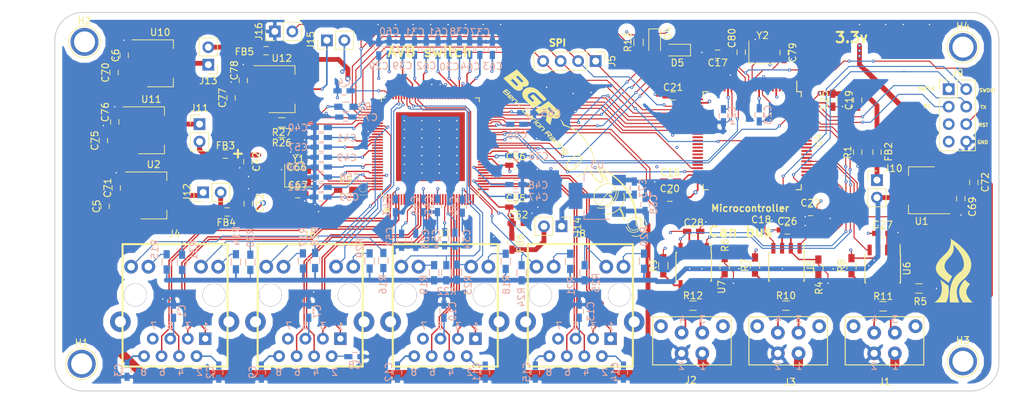
<source format=kicad_pcb>
(kicad_pcb (version 20171130) (host pcbnew "(5.1.5)-3")
  (title_block (title "AVB switch with Can gate") (rev v01) (comment 3 "License Ben Gurion University") (comment 4 "Aothor : Guy Falach"))
  (layers (0 F.Cu signal) (1 In1.Cu power) (2 In2.Cu signal) (31 B.Cu signal) (34 B.Paste user) (35 F.Paste user) (36 B.SilkS user) (37 F.SilkS user hide) (38 B.Mask user) (39 F.Mask user) (44 Edge.Cuts user))
  (net 0 "")
  (net 1 GND)
  (net 2 "Net-(C1-Pad1)")
  (net 3 "Net-(C2-Pad1)")
  (net 4 GNDPWR)
  (net 5 "Net-(C4-Pad1)")
  (net 6 "Net-(C7-Pad1)")
  (net 7 "Net-(C8-Pad1)")
  (net 8 "Net-(C10-Pad1)")
  (net 9 "Net-(C11-Pad1)")
  (net 10 "Net-(C13-Pad1)")
  (net 11 "Net-(C14-Pad1)")
  (net 12 "Net-(C16-Pad2)")
  (net 13 /mcu_stm32/NRESET)
  (net 14 "Net-(C18-Pad1)")
  (net 15 +3V3)
  (net 16 "Net-(C66-Pad1)")
  (net 17 "Net-(C67-Pad1)")
  (net 18 /mcu_stm32/UART8_TX)
  (net 19 /mcu_stm32/UART8_RX)
  (net 20 /mcu_stm32/SYS_JTMSE_SWDIO)
  (net 21 /mcu_stm32/SYS_JTCK_SWCLK)
  (net 22 /switch/Data_in_MOSI_SPI)
  (net 23 "Net-(IC1-Pad127)")
  (net 24 "Net-(R4-Pad1)")
  (net 25 "Net-(R5-Pad1)")
  (net 26 "Net-(R6-Pad1)")
  (net 27 "Net-(R7-Pad1)")
  (net 28 "Net-(R8-Pad1)")
  (net 29 "Net-(R9-Pad1)")
  (net 30 /mcu_stm32/CAN2_TX)
  (net 31 /mcu_stm32/CAN2_RX)
  (net 32 /mcu_stm32/CAN1_TX)
  (net 33 /mcu_stm32/CAN1_RX)
  (net 34 /mcu_stm32/CAN3_TX)
  (net 35 /mcu_stm32/CAN3_RX)
  (net 36 /mcu_stm32/SPI_CS)
  (net 37 /mcu_stm32/RESET_N)
  (net 38 /mcu_stm32/PWRDN)
  (net 39 /mcu_stm32/ETH_TXD1)
  (net 40 /mcu_stm32/ETH_TXD0)
  (net 41 /mcu_stm32/ETH_TX_EN)
  (net 42 /mcu_stm32/ETH_RX_ER)
  (net 43 /mcu_stm32/ETH_RXD3)
  (net 44 /mcu_stm32/ETH_RXD2)
  (net 45 /mcu_stm32/ETH_RXD1)
  (net 46 /mcu_stm32/ETH_RXD0)
  (net 47 /mcu_stm32/ETH_RX_DV)
  (net 48 /switch/Data_out_MISO_SPI)
  (net 49 /switch/SCL_SPI)
  (net 50 /mcu_stm32/ETH_COL)
  (net 51 /mcu_stm32/ETH_RX_CLK)
  (net 52 /mcu_stm32/ETH_CRS)
  (net 53 /mcu_stm32/ETH_TX_CLK)
  (net 54 /mcu_stm32/ETH_TXD2)
  (net 55 /mcu_stm32/ETH_TXD3)
  (net 56 /LED5_0)
  (net 57 /LED5_1)
  (net 58 /switch/LED1_0)
  (net 59 /switch/LED1_1)
  (net 60 /LED4_0)
  (net 61 /LED4_1)
  (net 62 /LED3_0)
  (net 63 /LED3_1)
  (net 64 /LED2_0)
  (net 65 /LED2_1)
  (net 66 "Net-(IC1-Pad95)")
  (net 67 "Net-(IC1-Pad94)")
  (net 68 "Net-(IC1-Pad90)")
  (net 69 "Net-(IC1-Pad82)")
  (net 70 "Net-(IC1-Pad81)")
  (net 71 "Net-(IC1-Pad79)")
  (net 72 "Net-(IC1-Pad78)")
  (net 73 "Net-(IC1-Pad76)")
  (net 74 "Net-(IC1-Pad74)")
  (net 75 "Net-(IC1-Pad73)")
  (net 76 "Net-(IC1-Pad67)")
  (net 77 "Net-(IC1-Pad32)")
  (net 78 "Net-(IC1-Pad31)")
  (net 79 "Net-(IC1-Pad29)")
  (net 80 "Net-(IC1-Pad28)")
  (net 81 "Net-(IC1-Pad21)")
  (net 82 "Net-(IC1-Pad20)")
  (net 83 "Net-(IC1-Pad18)")
  (net 84 "Net-(IC1-Pad17)")
  (net 85 "Net-(IC1-Pad9)")
  (net 86 "Net-(IC1-Pad8)")
  (net 87 "Net-(IC1-Pad7)")
  (net 88 "Net-(IC1-Pad6)")
  (net 89 "Net-(IC1-Pad121)")
  (net 90 "Net-(IC1-Pad120)")
  (net 91 "Net-(IC1-Pad118)")
  (net 92 "Net-(IC1-Pad117)")
  (net 93 "Net-(IC1-Pad108)")
  (net 94 "Net-(IC1-Pad50)")
  (net 95 "Net-(IC1-Pad43)")
  (net 96 "Net-(IC1-Pad42)")
  (net 97 "Net-(IC1-Pad40)")
  (net 98 "Net-(IC1-Pad39)")
  (net 99 "Net-(J9-Pad5)")
  (net 100 "Net-(U4-Pad96)")
  (net 101 "Net-(U4-Pad95)")
  (net 102 "Net-(U4-Pad93)")
  (net 103 "Net-(U4-Pad90)")
  (net 104 "Net-(U4-Pad89)")
  (net 105 "Net-(U4-Pad87)")
  (net 106 "Net-(U4-Pad86)")
  (net 107 "Net-(U4-Pad85)")
  (net 108 "Net-(U4-Pad84)")
  (net 109 "Net-(U4-Pad83)")
  (net 110 "Net-(U4-Pad80)")
  (net 111 "Net-(U4-Pad79)")
  (net 112 "Net-(U4-Pad78)")
  (net 113 "Net-(U4-Pad71)")
  (net 114 "Net-(U4-Pad70)")
  (net 115 "Net-(U4-Pad69)")
  (net 116 "Net-(U4-Pad68)")
  (net 117 "Net-(U4-Pad66)")
  (net 118 "Net-(U4-Pad45)")
  (net 119 "Net-(U4-Pad44)")
  (net 120 "Net-(U4-Pad43)")
  (net 121 "Net-(U4-Pad42)")
  (net 122 "Net-(U4-Pad41)")
  (net 123 "Net-(U4-Pad40)")
  (net 124 "Net-(U4-Pad39)")
  (net 125 "Net-(U4-Pad38)")
  (net 126 "Net-(U4-Pad37)")
  (net 127 "Net-(U4-Pad36)")
  (net 128 /mcu_stm32/ETH_MDIO)
  (net 129 /mcu_stm32/ETH_MDC)
  (net 130 "Net-(U4-Pad9)")
  (net 131 "Net-(U4-Pad8)")
  (net 132 "Net-(U4-Pad7)")
  (net 133 "Net-(U4-Pad5)")
  (net 134 "Net-(U4-Pad4)")
  (net 135 "Net-(U4-Pad3)")
  (net 136 /TX1-)
  (net 137 /TX1+)
  (net 138 /TX4-)
  (net 139 /TX4+)
  (net 140 /RX4+)
  (net 141 /RX4-)
  (net 142 /TX3-)
  (net 143 /TX3+)
  (net 144 /RX3+)
  (net 145 /RX3-)
  (net 146 /TX2-)
  (net 147 /TX2+)
  (net 148 /RX2+)
  (net 149 /RX2-)
  (net 150 /TX5-)
  (net 151 /TX5+)
  (net 152 /RX5+)
  (net 153 /RX5-)
  (net 154 /RX1+)
  (net 155 /RX1-)
  (net 156 /CAN3+)
  (net 157 /CAN3-)
  (net 158 /CAN1-)
  (net 159 /CAN1+)
  (net 160 /CAN2+)
  (net 161 /CAN2-)
  (net 162 "Net-(J7-Pad9)")
  (net 163 "Net-(J6-Pad11)")
  (net 164 "Net-(J6-Pad9)")
  (net 165 "Net-(J4-Pad11)")
  (net 166 "Net-(J4-Pad9)")
  (net 167 "Net-(J8-Pad9)")
  (net 168 "Net-(J7-Pad11)")
  (net 169 "Net-(J8-Pad11)")
  (net 170 /mcu_stm32/LED_1)
  (net 171 /mcu_stm32/LED_2)
  (net 172 "Net-(U4-Pad2)")
  (net 173 "Net-(U4-Pad64)")
  (net 174 "Net-(U4-Pad55)")
  (net 175 "Net-(U4-Pad56)")
  (net 176 "Net-(U4-Pad57)")
  (net 177 "Net-(U4-Pad58)")
  (net 178 "Net-(U4-Pad59)")
  (net 179 "Net-(U4-Pad60)")
  (net 180 "Net-(U4-Pad61)")
  (net 181 "Net-(U4-Pad62)")
  (net 182 "Net-(U4-Pad65)")
  (net 183 "Net-(IC1-Pad93)")
  (net 184 VDD)
  (net 185 +5V)
  (net 186 "Net-(FB2-Pad1)")
  (net 187 "Net-(FB6-Pad2)")
  (net 188 "Net-(FB5-Pad1)")
  (net 189 "Net-(FB4-Pad1)")
  (net 190 "Net-(FB3-Pad1)")
  (net 191 "Net-(C79-Pad1)")
  (net 192 "Net-(C80-Pad1)")
  (net 193 /mcu_stm32/BOOT)
  (net 194 AVDDH_IN)
  (net 195 VDDLS_IN)
  (net 196 DVDDL_IN)
  (net 197 AVDDL_IN)
  (net 198 /switch/VDDHS)
  (net 199 VDDHS_IN)
  (net 200 /switch/AVDDL)
  (net 201 /switch/DVDDL)
  (net 202 /switch/VDDLS)
  (net 203 /switch/AVDDH)
  (net 204 "Net-(J9-Pad7)")
  (module Diodes_SMD:D_SOD-323_HandSoldering (layer F.Cu) (at 182.042 49.29 270)
    (fp_text reference D4 (at -1.25 -1.918 270) (layer F.SilkS))
    (fp_text value D)
    (pad 2 smd rect (at 1.25 0 270) (size 1 1) (layers F.Cu F.Paste F.Mask) (net 5 "Net-(C4-Pad1)"))
    (pad 1 smd rect (at -1.25 0 270) (size 1 1) (layers F.Cu F.Paste F.Mask) (net 15 +3V3))
  )
  (module Diodes_SMD:D_SOD-323_HandSoldering (layer F.Cu) (at 185.344 50.474 180)
    (fp_text reference D5 (at 0 -1.85 180) (layer F.SilkS))
    (fp_text value D)
    (pad 2 smd rect (at 1.25 0 180) (size 1 1) (layers F.Cu F.Paste F.Mask) (net 5 "Net-(C4-Pad1)"))
    (pad 1 smd rect (at -1.25 0 180) (size 1 1) (layers F.Cu F.Paste F.Mask) (net 37 /mcu_stm32/RESET_N))
  )
  (module Capacitors_SMD:C_0603_HandSoldering (layer F.Cu) (at 161.33 78.52 270)
    (fp_text reference FB6 (at 0 -1.25 270) (layer F.SilkS))
    (fp_text value Ferrite_Bead)
    (pad 2 smd rect (at 0.95 0 270) (size 1.2 0.75) (layers F.Cu F.Paste F.Mask) (net 187 "Net-(FB6-Pad2)"))
    (pad 1 smd rect (at -0.95 0 270) (size 1.2 0.75) (layers F.Cu F.Paste F.Mask) (net 203 /switch/AVDDH))
  )
  (module Capacitors_SMD:C_0603_HandSoldering (layer F.Cu) (at 125.654 50.56)
    (fp_text reference FB5 (at -3.144 0.15) (layer F.SilkS))
    (fp_text value Ferrite_Bead)
    (pad 1 smd rect (at -0.95 0) (size 1.2 0.75) (layers F.Cu F.Paste F.Mask) (net 188 "Net-(FB5-Pad1)"))
    (pad 2 smd rect (at 0.95 0) (size 1.2 0.75) (layers F.Cu F.Paste F.Mask) (net 202 /switch/VDDLS))
  )
  (module Capacitors_SMD:C_0603_HandSoldering (layer F.Cu) (at 119.76 65.59)
    (fp_text reference FB3 (at 0 -1.25) (layer F.SilkS))
    (fp_text value Ferrite_Bead)
    (pad 2 smd rect (at 0.95 0) (size 1.2 0.75) (layers F.Cu F.Paste F.Mask) (net 200 /switch/AVDDL))
    (pad 1 smd rect (at -0.95 0) (size 1.2 0.75) (layers F.Cu F.Paste F.Mask) (net 190 "Net-(FB3-Pad1)"))
  )
  (module Capacitors_SMD:C_0603_HandSoldering (layer F.Cu) (at 214.3 65.292 90)
    (fp_text reference FB2 (at 0.042 1.67 90) (layer F.SilkS))
    (fp_text value Ferrite_Bead)
    (pad 1 smd rect (at -0.95 0 90) (size 1.2 0.75) (layers F.Cu F.Paste F.Mask) (net 186 "Net-(FB2-Pad1)"))
    (pad 2 smd rect (at 0.95 0 90) (size 1.2 0.75) (layers F.Cu F.Paste F.Mask) (net 184 VDD))
  )
  (module Capacitors_SMD:C_0603_HandSoldering (layer F.Cu) (at 211.506 65.292 270)
    (fp_text reference R1 (at 0.038 1.446 270) (layer F.SilkS))
    (fp_text value R)
    (pad 1 smd rect (at -0.95 0 270) (size 1.2 0.75) (layers F.Cu F.Paste F.Mask) (net 193 /mcu_stm32/BOOT))
    (pad 2 smd rect (at 0.95 0 270) (size 1.2 0.75) (layers F.Cu F.Paste F.Mask) (net 1 GND))
  )
  (module Capacitors_SMD:C_0603_HandSoldering (layer F.Cu) (at 200.82 50.83 270)
    (fp_text reference C79 (at 0 -1.25 270) (layer F.SilkS))
    (fp_text value 36pF)
    (pad 2 smd rect (at 0.95 0 270) (size 1.2 0.75) (layers F.Cu F.Paste F.Mask) (net 1 GND))
    (pad 1 smd rect (at -0.95 0 270) (size 1.2 0.75) (layers F.Cu F.Paste F.Mask) (net 191 "Net-(C79-Pad1)"))
  )
  (module Capacitors_SMD:C_0603_HandSoldering (layer F.Cu) (at 194.6 50.79 90)
    (fp_text reference C80 (at 2.06 -1.35 90) (layer F.SilkS))
    (fp_text value 36pF)
    (pad 1 smd rect (at -0.95 0 90) (size 1.2 0.75) (layers F.Cu F.Paste F.Mask) (net 192 "Net-(C80-Pad1)"))
    (pad 2 smd rect (at 0.95 0 90) (size 1.2 0.75) (layers F.Cu F.Paste F.Mask) (net 1 GND))
  )
  (module Capacitors_SMD:C_0603_HandSoldering (layer F.Cu) (at 120.01 73.99)
    (fp_text reference FB4 (at -0.13 1.53) (layer F.SilkS))
    (fp_text value Ferrite_Bead)
    (pad 2 smd rect (at 0.95 0) (size 1.2 0.75) (layers F.Cu F.Paste F.Mask) (net 201 /switch/DVDDL))
    (pad 1 smd rect (at -0.95 0) (size 1.2 0.75) (layers F.Cu F.Paste F.Mask) (net 189 "Net-(FB4-Pad1)"))
  )
  (module Crystals:Crystal_SMD_3225-4pin_3.2x2.5mm (layer F.Cu) (at 197.71 50.79)
    (fp_text reference Y2 (at 0 -2.45) (layer F.SilkS))
    (fp_text value Crystal)
    (pad 4 smd rect (at -1.1 -0.85) (size 1.4 1.2) (layers F.Cu F.Paste F.Mask) (net 1 GND))
    (pad 3 smd rect (at 1.1 -0.85) (size 1.4 1.2) (layers F.Cu F.Paste F.Mask) (net 191 "Net-(C79-Pad1)"))
    (pad 2 smd rect (at 1.1 0.85) (size 1.4 1.2) (layers F.Cu F.Paste F.Mask) (net 1 GND))
    (pad 1 smd rect (at -1.1 0.85) (size 1.4 1.2) (layers F.Cu F.Paste F.Mask) (net 192 "Net-(C80-Pad1)"))
  )
  (module Pin_Headers:Pin_Header_Straight_1x02_Pitch2.54mm (layer F.Cu) (at 126.924 47.766 90)
    (fp_text reference J16 (at 0 -2.33 90) (layer F.SilkS))
    (fp_text value Conn_01x02)
    (pad 2 thru_hole oval (at 0 2.54 90) (size 1.7 1.7) (drill 1) (layers *.Cu *.Mask) (net 5 "Net-(C4-Pad1)"))
    (pad 1 thru_hole rect (at 0 0 90) (size 1.7 1.7) (drill 1) (layers *.Cu *.Mask) (net 1 GND))
  )
  (module Resistors_SMD:R_0603_HandSoldering (layer B.Cu) (at 142.672 81.04 270)
    (fp_text reference R29 (at -1.8 3.392 270) (layer B.SilkS) (effects (justify mirror)))
    (fp_text value 750)
    (pad 1 smd rect (at -1.1 0 270) (size 1.2 0.9) (layers B.Cu B.Paste B.Mask) (net 64 /LED2_0))
    (pad 2 smd rect (at 1.1 0 270) (size 1.2 0.9) (layers B.Cu B.Paste B.Mask) (net 15 +3V3))
  )
  (module Resistors_SMD:R_0603_HandSoldering (layer B.Cu) (at 151.816 82.818 270)
    (fp_text reference R22 (at 2.692 -0.034 180) (layer B.SilkS) (effects (justify mirror)))
    (fp_text value 750)
    (pad 2 smd rect (at 1.1 0 270) (size 1.2 0.9) (layers B.Cu B.Paste B.Mask) (net 15 +3V3))
    (pad 1 smd rect (at -1.1 0 270) (size 1.2 0.9) (layers B.Cu B.Paste B.Mask) (net 63 /LED3_1))
  )
  (module Resistors_SMD:R_0603_HandSoldering (layer B.Cu) (at 153.34 82.734 270)
    (fp_text reference R23 (at 1.866 -1.63 270) (layer B.SilkS) (effects (justify mirror)))
    (fp_text value 750)
    (pad 1 smd rect (at -1.1 0 270) (size 1.2 0.9) (layers B.Cu B.Paste B.Mask) (net 62 /LED3_0))
    (pad 2 smd rect (at 1.1 0 270) (size 1.2 0.9) (layers B.Cu B.Paste B.Mask) (net 15 +3V3))
  )
  (module Resistors_SMD:R_0603_HandSoldering (layer B.Cu) (at 162.738 82.818 270)
    (fp_text reference R24 (at 3.562 0.038 270) (layer B.SilkS) (effects (justify mirror)))
    (fp_text value 750)
    (pad 2 smd rect (at 1.1 0 270) (size 1.2 0.9) (layers B.Cu B.Paste B.Mask) (net 15 +3V3))
    (pad 1 smd rect (at -1.1 0 270) (size 1.2 0.9) (layers B.Cu B.Paste B.Mask) (net 61 /LED4_1))
  )
  (module Resistors_SMD:R_0603_HandSoldering (layer F.Cu) (at 127.94 62.498 180)
    (fp_text reference R26 (at 0 -1.45 180) (layer F.SilkS))
    (fp_text value 750)
    (pad 1 smd rect (at -1.1 0 180) (size 1.2 0.9) (layers F.Cu F.Paste F.Mask) (net 57 /LED5_1))
    (pad 2 smd rect (at 1.1 0 180) (size 1.2 0.9) (layers F.Cu F.Paste F.Mask) (net 15 +3V3))
  )
  (module Resistors_SMD:R_0603_HandSoldering (layer F.Cu) (at 127.94 60.974 180)
    (fp_text reference R27 (at 0 -1.45 180) (layer F.SilkS))
    (fp_text value 750)
    (pad 2 smd rect (at 1.1 0 180) (size 1.2 0.9) (layers F.Cu F.Paste F.Mask) (net 15 +3V3))
    (pad 1 smd rect (at -1.1 0 180) (size 1.2 0.9) (layers F.Cu F.Paste F.Mask) (net 56 /LED5_0))
  )
  (module Resistors_SMD:R_0603_HandSoldering (layer B.Cu) (at 132.766 81.04 270)
    (fp_text reference R28 (at -3.53 -0.024 270) (layer B.SilkS) (effects (justify mirror)))
    (fp_text value 750)
    (pad 1 smd rect (at -1.1 0 270) (size 1.2 0.9) (layers B.Cu B.Paste B.Mask) (net 65 /LED2_1))
    (pad 2 smd rect (at 1.1 0 270) (size 1.2 0.9) (layers B.Cu B.Paste B.Mask) (net 15 +3V3))
  )
  (module Resistors_SMD:R_0603_HandSoldering (layer B.Cu) (at 123.368 81.294 270)
    (fp_text reference R30 (at -3.564 -0.032 270) (layer B.SilkS) (effects (justify mirror)))
    (fp_text value 750)
    (pad 2 smd rect (at 1.1 0 270) (size 1.2 0.9) (layers B.Cu B.Paste B.Mask) (net 15 +3V3))
    (pad 1 smd rect (at -1.1 0 270) (size 1.2 0.9) (layers B.Cu B.Paste B.Mask) (net 58 /switch/LED1_0))
  )
  (module Resistors_SMD:R_0603_HandSoldering (layer B.Cu) (at 113.462 81.294 270)
    (fp_text reference R31 (at -1.784 -1.678 270) (layer B.SilkS) (effects (justify mirror)))
    (fp_text value 750)
    (pad 1 smd rect (at -1.1 0 270) (size 1.2 0.9) (layers B.Cu B.Paste B.Mask) (net 59 /switch/LED1_1))
    (pad 2 smd rect (at 1.1 0 270) (size 1.2 0.9) (layers B.Cu B.Paste B.Mask) (net 15 +3V3))
  )
  (module Resistors_SMD:R_0603_HandSoldering (layer B.Cu) (at 171.882 82.818 270)
    (fp_text reference R25 (at 1.462 -1.638 270) (layer B.SilkS) (effects (justify mirror)))
    (fp_text value 750)
    (pad 2 smd rect (at 1.1 0 270) (size 1.2 0.9) (layers B.Cu B.Paste B.Mask) (net 15 +3V3))
    (pad 1 smd rect (at -1.1 0 270) (size 1.2 0.9) (layers B.Cu B.Paste B.Mask) (net 60 /LED4_0))
  )
  (module Pin_Headers:Pin_Header_Straight_1x02_Pitch2.54mm (layer F.Cu) (at 214.3 69.356)
    (fp_text reference J10 (at 2.38 -1.696) (layer F.SilkS))
    (fp_text value Conn_01x02)
    (pad 1 thru_hole rect (at 0 0) (size 1.7 1.7) (drill 1) (layers *.Cu *.Mask) (net 186 "Net-(FB2-Pad1)"))
    (pad 2 thru_hole oval (at 0 2.54) (size 1.7 1.7) (drill 1) (layers *.Cu *.Mask) (net 15 +3V3))
  )
  (module Capacitors_SMD:C_0603_HandSoldering (layer B.Cu) (at 179.09 70.52 90)
    (fp_text reference C73 (at 0 1.25 90) (layer B.SilkS) (effects (justify mirror)))
    (fp_text value 10uF)
    (pad 1 smd rect (at -0.95 0 90) (size 1.2 0.75) (layers B.Cu B.Paste B.Mask) (net 194 AVDDH_IN))
    (pad 2 smd rect (at 0.95 0 90) (size 1.2 0.75) (layers B.Cu B.Paste B.Mask) (net 1 GND))
  )
  (module Capacitors_SMD:C_0603_HandSoldering (layer F.Cu) (at 105.06 51.24 90)
    (fp_text reference C6 (at 0 -1.25 90) (layer F.SilkS))
    (fp_text value 10uF)
    (pad 2 smd rect (at 0.95 0 90) (size 1.2 0.75) (layers F.Cu F.Paste F.Mask) (net 1 GND))
    (pad 1 smd rect (at -0.95 0 90) (size 1.2 0.75) (layers F.Cu F.Paste F.Mask) (net 195 VDDLS_IN))
  )
  (module Capacitors_SMD:C_0603_HandSoldering (layer F.Cu) (at 122.352 54.878 90)
    (fp_text reference C78 (at 1.468 -1.312 90) (layer F.SilkS))
    (fp_text value 10uF)
    (pad 1 smd rect (at -0.95 0 90) (size 1.2 0.75) (layers F.Cu F.Paste F.Mask) (net 199 VDDHS_IN))
    (pad 2 smd rect (at 0.95 0 90) (size 1.2 0.75) (layers F.Cu F.Paste F.Mask) (net 1 GND))
  )
  (module Capacitors_SMD:C_0603_HandSoldering (layer F.Cu) (at 120.574 57.418 90)
    (fp_text reference C77 (at 0 -1.25 90) (layer F.SilkS))
    (fp_text value 10uF)
    (pad 2 smd rect (at 0.95 0 90) (size 1.2 0.75) (layers F.Cu F.Paste F.Mask) (net 1 GND))
    (pad 1 smd rect (at -0.95 0 90) (size 1.2 0.75) (layers F.Cu F.Paste F.Mask) (net 185 +5V))
  )
  (module Capacitors_SMD:C_0603_HandSoldering (layer F.Cu) (at 103.7 60.9 90)
    (fp_text reference C76 (at 1.42 -1.39 90) (layer F.SilkS))
    (fp_text value 10uF)
    (pad 1 smd rect (at -0.95 0 90) (size 1.2 0.75) (layers F.Cu F.Paste F.Mask) (net 197 AVDDL_IN))
    (pad 2 smd rect (at 0.95 0 90) (size 1.2 0.75) (layers F.Cu F.Paste F.Mask) (net 1 GND))
  )
  (module Capacitors_SMD:C_0603_HandSoldering (layer F.Cu) (at 102.05 63.62 90)
    (fp_text reference C75 (at 0 -1.25 90) (layer F.SilkS))
    (fp_text value 0.1uF)
    (pad 2 smd rect (at 0.95 0 90) (size 1.2 0.75) (layers F.Cu F.Paste F.Mask) (net 1 GND))
    (pad 1 smd rect (at -0.95 0 90) (size 1.2 0.75) (layers F.Cu F.Paste F.Mask) (net 185 +5V))
  )
  (module Capacitors_SMD:C_0603_HandSoldering (layer F.Cu) (at 102.3 73.17 90)
    (fp_text reference C5 (at 0 -1.25 90) (layer F.SilkS))
    (fp_text value 0.1uF)
    (pad 1 smd rect (at -0.95 0 90) (size 1.2 0.75) (layers F.Cu F.Paste F.Mask) (net 185 +5V))
    (pad 2 smd rect (at 0.95 0 90) (size 1.2 0.75) (layers F.Cu F.Paste F.Mask) (net 1 GND))
  )
  (module Capacitors_SMD:C_0603_HandSoldering (layer F.Cu) (at 228.35 69.69 270)
    (fp_text reference C72 (at -0.02 -1.66 270) (layer F.SilkS))
    (fp_text value 10uF)
    (pad 2 smd rect (at 0.95 0 270) (size 1.2 0.75) (layers F.Cu F.Paste F.Mask) (net 1 GND))
    (pad 1 smd rect (at -0.95 0 270) (size 1.2 0.75) (layers F.Cu F.Paste F.Mask) (net 185 +5V))
  )
  (module Capacitors_SMD:C_0603_HandSoldering (layer F.Cu) (at 103.91 70.49 90)
    (fp_text reference C71 (at 0 -1.25 90) (layer F.SilkS))
    (fp_text value 10uF)
    (pad 1 smd rect (at -0.95 0 90) (size 1.2 0.75) (layers F.Cu F.Paste F.Mask) (net 196 DVDDL_IN))
    (pad 2 smd rect (at 0.95 0 90) (size 1.2 0.75) (layers F.Cu F.Paste F.Mask) (net 1 GND))
  )
  (module Capacitors_SMD:C_0603_HandSoldering (layer F.Cu) (at 103.6 53.73 90)
    (fp_text reference C70 (at 0 -1.25 90) (layer F.SilkS))
    (fp_text value 0.1uF)
    (pad 2 smd rect (at 0.95 0 90) (size 1.2 0.75) (layers F.Cu F.Paste F.Mask) (net 1 GND))
    (pad 1 smd rect (at -0.95 0 90) (size 1.2 0.75) (layers F.Cu F.Paste F.Mask) (net 185 +5V))
  )
  (module Capacitors_SMD:C_0603_HandSoldering (layer F.Cu) (at 226.46 72.05 270)
    (fp_text reference C69 (at 1.19 -1.69 270) (layer F.SilkS))
    (fp_text value 10uF)
    (pad 1 smd rect (at -0.95 0 270) (size 1.2 0.75) (layers F.Cu F.Paste F.Mask) (net 15 +3V3))
    (pad 2 smd rect (at 0.95 0 270) (size 1.2 0.75) (layers F.Cu F.Paste F.Mask) (net 1 GND))
  )
  (module Capacitors_SMD:C_0603_HandSoldering (layer B.Cu) (at 180.65 72.9 90)
    (fp_text reference C68 (at 0 1.25 90) (layer B.SilkS) (effects (justify mirror)))
    (fp_text value 10uF)
    (pad 2 smd rect (at 0.95 0 90) (size 1.2 0.75) (layers B.Cu B.Paste B.Mask) (net 1 GND))
    (pad 1 smd rect (at -0.95 0 90) (size 1.2 0.75) (layers B.Cu B.Paste B.Mask) (net 185 +5V))
  )
  (module Pin_Headers:Pin_Header_Straight_1x02_Pitch2.54mm (layer F.Cu) (at 117.272 52.592 180)
    (fp_text reference J13 (at 0 -2.33 180) (layer F.SilkS))
    (fp_text value Conn_01x02)
    (pad 2 thru_hole oval (at 0 2.54 180) (size 1.7 1.7) (drill 1) (layers *.Cu *.Mask) (net 188 "Net-(FB5-Pad1)"))
    (pad 1 thru_hole rect (at 0 0 180) (size 1.7 1.7) (drill 1) (layers *.Cu *.Mask) (net 195 VDDLS_IN))
  )
  (module Pin_Headers:Pin_Header_Straight_1x02_Pitch2.54mm (layer F.Cu) (at 116.002 61.228)
    (fp_text reference J11 (at 0 -2.33) (layer F.SilkS))
    (fp_text value Conn_01x02)
    (pad 2 thru_hole oval (at 0 2.54) (size 1.7 1.7) (drill 1) (layers *.Cu *.Mask) (net 190 "Net-(FB3-Pad1)"))
    (pad 1 thru_hole rect (at 0 0) (size 1.7 1.7) (drill 1) (layers *.Cu *.Mask) (net 197 AVDDL_IN))
  )
  (module Pin_Headers:Pin_Header_Straight_1x02_Pitch2.54mm (layer F.Cu) (at 168.52 76.07 270)
    (fp_text reference J14 (at 0 -2.33 270) (layer F.SilkS))
    (fp_text value Conn_01x02)
    (pad 1 thru_hole rect (at 0 0 270) (size 1.7 1.7) (drill 1) (layers *.Cu *.Mask) (net 194 AVDDH_IN))
    (pad 2 thru_hole oval (at 0 2.54 270) (size 1.7 1.7) (drill 1) (layers *.Cu *.Mask) (net 187 "Net-(FB6-Pad2)"))
  )
  (module Pin_Headers:Pin_Header_Straight_1x02_Pitch2.54mm (layer F.Cu) (at 134.475 49.05 90)
    (fp_text reference J15 (at 0 -2.33 90) (layer F.SilkS))
    (fp_text value Conn_01x02)
    (pad 2 thru_hole oval (at 0 2.54 90) (size 1.7 1.7) (drill 1) (layers *.Cu *.Mask) (net 198 /switch/VDDHS))
    (pad 1 thru_hole rect (at 0 0 90) (size 1.7 1.7) (drill 1) (layers *.Cu *.Mask) (net 199 VDDHS_IN))
  )
  (module Pin_Headers:Pin_Header_Straight_1x02_Pitch2.54mm (layer F.Cu) (at 116.525 71.15 90)
    (fp_text reference J12 (at 0 -2.33 90) (layer F.SilkS))
    (fp_text value Conn_01x02)
    (pad 2 thru_hole oval (at 0 2.54 90) (size 1.7 1.7) (drill 1) (layers *.Cu *.Mask) (net 189 "Net-(FB4-Pad1)"))
    (pad 1 thru_hole rect (at 0 0 90) (size 1.7 1.7) (drill 1) (layers *.Cu *.Mask) (net 196 DVDDL_IN))
  )
  (module Pin_Headers:Pin_Header_Straight_1x04_Pitch2.54mm (layer F.Cu) (at 173.482 52.07 270)
    (fp_text reference J5 (at 0 -2.33 270) (layer F.SilkS))
    (fp_text value Conn_01x04)
    (pad 4 thru_hole oval (at 0 7.62 270) (size 1.7 1.7) (drill 1) (layers *.Cu *.Mask) (net 48 /switch/Data_out_MISO_SPI))
    (pad 3 thru_hole oval (at 0 5.08 270) (size 1.7 1.7) (drill 1) (layers *.Cu *.Mask) (net 22 /switch/Data_in_MOSI_SPI))
    (pad 2 thru_hole oval (at 0 2.54 270) (size 1.7 1.7) (drill 1) (layers *.Cu *.Mask) (net 36 /mcu_stm32/SPI_CS))
    (pad 1 thru_hole rect (at 0 0 270) (size 1.7 1.7) (drill 1) (layers *.Cu *.Mask) (net 49 /switch/SCL_SPI))
  )
  (module TO_SOT_Packages_SMD:SOT-223 (layer F.Cu) (at 127.94 56.148)
    (fp_text reference U12 (at 0 -4.5) (layer F.SilkS))
    (fp_text value LINEAR_LDO)
    (pad 1 smd rect (at -3.15 -2.3) (size 2 1.5) (layers F.Cu F.Paste F.Mask) (net 1 GND))
    (pad 3 smd rect (at -3.15 2.3) (size 2 1.5) (layers F.Cu F.Paste F.Mask) (net 185 +5V))
    (pad 2 smd rect (at -3.15 0) (size 2 1.5) (layers F.Cu F.Paste F.Mask) (net 199 VDDHS_IN))
    (pad 4 smd rect (at 3.15 0) (size 2 3.8) (layers F.Cu F.Paste F.Mask) (net 199 VDDHS_IN))
  )
  (module TO_SOT_Packages_SMD:SOT-223 (layer F.Cu) (at 110.29 52.39)
    (fp_text reference U10 (at 0 -4.5) (layer F.SilkS))
    (fp_text value LINEAR_LDO)
    (pad 4 smd rect (at 3.15 0) (size 2 3.8) (layers F.Cu F.Paste F.Mask) (net 195 VDDLS_IN))
    (pad 2 smd rect (at -3.15 0) (size 2 1.5) (layers F.Cu F.Paste F.Mask) (net 195 VDDLS_IN))
    (pad 3 smd rect (at -3.15 2.3) (size 2 1.5) (layers F.Cu F.Paste F.Mask) (net 185 +5V))
    (pad 1 smd rect (at -3.15 -2.3) (size 2 1.5) (layers F.Cu F.Paste F.Mask) (net 1 GND))
  )
  (module TO_SOT_Packages_SMD:SOT-223 (layer F.Cu) (at 109 62.12)
    (fp_text reference U11 (at 0 -4.5) (layer F.SilkS))
    (fp_text value LINEAR_LDO)
    (pad 1 smd rect (at -3.15 -2.3) (size 2 1.5) (layers F.Cu F.Paste F.Mask) (net 1 GND))
    (pad 3 smd rect (at -3.15 2.3) (size 2 1.5) (layers F.Cu F.Paste F.Mask) (net 185 +5V))
    (pad 2 smd rect (at -3.15 0) (size 2 1.5) (layers F.Cu F.Paste F.Mask) (net 197 AVDDL_IN))
    (pad 4 smd rect (at 3.15 0) (size 2 3.8) (layers F.Cu F.Paste F.Mask) (net 197 AVDDL_IN))
  )
  (module Housings_QFP:LQFP-100_14x14mm_Pitch0.5mm (layer F.Cu) (at 196.188 63.63 270)
    (fp_text reference U4 (at 0 -9.65 270) (layer F.SilkS))
    (fp_text value STM32F765VITx)
    (pad 1 smd rect (at -7.9 -6 270) (size 1.5 0.28) (layers F.Cu F.Paste F.Mask) (net 55 /mcu_stm32/ETH_TXD3))
    (pad 2 smd rect (at -7.9 -5.5 270) (size 1.5 0.28) (layers F.Cu F.Paste F.Mask) (net 172 "Net-(U4-Pad2)"))
    (pad 3 smd rect (at -7.9 -5 270) (size 1.5 0.28) (layers F.Cu F.Paste F.Mask) (net 135 "Net-(U4-Pad3)"))
    (pad 4 smd rect (at -7.9 -4.5 270) (size 1.5 0.28) (layers F.Cu F.Paste F.Mask) (net 134 "Net-(U4-Pad4)"))
    (pad 5 smd rect (at -7.9 -4 270) (size 1.5 0.28) (layers F.Cu F.Paste F.Mask) (net 133 "Net-(U4-Pad5)"))
    (pad 6 smd rect (at -7.9 -3.5 270) (size 1.5 0.28) (layers F.Cu F.Paste F.Mask) (net 184 VDD))
    (pad 7 smd rect (at -7.9 -3 270) (size 1.5 0.28) (layers F.Cu F.Paste F.Mask) (net 132 "Net-(U4-Pad7)"))
    (pad 8 smd rect (at -7.9 -2.5 270) (size 1.5 0.28) (layers F.Cu F.Paste F.Mask) (net 131 "Net-(U4-Pad8)"))
    (pad 9 smd rect (at -7.9 -2 270) (size 1.5 0.28) (layers F.Cu F.Paste F.Mask) (net 130 "Net-(U4-Pad9)"))
    (pad 10 smd rect (at -7.9 -1.5 270) (size 1.5 0.28) (layers F.Cu F.Paste F.Mask) (net 1 GND))
    (pad 11 smd rect (at -7.9 -1 270) (size 1.5 0.28) (layers F.Cu F.Paste F.Mask) (net 184 VDD))
    (pad 12 smd rect (at -7.9 -0.5 270) (size 1.5 0.28) (layers F.Cu F.Paste F.Mask) (net 191 "Net-(C79-Pad1)"))
    (pad 13 smd rect (at -7.9 0 270) (size 1.5 0.28) (layers F.Cu F.Paste F.Mask) (net 192 "Net-(C80-Pad1)"))
    (pad 14 smd rect (at -7.9 0.5 270) (size 1.5 0.28) (layers F.Cu F.Paste F.Mask) (net 13 /mcu_stm32/NRESET))
    (pad 15 smd rect (at -7.9 1 270) (size 1.5 0.28) (layers F.Cu F.Paste F.Mask) (net 37 /mcu_stm32/RESET_N))
    (pad 16 smd rect (at -7.9 1.5 270) (size 1.5 0.28) (layers F.Cu F.Paste F.Mask) (net 129 /mcu_stm32/ETH_MDC))
    (pad 17 smd rect (at -7.9 2 270) (size 1.5 0.28) (layers F.Cu F.Paste F.Mask) (net 54 /mcu_stm32/ETH_TXD2))
    (pad 18 smd rect (at -7.9 2.5 270) (size 1.5 0.28) (layers F.Cu F.Paste F.Mask) (net 53 /mcu_stm32/ETH_TX_CLK))
    (pad 19 smd rect (at -7.9 3 270) (size 1.5 0.28) (layers F.Cu F.Paste F.Mask) (net 1 GND))
    (pad 20 smd rect (at -7.9 3.5 270) (size 1.5 0.28) (layers F.Cu F.Paste F.Mask) (net 184 VDD))
    (pad 21 smd rect (at -7.9 4 270) (size 1.5 0.28) (layers F.Cu F.Paste F.Mask) (net 184 VDD))
    (pad 22 smd rect (at -7.9 4.5 270) (size 1.5 0.28) (layers F.Cu F.Paste F.Mask) (net 52 /mcu_stm32/ETH_CRS))
    (pad 23 smd rect (at -7.9 5 270) (size 1.5 0.28) (layers F.Cu F.Paste F.Mask) (net 51 /mcu_stm32/ETH_RX_CLK))
    (pad 24 smd rect (at -7.9 5.5 270) (size 1.5 0.28) (layers F.Cu F.Paste F.Mask) (net 128 /mcu_stm32/ETH_MDIO))
    (pad 25 smd rect (at -7.9 6 270) (size 1.5 0.28) (layers F.Cu F.Paste F.Mask) (net 50 /mcu_stm32/ETH_COL))
    (pad 26 smd rect (at -6 7.9) (size 1.5 0.28) (layers F.Cu F.Paste F.Mask) (net 1 GND))
    (pad 27 smd rect (at -5.5 7.9) (size 1.5 0.28) (layers F.Cu F.Paste F.Mask) (net 184 VDD))
    (pad 28 smd rect (at -5 7.9) (size 1.5 0.28) (layers F.Cu F.Paste F.Mask) (net 36 /mcu_stm32/SPI_CS))
    (pad 29 smd rect (at -4.5 7.9) (size 1.5 0.28) (layers F.Cu F.Paste F.Mask) (net 49 /switch/SCL_SPI))
    (pad 30 smd rect (at -4 7.9) (size 1.5 0.28) (layers F.Cu F.Paste F.Mask) (net 48 /switch/Data_out_MISO_SPI))
    (pad 31 smd rect (at -3.5 7.9) (size 1.5 0.28) (layers F.Cu F.Paste F.Mask) (net 47 /mcu_stm32/ETH_RX_DV))
    (pad 32 smd rect (at -3 7.9) (size 1.5 0.28) (layers F.Cu F.Paste F.Mask) (net 46 /mcu_stm32/ETH_RXD0))
    (pad 33 smd rect (at -2.5 7.9) (size 1.5 0.28) (layers F.Cu F.Paste F.Mask) (net 45 /mcu_stm32/ETH_RXD1))
    (pad 34 smd rect (at -2 7.9) (size 1.5 0.28) (layers F.Cu F.Paste F.Mask) (net 44 /mcu_stm32/ETH_RXD2))
    (pad 35 smd rect (at -1.5 7.9) (size 1.5 0.28) (layers F.Cu F.Paste F.Mask) (net 43 /mcu_stm32/ETH_RXD3))
    (pad 36 smd rect (at -1 7.9) (size 1.5 0.28) (layers F.Cu F.Paste F.Mask) (net 127 "Net-(U4-Pad36)"))
    (pad 37 smd rect (at -0.5 7.9) (size 1.5 0.28) (layers F.Cu F.Paste F.Mask) (net 126 "Net-(U4-Pad37)"))
    (pad 38 smd rect (at 0 7.9) (size 1.5 0.28) (layers F.Cu F.Paste F.Mask) (net 125 "Net-(U4-Pad38)"))
    (pad 39 smd rect (at 0.5 7.9) (size 1.5 0.28) (layers F.Cu F.Paste F.Mask) (net 124 "Net-(U4-Pad39)"))
    (pad 40 smd rect (at 1 7.9) (size 1.5 0.28) (layers F.Cu F.Paste F.Mask) (net 123 "Net-(U4-Pad40)"))
    (pad 41 smd rect (at 1.5 7.9) (size 1.5 0.28) (layers F.Cu F.Paste F.Mask) (net 122 "Net-(U4-Pad41)"))
    (pad 42 smd rect (at 2 7.9) (size 1.5 0.28) (layers F.Cu F.Paste F.Mask) (net 121 "Net-(U4-Pad42)"))
    (pad 43 smd rect (at 2.5 7.9) (size 1.5 0.28) (layers F.Cu F.Paste F.Mask) (net 120 "Net-(U4-Pad43)"))
    (pad 44 smd rect (at 3 7.9) (size 1.5 0.28) (layers F.Cu F.Paste F.Mask) (net 119 "Net-(U4-Pad44)"))
    (pad 45 smd rect (at 3.5 7.9) (size 1.5 0.28) (layers F.Cu F.Paste F.Mask) (net 118 "Net-(U4-Pad45)"))
    (pad 46 smd rect (at 4 7.9) (size 1.5 0.28) (layers F.Cu F.Paste F.Mask) (net 42 /mcu_stm32/ETH_RX_ER))
    (pad 47 smd rect (at 4.5 7.9) (size 1.5 0.28) (layers F.Cu F.Paste F.Mask) (net 41 /mcu_stm32/ETH_TX_EN))
    (pad 48 smd rect (at 5 7.9) (size 1.5 0.28) (layers F.Cu F.Paste F.Mask) (net 12 "Net-(C16-Pad2)"))
    (pad 49 smd rect (at 5.5 7.9) (size 1.5 0.28) (layers F.Cu F.Paste F.Mask) (net 1 GND))
    (pad 50 smd rect (at 6 7.9) (size 1.5 0.28) (layers F.Cu F.Paste F.Mask) (net 184 VDD))
    (pad 51 smd rect (at 7.9 6 270) (size 1.5 0.28) (layers F.Cu F.Paste F.Mask) (net 40 /mcu_stm32/ETH_TXD0))
    (pad 52 smd rect (at 7.9 5.5 270) (size 1.5 0.28) (layers F.Cu F.Paste F.Mask) (net 39 /mcu_stm32/ETH_TXD1))
    (pad 53 smd rect (at 7.9 5 270) (size 1.5 0.28) (layers F.Cu F.Paste F.Mask) (net 170 /mcu_stm32/LED_1))
    (pad 54 smd rect (at 7.9 4.5 270) (size 1.5 0.28) (layers F.Cu F.Paste F.Mask) (net 171 /mcu_stm32/LED_2))
    (pad 55 smd rect (at 7.9 4 270) (size 1.5 0.28) (layers F.Cu F.Paste F.Mask) (net 174 "Net-(U4-Pad55)"))
    (pad 56 smd rect (at 7.9 3.5 270) (size 1.5 0.28) (layers F.Cu F.Paste F.Mask) (net 175 "Net-(U4-Pad56)"))
    (pad 57 smd rect (at 7.9 3 270) (size 1.5 0.28) (layers F.Cu F.Paste F.Mask) (net 176 "Net-(U4-Pad57)"))
    (pad 58 smd rect (at 7.9 2.5 270) (size 1.5 0.28) (layers F.Cu F.Paste F.Mask) (net 177 "Net-(U4-Pad58)"))
    (pad 59 smd rect (at 7.9 2 270) (size 1.5 0.28) (layers F.Cu F.Paste F.Mask) (net 178 "Net-(U4-Pad59)"))
    (pad 60 smd rect (at 7.9 1.5 270) (size 1.5 0.28) (layers F.Cu F.Paste F.Mask) (net 179 "Net-(U4-Pad60)"))
    (pad 61 smd rect (at 7.9 1 270) (size 1.5 0.28) (layers F.Cu F.Paste F.Mask) (net 180 "Net-(U4-Pad61)"))
    (pad 62 smd rect (at 7.9 0.5 270) (size 1.5 0.28) (layers F.Cu F.Paste F.Mask) (net 181 "Net-(U4-Pad62)"))
    (pad 63 smd rect (at 7.9 0 270) (size 1.5 0.28) (layers F.Cu F.Paste F.Mask) (net 38 /mcu_stm32/PWRDN))
    (pad 64 smd rect (at 7.9 -0.5 270) (size 1.5 0.28) (layers F.Cu F.Paste F.Mask) (net 173 "Net-(U4-Pad64)"))
    (pad 65 smd rect (at 7.9 -1 270) (size 1.5 0.28) (layers F.Cu F.Paste F.Mask) (net 182 "Net-(U4-Pad65)"))
    (pad 66 smd rect (at 7.9 -1.5 270) (size 1.5 0.28) (layers F.Cu F.Paste F.Mask) (net 117 "Net-(U4-Pad66)"))
    (pad 67 smd rect (at 7.9 -2 270) (size 1.5 0.28) (layers F.Cu F.Paste F.Mask) (net 35 /mcu_stm32/CAN3_RX))
    (pad 68 smd rect (at 7.9 -2.5 270) (size 1.5 0.28) (layers F.Cu F.Paste F.Mask) (net 116 "Net-(U4-Pad68)"))
    (pad 69 smd rect (at 7.9 -3 270) (size 1.5 0.28) (layers F.Cu F.Paste F.Mask) (net 115 "Net-(U4-Pad69)"))
    (pad 70 smd rect (at 7.9 -3.5 270) (size 1.5 0.28) (layers F.Cu F.Paste F.Mask) (net 114 "Net-(U4-Pad70)"))
    (pad 71 smd rect (at 7.9 -4 270) (size 1.5 0.28) (layers F.Cu F.Paste F.Mask) (net 113 "Net-(U4-Pad71)"))
    (pad 72 smd rect (at 7.9 -4.5 270) (size 1.5 0.28) (layers F.Cu F.Paste F.Mask) (net 20 /mcu_stm32/SYS_JTMSE_SWDIO))
    (pad 73 smd rect (at 7.9 -5 270) (size 1.5 0.28) (layers F.Cu F.Paste F.Mask) (net 14 "Net-(C18-Pad1)"))
    (pad 74 smd rect (at 7.9 -5.5 270) (size 1.5 0.28) (layers F.Cu F.Paste F.Mask) (net 1 GND))
    (pad 75 smd rect (at 7.9 -6 270) (size 1.5 0.28) (layers F.Cu F.Paste F.Mask) (net 184 VDD))
    (pad 76 smd rect (at 6 -7.9) (size 1.5 0.28) (layers F.Cu F.Paste F.Mask) (net 21 /mcu_stm32/SYS_JTCK_SWCLK))
    (pad 77 smd rect (at 5.5 -7.9) (size 1.5 0.28) (layers F.Cu F.Paste F.Mask) (net 34 /mcu_stm32/CAN3_TX))
    (pad 78 smd rect (at 5 -7.9) (size 1.5 0.28) (layers F.Cu F.Paste F.Mask) (net 112 "Net-(U4-Pad78)"))
    (pad 79 smd rect (at 4.5 -7.9) (size 1.5 0.28) (layers F.Cu F.Paste F.Mask) (net 111 "Net-(U4-Pad79)"))
    (pad 80 smd rect (at 4 -7.9) (size 1.5 0.28) (layers F.Cu F.Paste F.Mask) (net 110 "Net-(U4-Pad80)"))
    (pad 81 smd rect (at 3.5 -7.9) (size 1.5 0.28) (layers F.Cu F.Paste F.Mask) (net 33 /mcu_stm32/CAN1_RX))
    (pad 82 smd rect (at 3 -7.9) (size 1.5 0.28) (layers F.Cu F.Paste F.Mask) (net 32 /mcu_stm32/CAN1_TX))
    (pad 83 smd rect (at 2.5 -7.9) (size 1.5 0.28) (layers F.Cu F.Paste F.Mask) (net 109 "Net-(U4-Pad83)"))
    (pad 84 smd rect (at 2 -7.9) (size 1.5 0.28) (layers F.Cu F.Paste F.Mask) (net 108 "Net-(U4-Pad84)"))
    (pad 85 smd rect (at 1.5 -7.9) (size 1.5 0.28) (layers F.Cu F.Paste F.Mask) (net 107 "Net-(U4-Pad85)"))
    (pad 86 smd rect (at 1 -7.9) (size 1.5 0.28) (layers F.Cu F.Paste F.Mask) (net 106 "Net-(U4-Pad86)"))
    (pad 87 smd rect (at 0.5 -7.9) (size 1.5 0.28) (layers F.Cu F.Paste F.Mask) (net 105 "Net-(U4-Pad87)"))
    (pad 88 smd rect (at 0 -7.9) (size 1.5 0.28) (layers F.Cu F.Paste F.Mask) (net 22 /switch/Data_in_MOSI_SPI))
    (pad 89 smd rect (at -0.5 -7.9) (size 1.5 0.28) (layers F.Cu F.Paste F.Mask) (net 104 "Net-(U4-Pad89)"))
    (pad 90 smd rect (at -1 -7.9) (size 1.5 0.28) (layers F.Cu F.Paste F.Mask) (net 103 "Net-(U4-Pad90)"))
    (pad 91 smd rect (at -1.5 -7.9) (size 1.5 0.28) (layers F.Cu F.Paste F.Mask) (net 31 /mcu_stm32/CAN2_RX))
    (pad 92 smd rect (at -2 -7.9) (size 1.5 0.28) (layers F.Cu F.Paste F.Mask) (net 30 /mcu_stm32/CAN2_TX))
    (pad 93 smd rect (at -2.5 -7.9) (size 1.5 0.28) (layers F.Cu F.Paste F.Mask) (net 102 "Net-(U4-Pad93)"))
    (pad 94 smd rect (at -3 -7.9) (size 1.5 0.28) (layers F.Cu F.Paste F.Mask) (net 193 /mcu_stm32/BOOT))
    (pad 95 smd rect (at -3.5 -7.9) (size 1.5 0.28) (layers F.Cu F.Paste F.Mask) (net 101 "Net-(U4-Pad95)"))
    (pad 96 smd rect (at -4 -7.9) (size 1.5 0.28) (layers F.Cu F.Paste F.Mask) (net 100 "Net-(U4-Pad96)"))
    (pad 97 smd rect (at -4.5 -7.9) (size 1.5 0.28) (layers F.Cu F.Paste F.Mask) (net 19 /mcu_stm32/UART8_RX))
    (pad 98 smd rect (at -5 -7.9) (size 1.5 0.28) (layers F.Cu F.Paste F.Mask) (net 18 /mcu_stm32/UART8_TX))
    (pad 99 smd rect (at -5.5 -7.9) (size 1.5 0.28) (layers F.Cu F.Paste F.Mask) (net 1 GND))
    (pad 100 smd rect (at -6 -7.9) (size 1.5 0.28) (layers F.Cu F.Paste F.Mask) (net 184 VDD))
  )
  (module Resistors_SMD:R_0603_HandSoldering (layer B.Cu) (at 121.28 81.23 270)
    (fp_text reference R14 (at -3.75 -0.05 270) (layer B.SilkS) (effects (justify mirror)))
    (fp_text value 330)
    (pad 2 smd rect (at 1.1 0 270) (size 1.2 0.9) (layers B.Cu B.Paste B.Mask) (net 15 +3V3))
    (pad 1 smd rect (at -1.1 0 270) (size 1.2 0.9) (layers B.Cu B.Paste B.Mask) (net 166 "Net-(J4-Pad9)"))
  )
  (module Resistors_SMD:R_0603_HandSoldering (layer B.Cu) (at 169.78 81.16 270)
    (fp_text reference R21 (at 3.56 -0.15 270) (layer B.SilkS) (effects (justify mirror)))
    (fp_text value 330)
    (pad 1 smd rect (at -1.1 0 270) (size 1.2 0.9) (layers B.Cu B.Paste B.Mask) (net 169 "Net-(J8-Pad11)"))
    (pad 2 smd rect (at 1.1 0 270) (size 1.2 0.9) (layers B.Cu B.Paste B.Mask) (net 15 +3V3))
  )
  (module Resistors_SMD:R_0603_HandSoldering (layer B.Cu) (at 150.038 82.818 270)
    (fp_text reference R19 (at 1.732 1.488 90) (layer B.SilkS) (effects (justify mirror)))
    (fp_text value 330)
    (pad 2 smd rect (at 1.1 0 270) (size 1.2 0.9) (layers B.Cu B.Paste B.Mask) (net 15 +3V3))
    (pad 1 smd rect (at -1.1 0 270) (size 1.2 0.9) (layers B.Cu B.Paste B.Mask) (net 168 "Net-(J7-Pad11)"))
  )
  (module Resistors_SMD:R_0603_HandSoldering (layer B.Cu) (at 180.5 81.14 270)
    (fp_text reference R20 (at -3.59 -0.02 270) (layer B.SilkS) (effects (justify mirror)))
    (fp_text value 330)
    (pad 1 smd rect (at -1.1 0 270) (size 1.2 0.9) (layers B.Cu B.Paste B.Mask) (net 167 "Net-(J8-Pad9)"))
    (pad 2 smd rect (at 1.1 0 270) (size 1.2 0.9) (layers B.Cu B.Paste B.Mask) (net 15 +3V3))
  )
  (module Resistors_SMD:R_0603_HandSoldering (layer B.Cu) (at 111.23 81.24 270)
    (fp_text reference R15 (at -1.8 1.72 270) (layer B.SilkS) (effects (justify mirror)))
    (fp_text value 330)
    (pad 1 smd rect (at -1.1 0 270) (size 1.2 0.9) (layers B.Cu B.Paste B.Mask) (net 165 "Net-(J4-Pad11)"))
    (pad 2 smd rect (at 1.1 0 270) (size 1.2 0.9) (layers B.Cu B.Paste B.Mask) (net 15 +3V3))
  )
  (module Resistors_SMD:R_0603_HandSoldering (layer B.Cu) (at 140.68 81.11 270)
    (fp_text reference R16 (at 3.4 -1.93 270) (layer B.SilkS) (effects (justify mirror)))
    (fp_text value 330)
    (pad 2 smd rect (at 1.1 0 270) (size 1.2 0.9) (layers B.Cu B.Paste B.Mask) (net 15 +3V3))
    (pad 1 smd rect (at -1.1 0 270) (size 1.2 0.9) (layers B.Cu B.Paste B.Mask) (net 164 "Net-(J6-Pad9)"))
  )
  (module Resistors_SMD:R_0603_HandSoldering (layer B.Cu) (at 131 81.11 270)
    (fp_text reference R17 (at -3.5 -0.08 270) (layer B.SilkS) (effects (justify mirror)))
    (fp_text value 330)
    (pad 1 smd rect (at -1.1 0 270) (size 1.2 0.9) (layers B.Cu B.Paste B.Mask) (net 163 "Net-(J6-Pad11)"))
    (pad 2 smd rect (at 1.1 0 270) (size 1.2 0.9) (layers B.Cu B.Paste B.Mask) (net 15 +3V3))
  )
  (module Resistors_SMD:R_0603_HandSoldering (layer B.Cu) (at 160.43 81.16 270)
    (fp_text reference R18 (at 3.39 -0.11 270) (layer B.SilkS) (effects (justify mirror)))
    (fp_text value 330)
    (pad 2 smd rect (at 1.1 0 270) (size 1.2 0.9) (layers B.Cu B.Paste B.Mask) (net 15 +3V3))
    (pad 1 smd rect (at -1.1 0 270) (size 1.2 0.9) (layers B.Cu B.Paste B.Mask) (net 162 "Net-(J7-Pad9)"))
  )
  (module Crystals:Crystal_SMD_3225-4pin_3.2x2.5mm (layer F.Cu) (at 130.364 68.714)
    (fp_text reference Y1 (at 0 -2.45) (layer F.SilkS))
    (fp_text value Crystal)
    (pad 4 smd rect (at -1.1 -0.85) (size 1.4 1.2) (layers F.Cu F.Paste F.Mask) (net 1 GND))
    (pad 3 smd rect (at 1.1 -0.85) (size 1.4 1.2) (layers F.Cu F.Paste F.Mask) (net 16 "Net-(C66-Pad1)"))
    (pad 2 smd rect (at 1.1 0.85) (size 1.4 1.2) (layers F.Cu F.Paste F.Mask) (net 1 GND))
    (pad 1 smd rect (at -1.1 0.85) (size 1.4 1.2) (layers F.Cu F.Paste F.Mask) (net 17 "Net-(C67-Pad1)"))
  )
  (module Capacitors_SMD:C_0603_HandSoldering (layer B.Cu) (at 136.972 56.388 180)
    (fp_text reference C4 (at 0 1.25 180) (layer B.SilkS) (effects (justify mirror)))
    (fp_text value 10uF)
    (pad 2 smd rect (at 0.95 0 180) (size 1.2 0.75) (layers B.Cu B.Paste B.Mask) (net 1 GND))
    (pad 1 smd rect (at -0.95 0 180) (size 1.2 0.75) (layers B.Cu B.Paste B.Mask) (net 5 "Net-(C4-Pad1)"))
  )
  (module Resistors_SMD:R_0603_HandSoldering (layer F.Cu) (at 179.704 49.354 270)
    (fp_text reference R13 (at -0.034 1.554 270) (layer F.SilkS))
    (fp_text value 10k)
    (pad 2 smd rect (at 1.1 0 270) (size 1.2 0.9) (layers F.Cu F.Paste F.Mask) (net 5 "Net-(C4-Pad1)"))
    (pad 1 smd rect (at -1.1 0 270) (size 1.2 0.9) (layers F.Cu F.Paste F.Mask) (net 15 +3V3))
  )
  (module Connectors:1pin (layer F.Cu) (at 226.78 50.038)
    (fp_text reference H4 (at 0 -3.048) (layer F.SilkS))
    (fp_text value MountingHole)
    (pad 1 thru_hole circle (at 0 0) (size 4.064 4.064) (drill 3.048) (layers *.Cu *.Mask))
  )
  (module Connectors:1pin (layer F.Cu) (at 226.78 95.69)
    (fp_text reference H3 (at 0 -3.048) (layer F.SilkS))
    (fp_text value MountingHole)
    (pad 1 thru_hole circle (at 0 0) (size 4.064 4.064) (drill 3.048) (layers *.Cu *.Mask))
  )
  (module Connectors:1pin (layer F.Cu) (at 99.314 49.276)
    (fp_text reference H2 (at 0 -3.048) (layer F.SilkS))
    (fp_text value MountingHole)
    (pad 1 thru_hole circle (at 0 0) (size 4.064 4.064) (drill 3.048) (layers *.Cu *.Mask))
  )
  (module Connectors:1pin (layer F.Cu) (at 98.896999 96.05)
    (fp_text reference H1 (at 0 -3.048) (layer F.SilkS))
    (fp_text value MountingHole)
    (pad 1 thru_hole circle (at 0 0) (size 4.064 4.064) (drill 3.048) (layers *.Cu *.Mask))
  )
  (module "AVB switch with Can gateway:RJ45_MAGJACK_1PORT_100_BASE-T‎‏" (layer F.Cu) (at 171.2 86.05 180)
    (fp_text reference J8 (at 0 8.89 180) (layer F.SilkS))
    (fp_text value RJ45_Magjack_Connector)
    (fp_text user 1 (at -4.471975 -4.538932 180) (layer B.SilkS) (effects (justify mirror)))
    (fp_text user 2 (at -3.61 -11.23 180) (layer B.SilkS) (effects (justify mirror)))
    (fp_text user 3 (at -1.941975 -4.518932 180) (layer B.SilkS) (effects (justify mirror)))
    (fp_text user 4 (at -0.906667 -11.23 180) (layer B.SilkS) (effects (justify mirror)))
    (fp_text user 5 (at 0.678025 -4.488932 180) (layer B.SilkS) (effects (justify mirror)))
    (fp_text user 6 (at 1.796666 -11.23 180) (layer B.SilkS) (effects (justify mirror)))
    (fp_text user 7 (at 3.038025 -4.488932 180) (layer B.SilkS) (effects (justify mirror)))
    (fp_text user 8 (at 4.5 -11.23 180) (layer B.SilkS) (effects (justify mirror)))
    (pad "" thru_hole circle (at 5.715 0 180) (size 3.3 3.3) (drill 3.26) (layers *.Cu *.Mask))
    (pad "" thru_hole circle (at -5.715 0 180) (size 3.3 3.3) (drill 3.26) (layers *.Cu *.Mask))
    (pad "" thru_hole circle (at 7.875 -3.89 180) (size 3 3) (drill 1.61) (layers *.Cu *.Mask))
    (pad "" thru_hole circle (at -7.875 -3.89 180) (size 3 3) (drill 1.61) (layers *.Cu *.Mask))
    (pad 11 thru_hole circle (at 3.815 4.11 180) (size 2 2) (drill 1.1) (layers *.Cu *.Mask) (net 169 "Net-(J8-Pad11)"))
    (pad 10 thru_hole circle (at -3.815 4.11 180) (size 2 2) (drill 1.1) (layers *.Cu *.Mask) (net 60 /LED4_0))
    (pad 12 thru_hole circle (at 6.315 4.11 180) (size 2 2) (drill 1.1) (layers *.Cu *.Mask) (net 61 /LED4_1))
    (pad 9 thru_hole circle (at -6.315 4.11 180) (size 2 2) (drill 1.1) (layers *.Cu *.Mask) (net 167 "Net-(J8-Pad9)"))
    (pad 8 thru_hole circle (at 4.445 -8.89 180) (size 1.7 1.7) (drill 0.91) (layers *.Cu *.Mask) (net 4 GNDPWR))
    (pad 1 thru_hole rect (at -4.445 -6.35 180) (size 1.8 1.8) (drill 0.91) (layers *.Cu *.Mask) (net 141 /RX4-))
    (pad 3 thru_hole circle (at -1.905 -6.35 180) (size 1.7 1.7) (drill 0.91) (layers *.Cu *.Mask) (net 140 /RX4+))
    (pad 5 thru_hole circle (at 0.635 -6.35 180) (size 1.7 1.7) (drill 0.91) (layers *.Cu *.Mask) (net 10 "Net-(C13-Pad1)"))
    (pad 7 thru_hole circle (at 3.175 -6.35 180) (size 1.7 1.7) (drill 0.91) (layers *.Cu *.Mask))
    (pad 6 thru_hole circle (at 1.905 -8.89 180) (size 1.7 1.7) (drill 0.91) (layers *.Cu *.Mask) (net 139 /TX4+))
    (pad 4 thru_hole circle (at -0.635 -8.89 180) (size 1.7 1.7) (drill 0.91) (layers *.Cu *.Mask) (net 138 /TX4-))
    (pad 2 thru_hole circle (at -3.175 -8.89 180) (size 1.7 1.7) (drill 0.91) (layers *.Cu *.Mask) (net 11 "Net-(C14-Pad1)"))
  )
  (module Capacitors_SMD:C_0603_HandSoldering (layer B.Cu) (at 137.226 60.198 180)
    (fp_text reference C74 (at -3.19556 -0.0521 180) (layer B.SilkS) (effects (justify mirror)))
    (fp_text value 0.1uF)
    (pad 2 smd rect (at 0.95 0 180) (size 1.2 0.75) (layers B.Cu B.Paste B.Mask) (net 1 GND))
    (pad 1 smd rect (at -0.95 0 180) (size 1.2 0.75) (layers B.Cu B.Paste B.Mask) (net 15 +3V3))
  )
  (module "AVB switch with Can gateway:RJ45_MAGJACK_1PORT_100_BASE-T‎‏" (layer F.Cu) (at 151.596666 86.05 180)
    (fp_text reference J7 (at 0 8.89 180) (layer F.SilkS))
    (fp_text value RJ45_Magjack_Connector)
    (fp_text user 1 (at -4.471975 -4.538932 180) (layer B.SilkS) (effects (justify mirror)))
    (fp_text user 2 (at -3.61 -11.23 180) (layer B.SilkS) (effects (justify mirror)))
    (fp_text user 3 (at -1.941975 -4.518932 180) (layer B.SilkS) (effects (justify mirror)))
    (fp_text user 4 (at -0.906667 -11.23 180) (layer B.SilkS) (effects (justify mirror)))
    (fp_text user 5 (at 0.678025 -4.488932 180) (layer B.SilkS) (effects (justify mirror)))
    (fp_text user 6 (at 1.796666 -11.23 180) (layer B.SilkS) (effects (justify mirror)))
    (fp_text user 7 (at 3.038025 -4.488932 180) (layer B.SilkS) (effects (justify mirror)))
    (fp_text user 8 (at 4.5 -11.23 180) (layer B.SilkS) (effects (justify mirror)))
    (pad "" thru_hole circle (at 5.715 0 180) (size 3.3 3.3) (drill 3.26) (layers *.Cu *.Mask))
    (pad "" thru_hole circle (at -5.715 0 180) (size 3.3 3.3) (drill 3.26) (layers *.Cu *.Mask))
    (pad "" thru_hole circle (at 7.875 -3.89 180) (size 3 3) (drill 1.61) (layers *.Cu *.Mask))
    (pad "" thru_hole circle (at -7.875 -3.89 180) (size 3 3) (drill 1.61) (layers *.Cu *.Mask))
    (pad 11 thru_hole circle (at 3.815 4.11 180) (size 2 2) (drill 1.1) (layers *.Cu *.Mask) (net 168 "Net-(J7-Pad11)"))
    (pad 10 thru_hole circle (at -3.815 4.11 180) (size 2 2) (drill 1.1) (layers *.Cu *.Mask) (net 62 /LED3_0))
    (pad 12 thru_hole circle (at 6.315 4.11 180) (size 2 2) (drill 1.1) (layers *.Cu *.Mask) (net 63 /LED3_1))
    (pad 9 thru_hole circle (at -6.315 4.11 180) (size 2 2) (drill 1.1) (layers *.Cu *.Mask) (net 162 "Net-(J7-Pad9)"))
    (pad 8 thru_hole circle (at 4.445 -8.89 180) (size 1.7 1.7) (drill 0.91) (layers *.Cu *.Mask) (net 4 GNDPWR))
    (pad 1 thru_hole rect (at -4.445 -6.35 180) (size 1.8 1.8) (drill 0.91) (layers *.Cu *.Mask) (net 145 /RX3-))
    (pad 3 thru_hole circle (at -1.905 -6.35 180) (size 1.7 1.7) (drill 0.91) (layers *.Cu *.Mask) (net 144 /RX3+))
    (pad 5 thru_hole circle (at 0.635 -6.35 180) (size 1.7 1.7) (drill 0.91) (layers *.Cu *.Mask) (net 8 "Net-(C10-Pad1)"))
    (pad 7 thru_hole circle (at 3.175 -6.35 180) (size 1.7 1.7) (drill 0.91) (layers *.Cu *.Mask))
    (pad 6 thru_hole circle (at 1.905 -8.89 180) (size 1.7 1.7) (drill 0.91) (layers *.Cu *.Mask) (net 143 /TX3+))
    (pad 4 thru_hole circle (at -0.635 -8.89 180) (size 1.7 1.7) (drill 0.91) (layers *.Cu *.Mask) (net 142 /TX3-))
    (pad 2 thru_hole circle (at -3.175 -8.89 180) (size 1.7 1.7) (drill 0.91) (layers *.Cu *.Mask) (net 9 "Net-(C11-Pad1)"))
  )
  (module Capacitors_SMD:C_0603_HandSoldering (layer B.Cu) (at 124.97 97.26 270)
    (fp_text reference C9 (at 0 1.25 270) (layer B.SilkS) (effects (justify mirror)))
    (fp_text value 1000pF)
    (pad 1 smd rect (at -0.95 0 270) (size 1.2 0.75) (layers B.Cu B.Paste B.Mask) (net 4 GNDPWR))
    (pad 2 smd rect (at 0.95 0 270) (size 1.2 0.75) (layers B.Cu B.Paste B.Mask) (net 1 GND))
  )
  (module Capacitors_SMD:C_0603_HandSoldering (layer B.Cu) (at 177.52 97.26 270)
    (fp_text reference C14 (at 0 1.25 270) (layer B.SilkS) (effects (justify mirror)))
    (fp_text value 0.1uF)
    (pad 1 smd rect (at -0.95 0 270) (size 1.2 0.75) (layers B.Cu B.Paste B.Mask) (net 11 "Net-(C14-Pad1)"))
    (pad 2 smd rect (at 0.95 0 270) (size 1.2 0.75) (layers B.Cu B.Paste B.Mask) (net 1 GND))
  )
  (module Capacitors_SMD:C_0603_HandSoldering (layer B.Cu) (at 171.1 88.41 90)
    (fp_text reference C13 (at -0.02 1.67 90) (layer B.SilkS) (effects (justify mirror)))
    (fp_text value 0.1uF)
    (pad 1 smd rect (at -0.95 0 90) (size 1.2 0.75) (layers B.Cu B.Paste B.Mask) (net 10 "Net-(C13-Pad1)"))
    (pad 2 smd rect (at 0.95 0 90) (size 1.2 0.75) (layers B.Cu B.Paste B.Mask) (net 1 GND))
  )
  (module Pin_Headers:Pin_Header_Straight_2x04_Pitch2.54mm (layer F.Cu) (at 224.714 56.148)
    (fp_text reference J9 (at 1.27 -2.33) (layer F.SilkS))
    (fp_text value Conn_02x04_Counter_Clockwise)
    (pad 1 thru_hole rect (at 0 0) (size 1.7 1.7) (drill 1) (layers *.Cu *.Mask) (net 21 /mcu_stm32/SYS_JTCK_SWCLK))
    (pad 2 thru_hole oval (at 2.54 0) (size 1.7 1.7) (drill 1) (layers *.Cu *.Mask) (net 20 /mcu_stm32/SYS_JTMSE_SWDIO))
    (pad 3 thru_hole oval (at 0 2.54) (size 1.7 1.7) (drill 1) (layers *.Cu *.Mask) (net 19 /mcu_stm32/UART8_RX))
    (pad 4 thru_hole oval (at 2.54 2.54) (size 1.7 1.7) (drill 1) (layers *.Cu *.Mask) (net 18 /mcu_stm32/UART8_TX))
    (pad 5 thru_hole oval (at 0 5.08) (size 1.7 1.7) (drill 1) (layers *.Cu *.Mask) (net 99 "Net-(J9-Pad5)"))
    (pad 6 thru_hole oval (at 2.54 5.08) (size 1.7 1.7) (drill 1) (layers *.Cu *.Mask) (net 13 /mcu_stm32/NRESET))
    (pad 7 thru_hole oval (at 0 7.62) (size 1.7 1.7) (drill 1) (layers *.Cu *.Mask) (net 204 "Net-(J9-Pad7)"))
    (pad 8 thru_hole oval (at 2.54 7.62) (size 1.7 1.7) (drill 1) (layers *.Cu *.Mask) (net 1 GND))
  )
  (module "AVB switch with Can gateway:QFP40P1600X1600X120-129N" (layer F.Cu) (at 149.5 64.5 90)
    (fp_text reference IC1 (at -6.03448 -9.7401 90) (layer F.SilkS) (effects (font (size 1.02043 1.02043) (thickness 0.05))))
    (fp_text value KSZ8567STXI-TR hide)
    (pad 129 smd rect (at 0 0 90) (size 10 10) (layers F.Cu F.Paste F.Mask) (net 1 GND))
    (pad 96 smd rect (at 7.68 -6.2 90) (size 1.56 0.24) (layers F.Cu F.Paste F.Mask) (net 5 "Net-(C4-Pad1)"))
    (pad 95 smd rect (at 7.68 -5.8 90) (size 1.56 0.24) (layers F.Cu F.Paste F.Mask) (net 66 "Net-(IC1-Pad95)"))
    (pad 94 smd rect (at 7.68 -5.4 90) (size 1.56 0.24) (layers F.Cu F.Paste F.Mask) (net 67 "Net-(IC1-Pad94)"))
    (pad 93 smd rect (at 7.68 -5 90) (size 1.56 0.24) (layers F.Cu F.Paste F.Mask) (net 183 "Net-(IC1-Pad93)"))
    (pad 92 smd rect (at 7.68 -4.6 90) (size 1.56 0.24) (layers F.Cu F.Paste F.Mask) (net 65 /LED2_1))
    (pad 91 smd rect (at 7.68 -4.2 90) (size 1.56 0.24) (layers F.Cu F.Paste F.Mask) (net 64 /LED2_0))
    (pad 90 smd rect (at 7.68 -3.8 90) (size 1.56 0.24) (layers F.Cu F.Paste F.Mask) (net 68 "Net-(IC1-Pad90)"))
    (pad 89 smd rect (at 7.68 -3.4 90) (size 1.56 0.24) (layers F.Cu F.Paste F.Mask) (net 63 /LED3_1))
    (pad 88 smd rect (at 7.68 -3 90) (size 1.56 0.24) (layers F.Cu F.Paste F.Mask) (net 62 /LED3_0))
    (pad 87 smd rect (at 7.68 -2.6 90) (size 1.56 0.24) (layers F.Cu F.Paste F.Mask) (net 201 /switch/DVDDL))
    (pad 86 smd rect (at 7.68 -2.2 90) (size 1.56 0.24) (layers F.Cu F.Paste F.Mask) (net 61 /LED4_1))
    (pad 85 smd rect (at 7.68 -1.8 90) (size 1.56 0.24) (layers F.Cu F.Paste F.Mask) (net 60 /LED4_0))
    (pad 84 smd rect (at 7.68 -1.4 90) (size 1.56 0.24) (layers F.Cu F.Paste F.Mask) (net 202 /switch/VDDLS))
    (pad 83 smd rect (at 7.68 -1 90) (size 1.56 0.24) (layers F.Cu F.Paste F.Mask) (net 198 /switch/VDDHS))
    (pad 82 smd rect (at 7.68 -0.6 90) (size 1.56 0.24) (layers F.Cu F.Paste F.Mask) (net 69 "Net-(IC1-Pad82)"))
    (pad 81 smd rect (at 7.68 -0.2 90) (size 1.56 0.24) (layers F.Cu F.Paste F.Mask) (net 70 "Net-(IC1-Pad81)"))
    (pad 80 smd rect (at 7.68 0.2 90) (size 1.56 0.24) (layers F.Cu F.Paste F.Mask) (net 1 GND))
    (pad 79 smd rect (at 7.68 0.6 90) (size 1.56 0.24) (layers F.Cu F.Paste F.Mask) (net 71 "Net-(IC1-Pad79)"))
    (pad 78 smd rect (at 7.68 1 90) (size 1.56 0.24) (layers F.Cu F.Paste F.Mask) (net 72 "Net-(IC1-Pad78)"))
    (pad 77 smd rect (at 7.68 1.4 90) (size 1.56 0.24) (layers F.Cu F.Paste F.Mask) (net 1 GND))
    (pad 76 smd rect (at 7.68 1.8 90) (size 1.56 0.24) (layers F.Cu F.Paste F.Mask) (net 73 "Net-(IC1-Pad76)"))
    (pad 75 smd rect (at 7.68 2.2 90) (size 1.56 0.24) (layers F.Cu F.Paste F.Mask) (net 1 GND))
    (pad 74 smd rect (at 7.68 2.6 90) (size 1.56 0.24) (layers F.Cu F.Paste F.Mask) (net 74 "Net-(IC1-Pad74)"))
    (pad 73 smd rect (at 7.68 3 90) (size 1.56 0.24) (layers F.Cu F.Paste F.Mask) (net 75 "Net-(IC1-Pad73)"))
    (pad 72 smd rect (at 7.68 3.4 90) (size 1.56 0.24) (layers F.Cu F.Paste F.Mask) (net 198 /switch/VDDHS))
    (pad 71 smd rect (at 7.68 3.8 90) (size 1.56 0.24) (layers F.Cu F.Paste F.Mask) (net 202 /switch/VDDLS))
    (pad 70 smd rect (at 7.68 4.2 90) (size 1.56 0.24) (layers F.Cu F.Paste F.Mask) (net 201 /switch/DVDDL))
    (pad 69 smd rect (at 7.68 4.6 90) (size 1.56 0.24) (layers F.Cu F.Paste F.Mask) (net 1 GND))
    (pad 68 smd rect (at 7.68 5 90) (size 1.56 0.24) (layers F.Cu F.Paste F.Mask) (net 15 +3V3))
    (pad 67 smd rect (at 7.68 5.4 90) (size 1.56 0.24) (layers F.Cu F.Paste F.Mask) (net 76 "Net-(IC1-Pad67)"))
    (pad 66 smd rect (at 7.68 5.8 90) (size 1.56 0.24) (layers F.Cu F.Paste F.Mask) (net 201 /switch/DVDDL))
    (pad 65 smd rect (at 7.68 6.2 90) (size 1.56 0.24) (layers F.Cu F.Paste F.Mask) (net 46 /mcu_stm32/ETH_RXD0))
    (pad 32 smd rect (at -7.68 6.2 90) (size 1.56 0.24) (layers F.Cu F.Paste F.Mask) (net 77 "Net-(IC1-Pad32)"))
    (pad 31 smd rect (at -7.68 5.8 90) (size 1.56 0.24) (layers F.Cu F.Paste F.Mask) (net 78 "Net-(IC1-Pad31)"))
    (pad 30 smd rect (at -7.68 5.4 90) (size 1.56 0.24) (layers F.Cu F.Paste F.Mask) (net 200 /switch/AVDDL))
    (pad 29 smd rect (at -7.68 5 90) (size 1.56 0.24) (layers F.Cu F.Paste F.Mask) (net 79 "Net-(IC1-Pad29)"))
    (pad 28 smd rect (at -7.68 4.6 90) (size 1.56 0.24) (layers F.Cu F.Paste F.Mask) (net 80 "Net-(IC1-Pad28)"))
    (pad 27 smd rect (at -7.68 4.2 90) (size 1.56 0.24) (layers F.Cu F.Paste F.Mask) (net 145 /RX3-))
    (pad 26 smd rect (at -7.68 3.8 90) (size 1.56 0.24) (layers F.Cu F.Paste F.Mask) (net 144 /RX3+))
    (pad 25 smd rect (at -7.68 3.4 90) (size 1.56 0.24) (layers F.Cu F.Paste F.Mask) (net 142 /TX3-))
    (pad 24 smd rect (at -7.68 3 90) (size 1.56 0.24) (layers F.Cu F.Paste F.Mask) (net 143 /TX3+))
    (pad 23 smd rect (at -7.68 2.6 90) (size 1.56 0.24) (layers F.Cu F.Paste F.Mask) (net 201 /switch/DVDDL))
    (pad 22 smd rect (at -7.68 2.2 90) (size 1.56 0.24) (layers F.Cu F.Paste F.Mask) (net 203 /switch/AVDDH))
    (pad 21 smd rect (at -7.68 1.8 90) (size 1.56 0.24) (layers F.Cu F.Paste F.Mask) (net 81 "Net-(IC1-Pad21)"))
    (pad 20 smd rect (at -7.68 1.4 90) (size 1.56 0.24) (layers F.Cu F.Paste F.Mask) (net 82 "Net-(IC1-Pad20)"))
    (pad 19 smd rect (at -7.68 1 90) (size 1.56 0.24) (layers F.Cu F.Paste F.Mask) (net 200 /switch/AVDDL))
    (pad 18 smd rect (at -7.68 0.6 90) (size 1.56 0.24) (layers F.Cu F.Paste F.Mask) (net 83 "Net-(IC1-Pad18)"))
    (pad 17 smd rect (at -7.68 0.2 90) (size 1.56 0.24) (layers F.Cu F.Paste F.Mask) (net 84 "Net-(IC1-Pad17)"))
    (pad 16 smd rect (at -7.68 -0.2 90) (size 1.56 0.24) (layers F.Cu F.Paste F.Mask) (net 149 /RX2-))
    (pad 15 smd rect (at -7.68 -0.6 90) (size 1.56 0.24) (layers F.Cu F.Paste F.Mask) (net 148 /RX2+))
    (pad 14 smd rect (at -7.68 -1 90) (size 1.56 0.24) (layers F.Cu F.Paste F.Mask) (net 200 /switch/AVDDL))
    (pad 13 smd rect (at -7.68 -1.4 90) (size 1.56 0.24) (layers F.Cu F.Paste F.Mask) (net 146 /TX2-))
    (pad 12 smd rect (at -7.68 -1.8 90) (size 1.56 0.24) (layers F.Cu F.Paste F.Mask) (net 147 /TX2+))
    (pad 11 smd rect (at -7.68 -2.2 90) (size 1.56 0.24) (layers F.Cu F.Paste F.Mask) (net 201 /switch/DVDDL))
    (pad 10 smd rect (at -7.68 -2.6 90) (size 1.56 0.24) (layers F.Cu F.Paste F.Mask) (net 203 /switch/AVDDH))
    (pad 9 smd rect (at -7.68 -3 90) (size 1.56 0.24) (layers F.Cu F.Paste F.Mask) (net 85 "Net-(IC1-Pad9)"))
    (pad 8 smd rect (at -7.68 -3.4 90) (size 1.56 0.24) (layers F.Cu F.Paste F.Mask) (net 86 "Net-(IC1-Pad8)"))
    (pad 7 smd rect (at -7.68 -3.8 90) (size 1.56 0.24) (layers F.Cu F.Paste F.Mask) (net 87 "Net-(IC1-Pad7)"))
    (pad 6 smd rect (at -7.68 -4.2 90) (size 1.56 0.24) (layers F.Cu F.Paste F.Mask) (net 88 "Net-(IC1-Pad6)"))
    (pad 5 smd rect (at -7.68 -4.6 90) (size 1.56 0.24) (layers F.Cu F.Paste F.Mask) (net 155 /RX1-))
    (pad 4 smd rect (at -7.68 -5 90) (size 1.56 0.24) (layers F.Cu F.Paste F.Mask) (net 154 /RX1+))
    (pad 3 smd rect (at -7.68 -5.4 90) (size 1.56 0.24) (layers F.Cu F.Paste F.Mask) (net 200 /switch/AVDDL))
    (pad 2 smd rect (at -7.68 -5.8 90) (size 1.56 0.24) (layers F.Cu F.Paste F.Mask) (net 136 /TX1-))
    (pad 1 smd rect (at -7.68 -6.2 90) (size 1.56 0.24) (layers F.Cu F.Paste F.Mask) (net 137 /TX1+))
    (pad 128 smd rect (at -6.2 -7.68 180) (size 1.56 0.24) (layers F.Cu F.Paste F.Mask) (net 203 /switch/AVDDH))
    (pad 127 smd rect (at -5.8 -7.68 180) (size 1.56 0.24) (layers F.Cu F.Paste F.Mask) (net 23 "Net-(IC1-Pad127)"))
    (pad 126 smd rect (at -5.4 -7.68 180) (size 1.56 0.24) (layers F.Cu F.Paste F.Mask) (net 17 "Net-(C67-Pad1)"))
    (pad 125 smd rect (at -5 -7.68 180) (size 1.56 0.24) (layers F.Cu F.Paste F.Mask) (net 16 "Net-(C66-Pad1)"))
    (pad 124 smd rect (at -4.6 -7.68 180) (size 1.56 0.24) (layers F.Cu F.Paste F.Mask) (net 200 /switch/AVDDL))
    (pad 123 smd rect (at -4.2 -7.68 180) (size 1.56 0.24) (layers F.Cu F.Paste F.Mask) (net 1 GND))
    (pad 122 smd rect (at -3.8 -7.68 180) (size 1.56 0.24) (layers F.Cu F.Paste F.Mask) (net 203 /switch/AVDDH))
    (pad 121 smd rect (at -3.4 -7.68 180) (size 1.56 0.24) (layers F.Cu F.Paste F.Mask) (net 89 "Net-(IC1-Pad121)"))
    (pad 120 smd rect (at -3 -7.68 180) (size 1.56 0.24) (layers F.Cu F.Paste F.Mask) (net 90 "Net-(IC1-Pad120)"))
    (pad 119 smd rect (at -2.6 -7.68 180) (size 1.56 0.24) (layers F.Cu F.Paste F.Mask) (net 200 /switch/AVDDL))
    (pad 118 smd rect (at -2.2 -7.68 180) (size 1.56 0.24) (layers F.Cu F.Paste F.Mask) (net 91 "Net-(IC1-Pad118)"))
    (pad 117 smd rect (at -1.8 -7.68 180) (size 1.56 0.24) (layers F.Cu F.Paste F.Mask) (net 92 "Net-(IC1-Pad117)"))
    (pad 116 smd rect (at -1.4 -7.68 180) (size 1.56 0.24) (layers F.Cu F.Paste F.Mask) (net 153 /RX5-))
    (pad 115 smd rect (at -1 -7.68 180) (size 1.56 0.24) (layers F.Cu F.Paste F.Mask) (net 152 /RX5+))
    (pad 114 smd rect (at -0.6 -7.68 180) (size 1.56 0.24) (layers F.Cu F.Paste F.Mask) (net 200 /switch/AVDDL))
    (pad 113 smd rect (at -0.2 -7.68 180) (size 1.56 0.24) (layers F.Cu F.Paste F.Mask) (net 150 /TX5-))
    (pad 112 smd rect (at 0.2 -7.68 180) (size 1.56 0.24) (layers F.Cu F.Paste F.Mask) (net 151 /TX5+))
    (pad 111 smd rect (at 0.6 -7.68 180) (size 1.56 0.24) (layers F.Cu F.Paste F.Mask) (net 203 /switch/AVDDH))
    (pad 110 smd rect (at 1 -7.68 180) (size 1.56 0.24) (layers F.Cu F.Paste F.Mask) (net 201 /switch/DVDDL))
    (pad 109 smd rect (at 1.4 -7.68 180) (size 1.56 0.24) (layers F.Cu F.Paste F.Mask) (net 1 GND))
    (pad 108 smd rect (at 1.8 -7.68 180) (size 1.56 0.24) (layers F.Cu F.Paste F.Mask) (net 93 "Net-(IC1-Pad108)"))
    (pad 107 smd rect (at 2.2 -7.68 180) (size 1.56 0.24) (layers F.Cu F.Paste F.Mask) (net 1 GND))
    (pad 106 smd rect (at 2.6 -7.68 180) (size 1.56 0.24) (layers F.Cu F.Paste F.Mask) (net 59 /switch/LED1_1))
    (pad 105 smd rect (at 3 -7.68 180) (size 1.56 0.24) (layers F.Cu F.Paste F.Mask) (net 58 /switch/LED1_0))
    (pad 104 smd rect (at 3.4 -7.68 180) (size 1.56 0.24) (layers F.Cu F.Paste F.Mask) (net 201 /switch/DVDDL))
    (pad 103 smd rect (at 3.8 -7.68 180) (size 1.56 0.24) (layers F.Cu F.Paste F.Mask) (net 57 /LED5_1))
    (pad 102 smd rect (at 4.2 -7.68 180) (size 1.56 0.24) (layers F.Cu F.Paste F.Mask) (net 56 /LED5_0))
    (pad 101 smd rect (at 4.6 -7.68 180) (size 1.56 0.24) (layers F.Cu F.Paste F.Mask) (net 49 /switch/SCL_SPI))
    (pad 100 smd rect (at 5 -7.68 180) (size 1.56 0.24) (layers F.Cu F.Paste F.Mask) (net 36 /mcu_stm32/SPI_CS))
    (pad 99 smd rect (at 5.4 -7.68 180) (size 1.56 0.24) (layers F.Cu F.Paste F.Mask) (net 15 +3V3))
    (pad 98 smd rect (at 5.8 -7.68 180) (size 1.56 0.24) (layers F.Cu F.Paste F.Mask) (net 22 /switch/Data_in_MOSI_SPI))
    (pad 97 smd rect (at 6.2 -7.68 180) (size 1.56 0.24) (layers F.Cu F.Paste F.Mask) (net 48 /switch/Data_out_MISO_SPI))
    (pad 64 smd rect (at 6.2 7.68 180) (size 1.56 0.24) (layers F.Cu F.Paste F.Mask) (net 45 /mcu_stm32/ETH_RXD1))
    (pad 63 smd rect (at 5.8 7.68 180) (size 1.56 0.24) (layers F.Cu F.Paste F.Mask) (net 44 /mcu_stm32/ETH_RXD2))
    (pad 62 smd rect (at 5.4 7.68 180) (size 1.56 0.24) (layers F.Cu F.Paste F.Mask) (net 43 /mcu_stm32/ETH_RXD3))
    (pad 61 smd rect (at 5 7.68 180) (size 1.56 0.24) (layers F.Cu F.Paste F.Mask) (net 15 +3V3))
    (pad 60 smd rect (at 4.6 7.68 180) (size 1.56 0.24) (layers F.Cu F.Paste F.Mask) (net 52 /mcu_stm32/ETH_CRS))
    (pad 59 smd rect (at 4.2 7.68 180) (size 1.56 0.24) (layers F.Cu F.Paste F.Mask) (net 42 /mcu_stm32/ETH_RX_ER))
    (pad 58 smd rect (at 3.8 7.68 180) (size 1.56 0.24) (layers F.Cu F.Paste F.Mask) (net 47 /mcu_stm32/ETH_RX_DV))
    (pad 57 smd rect (at 3.4 7.68 180) (size 1.56 0.24) (layers F.Cu F.Paste F.Mask) (net 51 /mcu_stm32/ETH_RX_CLK))
    (pad 56 smd rect (at 3 7.68 180) (size 1.56 0.24) (layers F.Cu F.Paste F.Mask) (net 201 /switch/DVDDL))
    (pad 55 smd rect (at 2.6 7.68 180) (size 1.56 0.24) (layers F.Cu F.Paste F.Mask) (net 40 /mcu_stm32/ETH_TXD0))
    (pad 54 smd rect (at 2.2 7.68 180) (size 1.56 0.24) (layers F.Cu F.Paste F.Mask) (net 39 /mcu_stm32/ETH_TXD1))
    (pad 53 smd rect (at 1.8 7.68 180) (size 1.56 0.24) (layers F.Cu F.Paste F.Mask) (net 54 /mcu_stm32/ETH_TXD2))
    (pad 52 smd rect (at 1.4 7.68 180) (size 1.56 0.24) (layers F.Cu F.Paste F.Mask) (net 55 /mcu_stm32/ETH_TXD3))
    (pad 51 smd rect (at 1 7.68 180) (size 1.56 0.24) (layers F.Cu F.Paste F.Mask) (net 50 /mcu_stm32/ETH_COL))
    (pad 50 smd rect (at 0.6 7.68 180) (size 1.56 0.24) (layers F.Cu F.Paste F.Mask) (net 94 "Net-(IC1-Pad50)"))
    (pad 49 smd rect (at 0.2 7.68 180) (size 1.56 0.24) (layers F.Cu F.Paste F.Mask) (net 41 /mcu_stm32/ETH_TX_EN))
    (pad 48 smd rect (at -0.2 7.68 180) (size 1.56 0.24) (layers F.Cu F.Paste F.Mask) (net 53 /mcu_stm32/ETH_TX_CLK))
    (pad 47 smd rect (at -0.6 7.68 180) (size 1.56 0.24) (layers F.Cu F.Paste F.Mask) (net 1 GND))
    (pad 46 smd rect (at -1 7.68 180) (size 1.56 0.24) (layers F.Cu F.Paste F.Mask) (net 1 GND))
    (pad 45 smd rect (at -1.4 7.68 180) (size 1.56 0.24) (layers F.Cu F.Paste F.Mask) (net 201 /switch/DVDDL))
    (pad 44 smd rect (at -1.8 7.68 180) (size 1.56 0.24) (layers F.Cu F.Paste F.Mask) (net 203 /switch/AVDDH))
    (pad 43 smd rect (at -2.2 7.68 180) (size 1.56 0.24) (layers F.Cu F.Paste F.Mask) (net 95 "Net-(IC1-Pad43)"))
    (pad 42 smd rect (at -2.6 7.68 180) (size 1.56 0.24) (layers F.Cu F.Paste F.Mask) (net 96 "Net-(IC1-Pad42)"))
    (pad 41 smd rect (at -3 7.68 180) (size 1.56 0.24) (layers F.Cu F.Paste F.Mask) (net 200 /switch/AVDDL))
    (pad 40 smd rect (at -3.4 7.68 180) (size 1.56 0.24) (layers F.Cu F.Paste F.Mask) (net 97 "Net-(IC1-Pad40)"))
    (pad 39 smd rect (at -3.8 7.68 180) (size 1.56 0.24) (layers F.Cu F.Paste F.Mask) (net 98 "Net-(IC1-Pad39)"))
    (pad 38 smd rect (at -4.2 7.68 180) (size 1.56 0.24) (layers F.Cu F.Paste F.Mask) (net 141 /RX4-))
    (pad 37 smd rect (at -4.6 7.68 180) (size 1.56 0.24) (layers F.Cu F.Paste F.Mask) (net 140 /RX4+))
    (pad 36 smd rect (at -5 7.68 180) (size 1.56 0.24) (layers F.Cu F.Paste F.Mask) (net 200 /switch/AVDDL))
    (pad 35 smd rect (at -5.4 7.68 180) (size 1.56 0.24) (layers F.Cu F.Paste F.Mask) (net 138 /TX4-))
    (pad 34 smd rect (at -5.8 7.68 180) (size 1.56 0.24) (layers F.Cu F.Paste F.Mask) (net 139 /TX4+))
    (pad 33 smd rect (at -6.2 7.68 180) (size 1.56 0.24) (layers F.Cu F.Paste F.Mask) (net 203 /switch/AVDDH))
  )
  (module "AVB switch with Can gateway:RJ45_MAGJACK_1PORT_100_BASE-T‎‏" (layer F.Cu) (at 131.993333 86.05 180)
    (fp_text reference J6 (at 0 8.89 180) (layer F.SilkS))
    (fp_text value RJ45_Magjack_Connector)
    (fp_text user 1 (at -4.471975 -4.538932 180) (layer B.SilkS) (effects (justify mirror)))
    (fp_text user 2 (at -3.61 -11.23 180) (layer B.SilkS) (effects (justify mirror)))
    (fp_text user 3 (at -1.941975 -4.518932 180) (layer B.SilkS) (effects (justify mirror)))
    (fp_text user 4 (at -0.906667 -11.23 180) (layer B.SilkS) (effects (justify mirror)))
    (fp_text user 5 (at 0.678025 -4.488932 180) (layer B.SilkS) (effects (justify mirror)))
    (fp_text user 6 (at 1.796666 -11.23 180) (layer B.SilkS) (effects (justify mirror)))
    (fp_text user 7 (at 3.038025 -4.488932 180) (layer B.SilkS) (effects (justify mirror)))
    (fp_text user 8 (at 4.5 -11.23 180) (layer B.SilkS) (effects (justify mirror)))
    (pad "" thru_hole circle (at 5.715 0 180) (size 3.3 3.3) (drill 3.26) (layers *.Cu *.Mask))
    (pad "" thru_hole circle (at -5.715 0 180) (size 3.3 3.3) (drill 3.26) (layers *.Cu *.Mask))
    (pad "" thru_hole circle (at 7.875 -3.89 180) (size 3 3) (drill 1.61) (layers *.Cu *.Mask))
    (pad "" thru_hole circle (at -7.875 -3.89 180) (size 3 3) (drill 1.61) (layers *.Cu *.Mask))
    (pad 11 thru_hole circle (at 3.815 4.11 180) (size 2 2) (drill 1.1) (layers *.Cu *.Mask) (net 163 "Net-(J6-Pad11)"))
    (pad 10 thru_hole circle (at -3.815 4.11 180) (size 2 2) (drill 1.1) (layers *.Cu *.Mask) (net 64 /LED2_0))
    (pad 12 thru_hole circle (at 6.315 4.11 180) (size 2 2) (drill 1.1) (layers *.Cu *.Mask) (net 65 /LED2_1))
    (pad 9 thru_hole circle (at -6.315 4.11 180) (size 2 2) (drill 1.1) (layers *.Cu *.Mask) (net 164 "Net-(J6-Pad9)"))
    (pad 8 thru_hole circle (at 4.445 -8.89 180) (size 1.7 1.7) (drill 0.91) (layers *.Cu *.Mask) (net 4 GNDPWR))
    (pad 1 thru_hole rect (at -4.445 -6.35 180) (size 1.8 1.8) (drill 0.91) (layers *.Cu *.Mask) (net 149 /RX2-))
    (pad 3 thru_hole circle (at -1.905 -6.35 180) (size 1.7 1.7) (drill 0.91) (layers *.Cu *.Mask) (net 148 /RX2+))
    (pad 5 thru_hole circle (at 0.635 -6.35 180) (size 1.7 1.7) (drill 0.91) (layers *.Cu *.Mask) (net 6 "Net-(C7-Pad1)"))
    (pad 7 thru_hole circle (at 3.175 -6.35 180) (size 1.7 1.7) (drill 0.91) (layers *.Cu *.Mask))
    (pad 6 thru_hole circle (at 1.905 -8.89 180) (size 1.7 1.7) (drill 0.91) (layers *.Cu *.Mask) (net 147 /TX2+))
    (pad 4 thru_hole circle (at -0.635 -8.89 180) (size 1.7 1.7) (drill 0.91) (layers *.Cu *.Mask) (net 146 /TX2-))
    (pad 2 thru_hole circle (at -3.175 -8.89 180) (size 1.7 1.7) (drill 0.91) (layers *.Cu *.Mask) (net 7 "Net-(C8-Pad1)"))
  )
  (module "AVB switch with Can gateway:RJ45_MAGJACK_1PORT_100_BASE-T‎‏" (layer F.Cu) (at 112.39 86.05 180)
    (fp_text reference J4 (at 0 8.89 180) (layer F.SilkS))
    (fp_text value RJ45_Magjack_Connector)
    (fp_text user 1 (at -4.471975 -4.538932 180) (layer B.SilkS) (effects (justify mirror)))
    (fp_text user 2 (at -3.61 -11.23 180) (layer B.SilkS) (effects (justify mirror)))
    (fp_text user 3 (at -1.941975 -4.518932 180) (layer B.SilkS) (effects (justify mirror)))
    (fp_text user 4 (at -0.906667 -11.23 180) (layer B.SilkS) (effects (justify mirror)))
    (fp_text user 5 (at 0.678025 -4.488932 180) (layer B.SilkS) (effects (justify mirror)))
    (fp_text user 6 (at 1.796666 -11.23 180) (layer B.SilkS) (effects (justify mirror)))
    (fp_text user 7 (at 3.038025 -4.488932 180) (layer B.SilkS) (effects (justify mirror)))
    (fp_text user 8 (at 4.5 -11.23 180) (layer B.SilkS) (effects (justify mirror)))
    (pad "" thru_hole circle (at 5.715 0 180) (size 3.3 3.3) (drill 3.26) (layers *.Cu *.Mask))
    (pad "" thru_hole circle (at -5.715 0 180) (size 3.3 3.3) (drill 3.26) (layers *.Cu *.Mask))
    (pad "" thru_hole circle (at 7.875 -3.89 180) (size 3 3) (drill 1.61) (layers *.Cu *.Mask))
    (pad "" thru_hole circle (at -7.875 -3.89 180) (size 3 3) (drill 1.61) (layers *.Cu *.Mask))
    (pad 11 thru_hole circle (at 3.815 4.11 180) (size 2 2) (drill 1.1) (layers *.Cu *.Mask) (net 165 "Net-(J4-Pad11)"))
    (pad 10 thru_hole circle (at -3.815 4.11 180) (size 2 2) (drill 1.1) (layers *.Cu *.Mask) (net 58 /switch/LED1_0))
    (pad 12 thru_hole circle (at 6.315 4.11 180) (size 2 2) (drill 1.1) (layers *.Cu *.Mask) (net 59 /switch/LED1_1))
    (pad 9 thru_hole circle (at -6.315 4.11 180) (size 2 2) (drill 1.1) (layers *.Cu *.Mask) (net 166 "Net-(J4-Pad9)"))
    (pad 8 thru_hole circle (at 4.445 -8.89 180) (size 1.7 1.7) (drill 0.91) (layers *.Cu *.Mask) (net 4 GNDPWR))
    (pad 1 thru_hole rect (at -4.445 -6.35 180) (size 1.8 1.8) (drill 0.91) (layers *.Cu *.Mask) (net 155 /RX1-))
    (pad 3 thru_hole circle (at -1.905 -6.35 180) (size 1.7 1.7) (drill 0.91) (layers *.Cu *.Mask) (net 154 /RX1+))
    (pad 5 thru_hole circle (at 0.635 -6.35 180) (size 1.7 1.7) (drill 0.91) (layers *.Cu *.Mask) (net 2 "Net-(C1-Pad1)"))
    (pad 7 thru_hole circle (at 3.175 -6.35 180) (size 1.7 1.7) (drill 0.91) (layers *.Cu *.Mask))
    (pad 6 thru_hole circle (at 1.905 -8.89 180) (size 1.7 1.7) (drill 0.91) (layers *.Cu *.Mask) (net 137 /TX1+))
    (pad 4 thru_hole circle (at -0.635 -8.89 180) (size 1.7 1.7) (drill 0.91) (layers *.Cu *.Mask) (net 136 /TX1-))
    (pad 2 thru_hole circle (at -3.175 -8.89 180) (size 1.7 1.7) (drill 0.91) (layers *.Cu *.Mask) (net 3 "Net-(C2-Pad1)"))
  )
  (module Capacitors_SMD:C_0603_HandSoldering (layer B.Cu) (at 112.23 88.41 90)
    (fp_text reference C1 (at 0 1.25 90) (layer B.SilkS) (effects (justify mirror)))
    (fp_text value 0.1uF)
    (pad 1 smd rect (at -0.95 0 90) (size 1.2 0.75) (layers B.Cu B.Paste B.Mask) (net 2 "Net-(C1-Pad1)"))
    (pad 2 smd rect (at 0.95 0 90) (size 1.2 0.75) (layers B.Cu B.Paste B.Mask) (net 1 GND))
  )
  (module Capacitors_SMD:C_0603_HandSoldering (layer B.Cu) (at 118.79 97.26 270)
    (fp_text reference C2 (at 0 1.25 270) (layer B.SilkS) (effects (justify mirror)))
    (fp_text value 0.1uF)
    (pad 1 smd rect (at -0.95 0 270) (size 1.2 0.75) (layers B.Cu B.Paste B.Mask) (net 3 "Net-(C2-Pad1)"))
    (pad 2 smd rect (at 0.95 0 270) (size 1.2 0.75) (layers B.Cu B.Paste B.Mask) (net 1 GND))
  )
  (module Capacitors_SMD:C_0603_HandSoldering (layer B.Cu) (at 105.48 96.984999 270)
    (fp_text reference C3 (at 0 1.25 270) (layer B.SilkS) (effects (justify mirror)))
    (fp_text value 1000pF)
    (pad 1 smd rect (at -0.95 0 270) (size 1.2 0.75) (layers B.Cu B.Paste B.Mask) (net 4 GNDPWR))
    (pad 2 smd rect (at 0.95 0 270) (size 1.2 0.75) (layers B.Cu B.Paste B.Mask) (net 1 GND))
  )
  (module Capacitors_SMD:C_0603_HandSoldering (layer B.Cu) (at 131.853333 88.41 90)
    (fp_text reference C7 (at 0 1.25 90) (layer B.SilkS) (effects (justify mirror)))
    (fp_text value 0.1uF)
    (pad 1 smd rect (at -0.95 0 90) (size 1.2 0.75) (layers B.Cu B.Paste B.Mask) (net 6 "Net-(C7-Pad1)"))
    (pad 2 smd rect (at 0.95 0 90) (size 1.2 0.75) (layers B.Cu B.Paste B.Mask) (net 1 GND))
  )
  (module Capacitors_SMD:C_0603_HandSoldering (layer B.Cu) (at 138.542 95.01)
    (fp_text reference C8 (at 0 1.25) (layer B.SilkS) (effects (justify mirror)))
    (fp_text value 0.1uF)
    (pad 1 smd rect (at -0.95 0) (size 1.2 0.75) (layers B.Cu B.Paste B.Mask) (net 7 "Net-(C8-Pad1)"))
    (pad 2 smd rect (at 0.95 0) (size 1.2 0.75) (layers B.Cu B.Paste B.Mask) (net 1 GND))
  )
  (module Capacitors_SMD:C_0603_HandSoldering (layer B.Cu) (at 151.476666 88.41 90)
    (fp_text reference C10 (at 0 1.25 90) (layer B.SilkS) (effects (justify mirror)))
    (fp_text value 0.1uF)
    (pad 1 smd rect (at -0.95 0 90) (size 1.2 0.75) (layers B.Cu B.Paste B.Mask) (net 8 "Net-(C10-Pad1)"))
    (pad 2 smd rect (at 0.95 0 90) (size 1.2 0.75) (layers B.Cu B.Paste B.Mask) (net 1 GND))
  )
  (module Capacitors_SMD:C_0603_HandSoldering (layer B.Cu) (at 157.46 97.26 270)
    (fp_text reference C11 (at 0 1.25 270) (layer B.SilkS) (effects (justify mirror)))
    (fp_text value 0.1uF)
    (pad 1 smd rect (at -0.95 0 270) (size 1.2 0.75) (layers B.Cu B.Paste B.Mask) (net 9 "Net-(C11-Pad1)"))
    (pad 2 smd rect (at 0.95 0 270) (size 1.2 0.75) (layers B.Cu B.Paste B.Mask) (net 1 GND))
  )
  (module Capacitors_SMD:C_0603_HandSoldering (layer B.Cu) (at 144.73 97.26 270)
    (fp_text reference C12 (at 0 1.25 270) (layer B.SilkS) (effects (justify mirror)))
    (fp_text value 1000pF)
    (pad 1 smd rect (at -0.95 0 270) (size 1.2 0.75) (layers B.Cu B.Paste B.Mask) (net 4 GNDPWR))
    (pad 2 smd rect (at 0.95 0 270) (size 1.2 0.75) (layers B.Cu B.Paste B.Mask) (net 1 GND))
  )
  (module Capacitors_SMD:C_0603_HandSoldering (layer B.Cu) (at 164.73 97.26 270)
    (fp_text reference C15 (at 0 1.25 270) (layer B.SilkS) (effects (justify mirror)))
    (fp_text value 1000pF)
    (pad 1 smd rect (at -0.95 0 270) (size 1.2 0.75) (layers B.Cu B.Paste B.Mask) (net 4 GNDPWR))
    (pad 2 smd rect (at 0.95 0 270) (size 1.2 0.75) (layers B.Cu B.Paste B.Mask) (net 1 GND))
  )
  (module Capacitors_SMD:C_0603_HandSoldering (layer F.Cu) (at 184.33 69.5)
    (fp_text reference C16 (at 0 -1.25) (layer F.SilkS))
    (fp_text value 2.2uF)
    (pad 1 smd rect (at -0.95 0) (size 1.2 0.75) (layers F.Cu F.Paste F.Mask) (net 1 GND))
    (pad 2 smd rect (at 0.95 0) (size 1.2 0.75) (layers F.Cu F.Paste F.Mask) (net 12 "Net-(C16-Pad2)"))
  )
  (module Capacitors_SMD:C_0603_HandSoldering (layer F.Cu) (at 191.186 51.068 180)
    (fp_text reference C17 (at 0 -1.25 180) (layer F.SilkS))
    (fp_text value 0.1uF)
    (pad 1 smd rect (at -0.95 0 180) (size 1.2 0.75) (layers F.Cu F.Paste F.Mask) (net 13 /mcu_stm32/NRESET))
    (pad 2 smd rect (at 0.95 0 180) (size 1.2 0.75) (layers F.Cu F.Paste F.Mask) (net 1 GND))
  )
  (module Capacitors_SMD:C_0603_HandSoldering (layer F.Cu) (at 200.584 74.182 180)
    (fp_text reference C18 (at 3.084 -0.928 180) (layer F.SilkS))
    (fp_text value 2.2uF)
    (pad 1 smd rect (at -0.95 0 180) (size 1.2 0.75) (layers F.Cu F.Paste F.Mask) (net 14 "Net-(C18-Pad1)"))
    (pad 2 smd rect (at 0.95 0 180) (size 1.2 0.75) (layers F.Cu F.Paste F.Mask) (net 1 GND))
  )
  (module Capacitors_SMD:C_0603_HandSoldering (layer F.Cu) (at 211.5 57.75 90)
    (fp_text reference C19 (at 0 -1.25 90) (layer F.SilkS))
    (fp_text value 4.7uF)
    (pad 1 smd rect (at -0.95 0 90) (size 1.2 0.75) (layers F.Cu F.Paste F.Mask) (net 1 GND))
    (pad 2 smd rect (at 0.95 0 90) (size 1.2 0.75) (layers F.Cu F.Paste F.Mask) (net 184 VDD))
  )
  (module Capacitors_SMD:C_0603_HandSoldering (layer F.Cu) (at 184.24 71.85)
    (fp_text reference C20 (at 0 -1.25) (layer F.SilkS))
    (fp_text value 0.1uF)
    (pad 1 smd rect (at -0.95 0) (size 1.2 0.75) (layers F.Cu F.Paste F.Mask) (net 1 GND))
    (pad 2 smd rect (at 0.95 0) (size 1.2 0.75) (layers F.Cu F.Paste F.Mask) (net 184 VDD))
  )
  (module Capacitors_SMD:C_0603_HandSoldering (layer F.Cu) (at 184.72 57.13)
    (fp_text reference C21 (at 0 -1.25) (layer F.SilkS))
    (fp_text value 0.1uF)
    (pad 1 smd rect (at -0.95 0) (size 1.2 0.75) (layers F.Cu F.Paste F.Mask) (net 1 GND))
    (pad 2 smd rect (at 0.95 0) (size 1.2 0.75) (layers F.Cu F.Paste F.Mask) (net 184 VDD))
  )
  (module Capacitors_SMD:C_0603_HandSoldering (layer F.Cu) (at 204.648 73.928)
    (fp_text reference C22 (at 0 -1.25) (layer F.SilkS))
    (fp_text value 0.1uF)
    (pad 2 smd rect (at 0.95 0) (size 1.2 0.75) (layers F.Cu F.Paste F.Mask) (net 184 VDD))
    (pad 1 smd rect (at -0.95 0) (size 1.2 0.75) (layers F.Cu F.Paste F.Mask) (net 1 GND))
  )
  (module Capacitors_SMD:C_0603_HandSoldering (layer B.Cu) (at 197.22 59.88 90)
    (fp_text reference C23 (at 0 1.25 90) (layer B.SilkS) (effects (justify mirror)))
    (fp_text value 0.1uF)
    (pad 1 smd rect (at -0.95 0 90) (size 1.2 0.75) (layers B.Cu B.Paste B.Mask) (net 1 GND))
    (pad 2 smd rect (at 0.95 0 90) (size 1.2 0.75) (layers B.Cu B.Paste B.Mask) (net 184 VDD))
  )
  (module Capacitors_SMD:C_0603_HandSoldering (layer B.Cu) (at 192.024 60.01 90)
    (fp_text reference C24 (at 0 1.25 90) (layer B.SilkS) (effects (justify mirror)))
    (fp_text value 0.1uF)
    (pad 1 smd rect (at -0.95 0 90) (size 1.2 0.75) (layers B.Cu B.Paste B.Mask) (net 1 GND))
    (pad 2 smd rect (at 0.95 0 90) (size 1.2 0.75) (layers B.Cu B.Paste B.Mask) (net 184 VDD))
  )
  (module Capacitors_SMD:C_0603_HandSoldering (layer F.Cu) (at 207.9 57.75 90)
    (fp_text reference C25 (at 0 -1.25 90) (layer F.SilkS))
    (fp_text value 0.1uF)
    (pad 1 smd rect (at -0.95 0 90) (size 1.2 0.75) (layers F.Cu F.Paste F.Mask) (net 1 GND))
    (pad 2 smd rect (at 0.95 0 90) (size 1.2 0.75) (layers F.Cu F.Paste F.Mask) (net 184 VDD))
  )
  (module Capacitors_SMD:C_0603_HandSoldering (layer F.Cu) (at 201.3 76.6)
    (fp_text reference C26 (at 0 -1.25) (layer F.SilkS))
    (fp_text value 2.2uF)
    (pad 1 smd rect (at -0.95 0) (size 1.2 0.75) (layers F.Cu F.Paste F.Mask) (net 15 +3V3))
    (pad 2 smd rect (at 0.95 0) (size 1.2 0.75) (layers F.Cu F.Paste F.Mask) (net 1 GND))
  )
  (module Capacitors_SMD:C_0603_HandSoldering (layer F.Cu) (at 215.15 77.1)
    (fp_text reference C27 (at 0 -1.25) (layer F.SilkS))
    (fp_text value 2.2uF)
    (pad 1 smd rect (at -0.95 0) (size 1.2 0.75) (layers F.Cu F.Paste F.Mask) (net 15 +3V3))
    (pad 2 smd rect (at 0.95 0) (size 1.2 0.75) (layers F.Cu F.Paste F.Mask) (net 1 GND))
  )
  (module Capacitors_SMD:C_0603_HandSoldering (layer F.Cu) (at 187.7 76.8)
    (fp_text reference C28 (at 0 -1.25) (layer F.SilkS))
    (fp_text value 2.2uF)
    (pad 1 smd rect (at -0.95 0) (size 1.2 0.75) (layers F.Cu F.Paste F.Mask) (net 15 +3V3))
    (pad 2 smd rect (at 0.95 0) (size 1.2 0.75) (layers F.Cu F.Paste F.Mask) (net 1 GND))
  )
  (module Capacitors_SMD:C_0603_HandSoldering (layer B.Cu) (at 142 50.3 90)
    (fp_text reference C29 (at -2.5079 0.00906 180) (layer B.SilkS) (effects (justify mirror)))
    (fp_text value 22uF)
    (pad 1 smd rect (at -0.95 0 90) (size 1.2 0.75) (layers B.Cu B.Paste B.Mask) (net 202 /switch/VDDLS))
    (pad 2 smd rect (at 0.95 0 90) (size 1.2 0.75) (layers B.Cu B.Paste B.Mask) (net 1 GND))
  )
  (module Capacitors_SMD:C_0603_HandSoldering (layer B.Cu) (at 152.206 50.2 90)
    (fp_text reference C30 (at -2.69426 0.04434 180) (layer B.SilkS) (effects (justify mirror)))
    (fp_text value 0.1uF)
    (pad 1 smd rect (at -0.95 0 90) (size 1.2 0.75) (layers B.Cu B.Paste B.Mask) (net 202 /switch/VDDLS))
    (pad 2 smd rect (at 0.95 0 90) (size 1.2 0.75) (layers B.Cu B.Paste B.Mask) (net 1 GND))
  )
  (module Capacitors_SMD:C_0603_HandSoldering (layer B.Cu) (at 147.196 50.21 90)
    (fp_text reference C31 (at 2.35764 0.01498 180) (layer B.SilkS) (effects (justify mirror)))
    (fp_text value 0.1uF)
    (pad 1 smd rect (at -0.95 0 90) (size 1.2 0.75) (layers B.Cu B.Paste B.Mask) (net 202 /switch/VDDLS))
    (pad 2 smd rect (at 0.95 0 90) (size 1.2 0.75) (layers B.Cu B.Paste B.Mask) (net 1 GND))
  )
  (module Capacitors_SMD:C_0603_HandSoldering (layer F.Cu) (at 123.07 72.79 90)
    (fp_text reference C32 (at 0.09 1.69 90) (layer F.SilkS))
    (fp_text value 22uF)
    (pad 1 smd rect (at -0.95 0 90) (size 1.2 0.75) (layers F.Cu F.Paste F.Mask) (net 201 /switch/DVDDL))
    (pad 2 smd rect (at 0.95 0 90) (size 1.2 0.75) (layers F.Cu F.Paste F.Mask) (net 1 GND))
  )
  (module Capacitors_SMD:C_0603_HandSoldering (layer B.Cu) (at 147.37 78.1 270)
    (fp_text reference C33 (at -0.2 -1.42 270) (layer B.SilkS) (effects (justify mirror)))
    (fp_text value 0.1uF)
    (pad 1 smd rect (at -0.95 0 270) (size 1.2 0.75) (layers B.Cu B.Paste B.Mask) (net 201 /switch/DVDDL))
    (pad 2 smd rect (at 0.95 0 270) (size 1.2 0.75) (layers B.Cu B.Paste B.Mask) (net 1 GND))
  )
  (module Capacitors_SMD:C_0603_HandSoldering (layer B.Cu) (at 153.07 77.94 270)
    (fp_text reference C34 (at -0.02166 -1.69494 270) (layer B.SilkS) (effects (justify mirror)))
    (fp_text value 0.1uF)
    (pad 1 smd rect (at -0.95 0 270) (size 1.2 0.75) (layers B.Cu B.Paste B.Mask) (net 201 /switch/DVDDL))
    (pad 2 smd rect (at 0.95 0 270) (size 1.2 0.75) (layers B.Cu B.Paste B.Mask) (net 1 GND))
  )
  (module Capacitors_SMD:C_0603_HandSoldering (layer B.Cu) (at 161.9 65.8)
    (fp_text reference C35 (at 3.3018 0.09144) (layer B.SilkS) (effects (justify mirror)))
    (fp_text value 0.1uF)
    (pad 1 smd rect (at -0.95 0) (size 1.2 0.75) (layers B.Cu B.Paste B.Mask) (net 201 /switch/DVDDL))
    (pad 2 smd rect (at 0.95 0) (size 1.2 0.75) (layers B.Cu B.Paste B.Mask) (net 1 GND))
  )
  (module Capacitors_SMD:C_0603_HandSoldering (layer B.Cu) (at 162.04 61.26)
    (fp_text reference C36 (at 0.02744 1.56058) (layer B.SilkS) (effects (justify mirror)))
    (fp_text value 0.1uF)
    (pad 1 smd rect (at -0.95 0) (size 1.2 0.75) (layers B.Cu B.Paste B.Mask) (net 201 /switch/DVDDL))
    (pad 2 smd rect (at 0.95 0) (size 1.2 0.75) (layers B.Cu B.Paste B.Mask) (net 1 GND))
  )
  (module Capacitors_SMD:C_0603_HandSoldering (layer B.Cu) (at 156.676 50.22 90)
    (fp_text reference C37 (at 2.33208 0.02442 180) (layer B.SilkS) (effects (justify mirror)))
    (fp_text value 0.1uF)
    (pad 1 smd rect (at -0.95 0 90) (size 1.2 0.75) (layers B.Cu B.Paste B.Mask) (net 201 /switch/DVDDL))
    (pad 2 smd rect (at 0.95 0 90) (size 1.2 0.75) (layers B.Cu B.Paste B.Mask) (net 1 GND))
  )
  (module Capacitors_SMD:C_0603_HandSoldering (layer B.Cu) (at 153.716 50.19 90)
    (fp_text reference C38 (at 2.40114 0.00246 180) (layer B.SilkS) (effects (justify mirror)))
    (fp_text value 0.1uF)
    (pad 1 smd rect (at -0.95 0 90) (size 1.2 0.75) (layers B.Cu B.Paste B.Mask) (net 201 /switch/DVDDL))
    (pad 2 smd rect (at 0.95 0 90) (size 1.2 0.75) (layers B.Cu B.Paste B.Mask) (net 1 GND))
  )
  (module Capacitors_SMD:C_0603_HandSoldering (layer B.Cu) (at 145.446 50.21 90)
    (fp_text reference C39 (at -2.55726 -0.0054 180) (layer B.SilkS) (effects (justify mirror)))
    (fp_text value 0.1uF)
    (pad 1 smd rect (at -0.95 0 90) (size 1.2 0.75) (layers B.Cu B.Paste B.Mask) (net 201 /switch/DVDDL))
    (pad 2 smd rect (at 0.95 0 90) (size 1.2 0.75) (layers B.Cu B.Paste B.Mask) (net 1 GND))
  )
  (module Capacitors_SMD:C_0603_HandSoldering (layer B.Cu) (at 133.67 61.72 180)
    (fp_text reference C40 (at 3.41352 -0.0287 180) (layer B.SilkS) (effects (justify mirror)))
    (fp_text value 0.1uF)
    (pad 1 smd rect (at -0.95 0 180) (size 1.2 0.75) (layers B.Cu B.Paste B.Mask) (net 201 /switch/DVDDL))
    (pad 2 smd rect (at 0.95 0 180) (size 1.2 0.75) (layers B.Cu B.Paste B.Mask) (net 1 GND))
  )
  (module Capacitors_SMD:C_0603_HandSoldering (layer B.Cu) (at 133.67 63.17 180)
    (fp_text reference C41 (at -3.6807 -0.07222 180) (layer B.SilkS) (effects (justify mirror)))
    (fp_text value 0.1uF)
    (pad 1 smd rect (at -0.95 0 180) (size 1.2 0.75) (layers B.Cu B.Paste B.Mask) (net 201 /switch/DVDDL))
    (pad 2 smd rect (at 0.95 0 180) (size 1.2 0.75) (layers B.Cu B.Paste B.Mask) (net 1 GND))
  )
  (module Capacitors_SMD:C_0603_HandSoldering (layer F.Cu) (at 123.01 66.69 270)
    (fp_text reference C42 (at 0 -1.25 270) (layer F.SilkS))
    (fp_text value 22uF)
    (pad 1 smd rect (at -0.95 0 270) (size 1.2 0.75) (layers F.Cu F.Paste F.Mask) (net 200 /switch/AVDDL))
    (pad 2 smd rect (at 0.95 0 270) (size 1.2 0.75) (layers F.Cu F.Paste F.Mask) (net 1 GND))
  )
  (module Capacitors_SMD:C_0603_HandSoldering (layer B.Cu) (at 144.42 73.09 270)
    (fp_text reference C43 (at 0 1.25 270) (layer B.SilkS) (effects (justify mirror)))
    (fp_text value 0.1uF)
    (pad 1 smd rect (at -0.95 0 270) (size 1.2 0.75) (layers B.Cu B.Paste B.Mask) (net 200 /switch/AVDDL))
    (pad 2 smd rect (at 0.95 0 270) (size 1.2 0.75) (layers B.Cu B.Paste B.Mask) (net 1 GND))
  )
  (module Capacitors_SMD:C_0603_HandSoldering (layer B.Cu) (at 148.5 73.08 270)
    (fp_text reference C44 (at 0 1.25 270) (layer B.SilkS) (effects (justify mirror)))
    (fp_text value 0.1uF)
    (pad 1 smd rect (at -0.95 0 270) (size 1.2 0.75) (layers B.Cu B.Paste B.Mask) (net 200 /switch/AVDDL))
    (pad 2 smd rect (at 0.95 0 270) (size 1.2 0.75) (layers B.Cu B.Paste B.Mask) (net 1 GND))
  )
  (module Capacitors_SMD:C_0603_HandSoldering (layer B.Cu) (at 150.52 73.05 270)
    (fp_text reference C45 (at 0 1.25 270) (layer B.SilkS) (effects (justify mirror)))
    (fp_text value 0.1uF)
    (pad 1 smd rect (at -0.95 0 270) (size 1.2 0.75) (layers B.Cu B.Paste B.Mask) (net 200 /switch/AVDDL))
    (pad 2 smd rect (at 0.95 0 270) (size 1.2 0.75) (layers B.Cu B.Paste B.Mask) (net 1 GND))
  )
  (module Capacitors_SMD:C_0603_HandSoldering (layer B.Cu) (at 154.13 73.14 270)
    (fp_text reference C46 (at 0 1.25 270) (layer B.SilkS) (effects (justify mirror)))
    (fp_text value 0.1uF)
    (pad 1 smd rect (at -0.95 0 270) (size 1.2 0.75) (layers B.Cu B.Paste B.Mask) (net 200 /switch/AVDDL))
    (pad 2 smd rect (at 0.95 0 270) (size 1.2 0.75) (layers B.Cu B.Paste B.Mask) (net 1 GND))
  )
  (module Capacitors_SMD:C_0603_HandSoldering (layer B.Cu) (at 161.9 71.725)
    (fp_text reference C47 (at 3.27132 0.12782) (layer B.SilkS) (effects (justify mirror)))
    (fp_text value 0.1uF)
    (pad 1 smd rect (at -0.95 0) (size 1.2 0.75) (layers B.Cu B.Paste B.Mask) (net 200 /switch/AVDDL))
    (pad 2 smd rect (at 0.95 0) (size 1.2 0.75) (layers B.Cu B.Paste B.Mask) (net 1 GND))
  )
  (module Capacitors_SMD:C_0603_HandSoldering (layer B.Cu) (at 161.9 70)
    (fp_text reference C48 (at 3.24592 0.0926) (layer B.SilkS) (effects (justify mirror)))
    (fp_text value 0.1uF)
    (pad 1 smd rect (at -0.95 0) (size 1.2 0.75) (layers B.Cu B.Paste B.Mask) (net 200 /switch/AVDDL))
    (pad 2 smd rect (at 0.95 0) (size 1.2 0.75) (layers B.Cu B.Paste B.Mask) (net 1 GND))
  )
  (module Capacitors_SMD:C_0603_HandSoldering (layer B.Cu) (at 133.67 66.04 180)
    (fp_text reference C49 (at -3.73404 -0.07242 180) (layer B.SilkS) (effects (justify mirror)))
    (fp_text value 0.1uF)
    (pad 1 smd rect (at -0.95 0 180) (size 1.2 0.75) (layers B.Cu B.Paste B.Mask) (net 200 /switch/AVDDL))
    (pad 2 smd rect (at 0.95 0 180) (size 1.2 0.75) (layers B.Cu B.Paste B.Mask) (net 1 GND))
  )
  (module Capacitors_SMD:C_0603_HandSoldering (layer B.Cu) (at 133.66 67.46 180)
    (fp_text reference C50 (at 3.70578 0.04964 180) (layer B.SilkS) (effects (justify mirror)))
    (fp_text value 0.1uF)
    (pad 1 smd rect (at -0.95 0 180) (size 1.2 0.75) (layers B.Cu B.Paste B.Mask) (net 200 /switch/AVDDL))
    (pad 2 smd rect (at 0.95 0 180) (size 1.2 0.75) (layers B.Cu B.Paste B.Mask) (net 1 GND))
  )
  (module Capacitors_SMD:C_0603_HandSoldering (layer B.Cu) (at 133.65 70.42 180)
    (fp_text reference C51 (at 3.45702 0.048 180) (layer B.SilkS) (effects (justify mirror)))
    (fp_text value 0.1uF)
    (pad 1 smd rect (at -0.95 0 180) (size 1.2 0.75) (layers B.Cu B.Paste B.Mask) (net 200 /switch/AVDDL))
    (pad 2 smd rect (at 0.95 0 180) (size 1.2 0.75) (layers B.Cu B.Paste B.Mask) (net 1 GND))
  )
  (module Capacitors_SMD:C_0603_HandSoldering (layer F.Cu) (at 162.25 75.66)
    (fp_text reference C52 (at 0 -1.25) (layer F.SilkS))
    (fp_text value 22uF)
    (pad 1 smd rect (at -0.95 0) (size 1.2 0.75) (layers F.Cu F.Paste F.Mask) (net 203 /switch/AVDDH))
    (pad 2 smd rect (at 0.95 0) (size 1.2 0.75) (layers F.Cu F.Paste F.Mask) (net 1 GND))
  )
  (module Capacitors_SMD:C_0603_HandSoldering (layer B.Cu) (at 145.32 78.1 270)
    (fp_text reference C53 (at -0.47 1.67 270) (layer B.SilkS) (effects (justify mirror)))
    (fp_text value 0.1uF)
    (pad 1 smd rect (at -0.95 0 270) (size 1.2 0.75) (layers B.Cu B.Paste B.Mask) (net 203 /switch/AVDDH))
    (pad 2 smd rect (at 0.95 0 270) (size 1.2 0.75) (layers B.Cu B.Paste B.Mask) (net 1 GND))
  )
  (module Capacitors_SMD:C_0603_HandSoldering (layer B.Cu) (at 151.56 77.88 270)
    (fp_text reference C54 (at 0 1.25 270) (layer B.SilkS) (effects (justify mirror)))
    (fp_text value 0.1uF)
    (pad 1 smd rect (at -0.95 0 270) (size 1.2 0.75) (layers B.Cu B.Paste B.Mask) (net 203 /switch/AVDDH))
    (pad 2 smd rect (at 0.95 0 270) (size 1.2 0.75) (layers B.Cu B.Paste B.Mask) (net 1 GND))
  )
  (module Capacitors_SMD:C_0603_HandSoldering (layer F.Cu) (at 161.9 73.275)
    (fp_text reference C55 (at 0 -1.25) (layer F.SilkS))
    (fp_text value 0.1uF)
    (pad 1 smd rect (at -0.95 0) (size 1.2 0.75) (layers F.Cu F.Paste F.Mask) (net 203 /switch/AVDDH))
    (pad 2 smd rect (at 0.95 0) (size 1.2 0.75) (layers F.Cu F.Paste F.Mask) (net 1 GND))
  )
  (module Capacitors_SMD:C_0603_HandSoldering (layer F.Cu) (at 161.9 67.2)
    (fp_text reference C56 (at 0 -1.25) (layer F.SilkS))
    (fp_text value 0.1uF)
    (pad 1 smd rect (at -0.95 0) (size 1.2 0.75) (layers F.Cu F.Paste F.Mask) (net 203 /switch/AVDDH))
    (pad 2 smd rect (at 0.95 0) (size 1.2 0.75) (layers F.Cu F.Paste F.Mask) (net 1 GND))
  )
  (module Capacitors_SMD:C_0603_HandSoldering (layer B.Cu) (at 133.67 64.57 180)
    (fp_text reference C57 (at 3.41352 -0.01842 180) (layer B.SilkS) (effects (justify mirror)))
    (fp_text value 0.1uF)
    (pad 1 smd rect (at -0.95 0 180) (size 1.2 0.75) (layers B.Cu B.Paste B.Mask) (net 203 /switch/AVDDH))
    (pad 2 smd rect (at 0.95 0 180) (size 1.2 0.75) (layers B.Cu B.Paste B.Mask) (net 1 GND))
  )
  (module Capacitors_SMD:C_0603_HandSoldering (layer B.Cu) (at 133.67 68.92 180)
    (fp_text reference C58 (at -4.1125 -0.03976 180) (layer B.SilkS) (effects (justify mirror)))
    (fp_text value 0.1uF)
    (pad 1 smd rect (at -0.95 0 180) (size 1.2 0.75) (layers B.Cu B.Paste B.Mask) (net 203 /switch/AVDDH))
    (pad 2 smd rect (at 0.95 0 180) (size 1.2 0.75) (layers B.Cu B.Paste B.Mask) (net 1 GND))
  )
  (module Capacitors_SMD:C_0603_HandSoldering (layer B.Cu) (at 133.61 71.82 180)
    (fp_text reference C59 (at -4.109 -0.0125 180) (layer B.SilkS) (effects (justify mirror)))
    (fp_text value 0.1uF)
    (pad 1 smd rect (at -0.95 0 180) (size 1.2 0.75) (layers B.Cu B.Paste B.Mask) (net 203 /switch/AVDDH))
    (pad 2 smd rect (at 0.95 0 180) (size 1.2 0.75) (layers B.Cu B.Paste B.Mask) (net 1 GND))
  )
  (module Capacitors_SMD:C_0603_HandSoldering (layer B.Cu) (at 143.526 50.2 90)
    (fp_text reference C60 (at 2.42892 0.00198 180) (layer B.SilkS) (effects (justify mirror)))
    (fp_text value 22uF)
    (pad 1 smd rect (at -0.95 0 90) (size 1.2 0.75) (layers B.Cu B.Paste B.Mask) (net 198 /switch/VDDHS))
    (pad 2 smd rect (at 0.95 0 90) (size 1.2 0.75) (layers B.Cu B.Paste B.Mask) (net 1 GND))
  )
  (module Capacitors_SMD:C_0603_HandSoldering (layer B.Cu) (at 150.596 50.21 90)
    (fp_text reference C61 (at 2.37796 0.03128 180) (layer B.SilkS) (effects (justify mirror)))
    (fp_text value 0.1uF)
    (pad 1 smd rect (at -0.95 0 90) (size 1.2 0.75) (layers B.Cu B.Paste B.Mask) (net 198 /switch/VDDHS))
    (pad 2 smd rect (at 0.95 0 90) (size 1.2 0.75) (layers B.Cu B.Paste B.Mask) (net 1 GND))
  )
  (module Capacitors_SMD:C_0603_HandSoldering (layer B.Cu) (at 148.896 50.21 90)
    (fp_text reference C62 (at -2.55218 0.00154 180) (layer B.SilkS) (effects (justify mirror)))
    (fp_text value 0.1uF)
    (pad 1 smd rect (at -0.95 0 90) (size 1.2 0.75) (layers B.Cu B.Paste B.Mask) (net 198 /switch/VDDHS))
    (pad 2 smd rect (at 0.95 0 90) (size 1.2 0.75) (layers B.Cu B.Paste B.Mask) (net 1 GND))
  )
  (module Capacitors_SMD:C_0603_HandSoldering (layer B.Cu) (at 158.496 50.226 90)
    (fp_text reference C63 (at -2.58698 0.04084 180) (layer B.SilkS) (effects (justify mirror)))
    (fp_text value 22uF)
    (pad 1 smd rect (at -0.95 0 90) (size 1.2 0.75) (layers B.Cu B.Paste B.Mask) (net 15 +3V3))
    (pad 2 smd rect (at 0.95 0 90) (size 1.2 0.75) (layers B.Cu B.Paste B.Mask) (net 1 GND))
  )
  (module Capacitors_SMD:C_0603_HandSoldering (layer B.Cu) (at 155.206 50.2 90)
    (fp_text reference C64 (at -2.65616 0.05424 180) (layer B.SilkS) (effects (justify mirror)))
    (fp_text value 0.1uF)
    (pad 1 smd rect (at -0.95 0 90) (size 1.2 0.75) (layers B.Cu B.Paste B.Mask) (net 15 +3V3))
    (pad 2 smd rect (at 0.95 0 90) (size 1.2 0.75) (layers B.Cu B.Paste B.Mask) (net 1 GND))
  )
  (module Capacitors_SMD:C_0603_HandSoldering (layer B.Cu) (at 163.64 59.56)
    (fp_text reference C65 (at 3.36012 0.07542) (layer B.SilkS) (effects (justify mirror)))
    (fp_text value 0.1uF)
    (pad 1 smd rect (at -0.95 0) (size 1.2 0.75) (layers B.Cu B.Paste B.Mask) (net 15 +3V3))
    (pad 2 smd rect (at 0.95 0) (size 1.2 0.75) (layers B.Cu B.Paste B.Mask) (net 1 GND))
  )
  (module Capacitors_SMD:C_0603_HandSoldering (layer F.Cu) (at 130.128 66.262 180)
    (fp_text reference C66 (at 0 -1.25 180) (layer F.SilkS))
    (fp_text value 36pF)
    (pad 1 smd rect (at -0.95 0 180) (size 1.2 0.75) (layers F.Cu F.Paste F.Mask) (net 16 "Net-(C66-Pad1)"))
    (pad 2 smd rect (at 0.95 0 180) (size 1.2 0.75) (layers F.Cu F.Paste F.Mask) (net 1 GND))
  )
  (module Capacitors_SMD:C_0603_HandSoldering (layer F.Cu) (at 130.26 71.342)
    (fp_text reference C67 (at 0 -1.25) (layer F.SilkS))
    (fp_text value 36pF)
    (pad 1 smd rect (at -0.95 0) (size 1.2 0.75) (layers F.Cu F.Paste F.Mask) (net 17 "Net-(C67-Pad1)"))
    (pad 2 smd rect (at 0.95 0) (size 1.2 0.75) (layers F.Cu F.Paste F.Mask) (net 1 GND))
  )
  (module "AVB switch with Can gateway:Molex micro_fir 2X2" (layer F.Cu) (at 215.392 92.71)
    (fp_text reference J1 (at 0.008 5.94) (layer F.SilkS))
    (fp_text value Molex_micro_fit_2X2)
    (fp_text user 4 (at -1.43 -3.11) (layer B.SilkS) (effects (justify mirror)))
    (fp_text user 3 (at 1.52 -3.11) (layer B.SilkS) (effects (justify mirror)))
    (fp_text user 2 (at -1.55 3.68) (layer B.SilkS) (effects (justify mirror)))
    (fp_text user 1 (at 1.59 3.68) (layer B.SilkS) (effects (justify mirror)))
    (pad ~ thru_hole circle (at 4.5 -2.12) (size 2 2) (drill 1.08) (layers *.Cu *.Mask))
    (pad ~ thru_hole circle (at -4.5 -2.12) (size 2 2) (drill 1.08) (layers *.Cu *.Mask))
    (pad 1 thru_hole circle (at 1.5 1.82) (size 2 2) (drill 1.02) (layers *.Cu *.Mask) (net 185 +5V))
    (pad 2 thru_hole circle (at -1.5 1.82) (size 2 2) (drill 1.02) (layers *.Cu *.Mask) (net 1 GND))
    (pad 3 thru_hole circle (at 1.5 -1.18) (size 2 2) (drill 1.02) (layers *.Cu *.Mask) (net 159 /CAN1+))
    (pad 4 thru_hole circle (at -1.5 -1.18) (size 2 2) (drill 1.02) (layers *.Cu *.Mask) (net 158 /CAN1-))
  )
  (module "AVB switch with Can gateway:Molex micro_fir 2X2" (layer F.Cu) (at 187.452 92.71)
    (fp_text reference J2 (at -0.177 5.715) (layer F.SilkS))
    (fp_text value Molex_micro_fit_2X2)
    (fp_text user 4 (at -1.43 -3.11) (layer B.SilkS) (effects (justify mirror)))
    (fp_text user 3 (at 1.52 -3.11) (layer B.SilkS) (effects (justify mirror)))
    (fp_text user 2 (at -1.55 3.68) (layer B.SilkS) (effects (justify mirror)))
    (fp_text user 1 (at 1.59 3.68) (layer B.SilkS) (effects (justify mirror)))
    (pad ~ thru_hole circle (at 4.5 -2.12) (size 2 2) (drill 1.08) (layers *.Cu *.Mask))
    (pad ~ thru_hole circle (at -4.5 -2.12) (size 2 2) (drill 1.08) (layers *.Cu *.Mask))
    (pad 1 thru_hole circle (at 1.5 1.82) (size 2 2) (drill 1.02) (layers *.Cu *.Mask) (net 185 +5V))
    (pad 2 thru_hole circle (at -1.5 1.82) (size 2 2) (drill 1.02) (layers *.Cu *.Mask) (net 1 GND))
    (pad 3 thru_hole circle (at 1.5 -1.18) (size 2 2) (drill 1.02) (layers *.Cu *.Mask) (net 160 /CAN2+))
    (pad 4 thru_hole circle (at -1.5 -1.18) (size 2 2) (drill 1.02) (layers *.Cu *.Mask) (net 161 /CAN2-))
  )
  (module "AVB switch with Can gateway:Molex micro_fir 2X2" (layer F.Cu) (at 201.422 92.71)
    (fp_text reference J3 (at 0.228 5.99) (layer F.SilkS))
    (fp_text value Molex_micro_fit_2X2)
    (fp_text user 4 (at -1.43 -3.11) (layer B.SilkS) (effects (justify mirror)))
    (fp_text user 3 (at 1.52 -3.11) (layer B.SilkS) (effects (justify mirror)))
    (fp_text user 2 (at -1.55 3.68) (layer B.SilkS) (effects (justify mirror)))
    (fp_text user 1 (at 1.59 3.68) (layer B.SilkS) (effects (justify mirror)))
    (pad ~ thru_hole circle (at 4.5 -2.12) (size 2 2) (drill 1.08) (layers *.Cu *.Mask))
    (pad ~ thru_hole circle (at -4.5 -2.12) (size 2 2) (drill 1.08) (layers *.Cu *.Mask))
    (pad 1 thru_hole circle (at 1.5 1.82) (size 2 2) (drill 1.02) (layers *.Cu *.Mask) (net 185 +5V))
    (pad 2 thru_hole circle (at -1.5 1.82) (size 2 2) (drill 1.02) (layers *.Cu *.Mask) (net 1 GND))
    (pad 3 thru_hole circle (at 1.5 -1.18) (size 2 2) (drill 1.02) (layers *.Cu *.Mask) (net 156 /CAN3+))
    (pad 4 thru_hole circle (at -1.5 -1.18) (size 2 2) (drill 1.02) (layers *.Cu *.Mask) (net 157 /CAN3-))
  )
  (module Resistors_SMD:R_0603_HandSoldering (layer B.Cu) (at 137.25 58.7)
    (fp_text reference R2 (at 2.68388 -0.00946) (layer B.SilkS) (effects (justify mirror)))
    (fp_text value 4.7k)
    (pad 1 smd rect (at -1.1 0) (size 1.2 0.9) (layers B.Cu B.Paste B.Mask) (net 15 +3V3))
    (pad 2 smd rect (at 1.1 0) (size 1.2 0.9) (layers B.Cu B.Paste B.Mask) (net 22 /switch/Data_in_MOSI_SPI))
  )
  (module Resistors_SMD:R_0603_HandSoldering (layer F.Cu) (at 137.21 70.77)
    (fp_text reference R3 (at 0 -1.45) (layer F.SilkS))
    (fp_text value "6.04K 1%")
    (pad 1 smd rect (at -1.1 0) (size 1.2 0.9) (layers F.Cu F.Paste F.Mask) (net 1 GND))
    (pad 2 smd rect (at 1.1 0) (size 1.2 0.9) (layers F.Cu F.Paste F.Mask) (net 23 "Net-(IC1-Pad127)"))
  )
  (module Resistors_SMD:R_0603_HandSoldering (layer F.Cu) (at 205.8 82 90)
    (fp_text reference R4 (at -3.03796 0.09514 90) (layer F.SilkS))
    (fp_text value 10k)
    (pad 1 smd rect (at -1.1 0 90) (size 1.2 0.9) (layers F.Cu F.Paste F.Mask) (net 24 "Net-(R4-Pad1)"))
    (pad 2 smd rect (at 1.1 0 90) (size 1.2 0.9) (layers F.Cu F.Paste F.Mask) (net 1 GND))
  )
  (module Resistors_SMD:R_0603_HandSoldering (layer F.Cu) (at 220.396 85.104)
    (fp_text reference R5 (at 0.2 1.9) (layer F.SilkS))
    (fp_text value 10k)
    (pad 1 smd rect (at -1.1 0) (size 1.2 0.9) (layers F.Cu F.Paste F.Mask) (net 25 "Net-(R5-Pad1)"))
    (pad 2 smd rect (at 1.1 0) (size 1.2 0.9) (layers F.Cu F.Paste F.Mask) (net 1 GND))
  )
  (module Resistors_SMD:R_0603_HandSoldering (layer F.Cu) (at 192.2 81.8 90)
    (fp_text reference R6 (at 2.98 0.06 90) (layer F.SilkS))
    (fp_text value 10k)
    (pad 1 smd rect (at -1.1 0 90) (size 1.2 0.9) (layers F.Cu F.Paste F.Mask) (net 26 "Net-(R6-Pad1)"))
    (pad 2 smd rect (at 1.1 0 90) (size 1.2 0.9) (layers F.Cu F.Paste F.Mask) (net 1 GND))
  )
  (module Resistors_SMD:R_0603_HandSoldering (layer F.Cu) (at 196.6 81.7 90)
    (fp_text reference R7 (at 0 -1.45 90) (layer F.SilkS))
    (fp_text value 10k)
    (pad 1 smd rect (at -1.1 0 90) (size 1.2 0.9) (layers F.Cu F.Paste F.Mask) (net 27 "Net-(R7-Pad1)"))
    (pad 2 smd rect (at 1.1 0 90) (size 1.2 0.9) (layers F.Cu F.Paste F.Mask) (net 15 +3V3))
  )
  (module Resistors_SMD:R_0603_HandSoldering (layer F.Cu) (at 210.6 81.8 90)
    (fp_text reference R8 (at 0 -1.45 90) (layer F.SilkS))
    (fp_text value 10k)
    (pad 1 smd rect (at -1.1 0 90) (size 1.2 0.9) (layers F.Cu F.Paste F.Mask) (net 28 "Net-(R8-Pad1)"))
    (pad 2 smd rect (at 1.1 0 90) (size 1.2 0.9) (layers F.Cu F.Paste F.Mask) (net 15 +3V3))
  )
  (module Resistors_SMD:R_0603_HandSoldering (layer F.Cu) (at 183.3 81.8 90)
    (fp_text reference R9 (at 0 -1.45 90) (layer F.SilkS))
    (fp_text value 10k)
    (pad 1 smd rect (at -1.1 0 90) (size 1.2 0.9) (layers F.Cu F.Paste F.Mask) (net 29 "Net-(R9-Pad1)"))
    (pad 2 smd rect (at 1.1 0 90) (size 1.2 0.9) (layers F.Cu F.Paste F.Mask) (net 15 +3V3))
  )
  (module Housings_SOIC:SOIC-8_3.9x4.9mm_Pitch1.27mm (layer F.Cu) (at 201.168 81.958 270)
    (fp_text reference U5 (at 0 -3.5 270) (layer F.SilkS))
    (fp_text value SN65HVD234)
    (pad 1 smd rect (at -2.7 -1.905 270) (size 1.55 0.6) (layers F.Cu F.Paste F.Mask) (net 34 /mcu_stm32/CAN3_TX))
    (pad 2 smd rect (at -2.7 -0.635 270) (size 1.55 0.6) (layers F.Cu F.Paste F.Mask) (net 1 GND))
    (pad 3 smd rect (at -2.7 0.635 270) (size 1.55 0.6) (layers F.Cu F.Paste F.Mask) (net 15 +3V3))
    (pad 4 smd rect (at -2.7 1.905 270) (size 1.55 0.6) (layers F.Cu F.Paste F.Mask) (net 35 /mcu_stm32/CAN3_RX))
    (pad 5 smd rect (at 2.7 1.905 270) (size 1.55 0.6) (layers F.Cu F.Paste F.Mask) (net 27 "Net-(R7-Pad1)"))
    (pad 6 smd rect (at 2.7 0.635 270) (size 1.55 0.6) (layers F.Cu F.Paste F.Mask) (net 157 /CAN3-))
    (pad 7 smd rect (at 2.7 -0.635 270) (size 1.55 0.6) (layers F.Cu F.Paste F.Mask) (net 156 /CAN3+))
    (pad 8 smd rect (at 2.7 -1.905 270) (size 1.55 0.6) (layers F.Cu F.Paste F.Mask) (net 24 "Net-(R4-Pad1)"))
  )
  (module Housings_SOIC:SOIC-8_3.9x4.9mm_Pitch1.27mm (layer F.Cu) (at 215.138 82.212 270)
    (fp_text reference U6 (at 0 -3.5 270) (layer F.SilkS))
    (fp_text value SN65HVD234)
    (pad 1 smd rect (at -2.7 -1.905 270) (size 1.55 0.6) (layers F.Cu F.Paste F.Mask) (net 32 /mcu_stm32/CAN1_TX))
    (pad 2 smd rect (at -2.7 -0.635 270) (size 1.55 0.6) (layers F.Cu F.Paste F.Mask) (net 1 GND))
    (pad 3 smd rect (at -2.7 0.635 270) (size 1.55 0.6) (layers F.Cu F.Paste F.Mask) (net 15 +3V3))
    (pad 4 smd rect (at -2.7 1.905 270) (size 1.55 0.6) (layers F.Cu F.Paste F.Mask) (net 33 /mcu_stm32/CAN1_RX))
    (pad 5 smd rect (at 2.7 1.905 270) (size 1.55 0.6) (layers F.Cu F.Paste F.Mask) (net 28 "Net-(R8-Pad1)"))
    (pad 6 smd rect (at 2.7 0.635 270) (size 1.55 0.6) (layers F.Cu F.Paste F.Mask) (net 158 /CAN1-))
    (pad 7 smd rect (at 2.7 -0.635 270) (size 1.55 0.6) (layers F.Cu F.Paste F.Mask) (net 159 /CAN1+))
    (pad 8 smd rect (at 2.7 -1.905 270) (size 1.55 0.6) (layers F.Cu F.Paste F.Mask) (net 25 "Net-(R5-Pad1)"))
  )
  (module Housings_SOIC:SOIC-8_3.9x4.9mm_Pitch1.27mm (layer F.Cu) (at 187.706 81.958 270)
    (fp_text reference U7 (at 2.932 -4.054 270) (layer F.SilkS))
    (fp_text value SN65HVD234)
    (pad 1 smd rect (at -2.7 -1.905 270) (size 1.55 0.6) (layers F.Cu F.Paste F.Mask) (net 30 /mcu_stm32/CAN2_TX))
    (pad 2 smd rect (at -2.7 -0.635 270) (size 1.55 0.6) (layers F.Cu F.Paste F.Mask) (net 1 GND))
    (pad 3 smd rect (at -2.7 0.635 270) (size 1.55 0.6) (layers F.Cu F.Paste F.Mask) (net 15 +3V3))
    (pad 4 smd rect (at -2.7 1.905 270) (size 1.55 0.6) (layers F.Cu F.Paste F.Mask) (net 31 /mcu_stm32/CAN2_RX))
    (pad 5 smd rect (at 2.7 1.905 270) (size 1.55 0.6) (layers F.Cu F.Paste F.Mask) (net 29 "Net-(R9-Pad1)"))
    (pad 6 smd rect (at 2.7 0.635 270) (size 1.55 0.6) (layers F.Cu F.Paste F.Mask) (net 161 /CAN2-))
    (pad 7 smd rect (at 2.7 -0.635 270) (size 1.55 0.6) (layers F.Cu F.Paste F.Mask) (net 160 /CAN2+))
    (pad 8 smd rect (at 2.7 -1.905 270) (size 1.55 0.6) (layers F.Cu F.Paste F.Mask) (net 26 "Net-(R6-Pad1)"))
  )
  (module TO_SOT_Packages_SMD:SOT-223 (layer F.Cu) (at 220.78 70.84 180)
    (fp_text reference U1 (at 0 -4.5 180) (layer F.SilkS))
    (fp_text value LINEAR_LDO)
    (pad 4 smd rect (at 3.15 0 180) (size 2 3.8) (layers F.Cu F.Paste F.Mask) (net 15 +3V3))
    (pad 2 smd rect (at -3.15 0 180) (size 2 1.5) (layers F.Cu F.Paste F.Mask) (net 15 +3V3))
    (pad 3 smd rect (at -3.15 2.3 180) (size 2 1.5) (layers F.Cu F.Paste F.Mask) (net 185 +5V))
    (pad 1 smd rect (at -3.15 -2.3 180) (size 2 1.5) (layers F.Cu F.Paste F.Mask) (net 1 GND))
  )
  (module TO_SOT_Packages_SMD:SOT-223 (layer F.Cu) (at 109.34 71.59)
    (fp_text reference U2 (at 0 -4.5) (layer F.SilkS))
    (fp_text value LINEAR_LDO)
    (pad 4 smd rect (at 3.15 0) (size 2 3.8) (layers F.Cu F.Paste F.Mask) (net 196 DVDDL_IN))
    (pad 2 smd rect (at -3.15 0) (size 2 1.5) (layers F.Cu F.Paste F.Mask) (net 196 DVDDL_IN))
    (pad 3 smd rect (at -3.15 2.3) (size 2 1.5) (layers F.Cu F.Paste F.Mask) (net 185 +5V))
    (pad 1 smd rect (at -3.15 -2.3) (size 2 1.5) (layers F.Cu F.Paste F.Mask) (net 1 GND))
  )
  (module TO_SOT_Packages_SMD:SOT-223 (layer B.Cu) (at 173.71 71.65 180)
    (fp_text reference U3 (at 0 4.5 180) (layer B.SilkS) (effects (justify mirror)))
    (fp_text value LINEAR_LDO)
    (pad 4 smd rect (at 3.15 0 180) (size 2 3.8) (layers B.Cu B.Paste B.Mask) (net 194 AVDDH_IN))
    (pad 2 smd rect (at -3.15 0 180) (size 2 1.5) (layers B.Cu B.Paste B.Mask) (net 194 AVDDH_IN))
    (pad 3 smd rect (at -3.15 -2.3 180) (size 2 1.5) (layers B.Cu B.Paste B.Mask) (net 185 +5V))
    (pad 1 smd rect (at -3.15 2.3 180) (size 2 1.5) (layers B.Cu B.Paste B.Mask) (net 1 GND))
  )
  (module Resistors_SMD:R_0603_HandSoldering (layer F.Cu) (at 201.1 87.6)
    (fp_text reference R10 (at 0 -1.45) (layer F.SilkS))
    (fp_text value 120)
    (pad 1 smd rect (at -1.1 0) (size 1.2 0.9) (layers F.Cu F.Paste F.Mask) (net 157 /CAN3-))
    (pad 2 smd rect (at 1.1 0) (size 1.2 0.9) (layers F.Cu F.Paste F.Mask) (net 156 /CAN3+))
  )
  (module Resistors_SMD:R_0603_HandSoldering (layer F.Cu) (at 215.2 87.7)
    (fp_text reference R11 (at 0 -1.45) (layer F.SilkS))
    (fp_text value 120)
    (pad 1 smd rect (at -1.1 0) (size 1.2 0.9) (layers F.Cu F.Paste F.Mask) (net 158 /CAN1-))
    (pad 2 smd rect (at 1.1 0) (size 1.2 0.9) (layers F.Cu F.Paste F.Mask) (net 159 /CAN1+))
  )
  (module Resistors_SMD:R_0603_HandSoldering (layer F.Cu) (at 187.6 87.6)
    (fp_text reference R12 (at 0 -1.45) (layer F.SilkS))
    (fp_text value 120)
    (pad 1 smd rect (at -1.1 0) (size 1.2 0.9) (layers F.Cu F.Paste F.Mask) (net 161 /CAN2-))
    (pad 2 smd rect (at 1.1 0) (size 1.2 0.9) (layers F.Cu F.Paste F.Mask) (net 160 /CAN2+))
  )
  (module "AVB switch with Can gateway:LOGO_bgr" (layer F.Cu) (at 169.088 65.546 315)
    (fp_text reference G*** hide)
    (fp_text value LOGO_bgr hide)
  )
  (module "AVB switch with Can gateway:LOGO_bgu" (layer F.Cu) (at 225.476 82.564)
    (fp_text reference G*** hide)
    (fp_text value LOGO_bgu hide)
  )
  (gr_text SWDIO (at 230.32 56.32) (layer F.SilkS) (effects (font (size 0.5 0.5) (thickness 0.125))))
  (gr_text TX (at 229.74 58.78) (layer F.SilkS) (effects (font (size 0.5 0.5) (thickness 0.125))))
  (gr_text RST (at 229.75 61.36) (layer F.SilkS) (effects (font (size 0.5 0.5) (thickness 0.125))))
  (gr_text GND (at 229.65 63.86) (layer F.SilkS) (effects (font (size 0.5 0.5) (thickness 0.125))))
  (gr_text RX (at 221.54 58.65) (layer F.SilkS) (effects (font (size 0.5 0.5) (thickness 0.125))))
  (gr_arc (start 227.936 49.064) (end 232 49.064) (angle -90) (layer Edge.Cuts) (width 0.15))
  (gr_arc (start 227.936 95.936) (end 227.936 100) (angle -90) (layer Edge.Cuts) (width 0.15))
  (gr_arc (start 99.064 49.064) (end 99.064 45) (angle -90) (layer Edge.Cuts) (width 0.15))
  (gr_arc (start 99.064 95.936) (end 95 95.936) (angle -90) (layer Edge.Cuts) (width 0.15))
  (gr_text + (at 121.57222 65.419) (layer F.SilkS) (effects (font (size 1.5 1.5) (thickness 0.3))))
  (gr_text "Can bus" (at 194.488 76.849) (layer F.SilkS) (effects (font (size 1.5 1.5) (thickness 0.3))))
  (gr_text SWCLK (at 221.5 56.07) (layer F.SilkS) (effects (font (size 0.5 0.5) (thickness 0.125))))
  (gr_text 3.3v (at 210.6 48.65) (layer F.SilkS) (effects (font (size 1.5 1.5) (thickness 0.3))))
  (gr_text "SPI " (at 168.325 49.425) (layer F.SilkS) (effects (font (size 1 1) (thickness 0.25))))
  (gr_text Microcontroller (at 195.9 73.45) (layer F.SilkS) (effects (font (size 1 1) (thickness 0.2))))
  (gr_text "AVB switch" (at 149.403 50.687) (layer F.SilkS) (effects (font (size 1.5 1.5) (thickness 0.3))))
  (gr_line (start 95 49.064) (end 95 95.936) (layer Edge.Cuts) (width 0.15))
  (gr_line (start 232 49.064) (end 232 95.936) (layer Edge.Cuts) (width 0.15))
  (gr_line (start 99.064 45) (end 227.936 45) (layer Edge.Cuts) (width 0.15))
  (gr_line (start 99.064 100) (end 227.936 100) (layer Edge.Cuts) (width 0.15))
  (via (at 153.34 68.34) (size 0.45) (drill 0.2) (layers F.Cu B.Cu) (net 1))
  (via (at 150.8 68.34) (size 0.45) (drill 0.2) (layers F.Cu B.Cu) (net 1))
  (via (at 148.26 68.34) (size 0.45) (drill 0.2) (layers F.Cu B.Cu) (net 1))
  (via (at 145.72 68.34) (size 0.45) (drill 0.2) (layers F.Cu B.Cu) (net 1))
  (via (at 145.72 67.07) (size 0.45) (drill 0.2) (layers F.Cu B.Cu) (net 1))
  (via (at 148.26 67.07) (size 0.45) (drill 0.2) (layers F.Cu B.Cu) (net 1))
  (via (at 150.8 67.07) (size 0.45) (drill 0.2) (layers F.Cu B.Cu) (net 1))
  (via (at 153.34 67.07) (size 0.45) (drill 0.2) (layers F.Cu B.Cu) (net 1))
  (via (at 153.34 65.8) (size 0.45) (drill 0.2) (layers F.Cu B.Cu) (net 1))
  (via (at 150.8 65.8) (size 0.45) (drill 0.2) (layers F.Cu B.Cu) (net 1))
  (via (at 148.26 65.8) (size 0.45) (drill 0.2) (layers F.Cu B.Cu) (net 1))
  (via (at 145.72 65.8) (size 0.45) (drill 0.2) (layers F.Cu B.Cu) (net 1))
  (via (at 145.72 64.53) (size 0.45) (drill 0.2) (layers F.Cu B.Cu) (net 1))
  (via (at 148.26 64.53) (size 0.45) (drill 0.2) (layers F.Cu B.Cu) (net 1))
  (via (at 150.8 64.53) (size 0.45) (drill 0.2) (layers F.Cu B.Cu) (net 1))
  (via (at 153.34 64.53) (size 0.45) (drill 0.2) (layers F.Cu B.Cu) (net 1))
  (via (at 153.34 63.26) (size 0.45) (drill 0.2) (layers F.Cu B.Cu) (net 1))
  (via (at 150.8 63.26) (size 0.45) (drill 0.2) (layers F.Cu B.Cu) (net 1))
  (via (at 148.26 63.26) (size 0.45) (drill 0.2) (layers F.Cu B.Cu) (net 1))
  (via (at 145.72 63.26) (size 0.45) (drill 0.2) (layers F.Cu B.Cu) (net 1))
  (via (at 145.72 61.99) (size 0.45) (drill 0.2) (layers F.Cu B.Cu) (net 1))
  (via (at 148.26 61.99) (size 0.45) (drill 0.2) (layers F.Cu B.Cu) (net 1))
  (via (at 150.8 61.99) (size 0.45) (drill 0.2) (layers F.Cu B.Cu) (net 1))
  (via (at 153.34 61.99) (size 0.45) (drill 0.2) (layers F.Cu B.Cu) (net 1))
  (via (at 153.34 60.72) (size 0.45) (drill 0.2) (layers F.Cu B.Cu) (net 1))
  (via (at 150.8 60.72) (size 0.45) (drill 0.2) (layers F.Cu B.Cu) (net 1))
  (via (at 148.26 60.72) (size 0.45) (drill 0.2) (layers F.Cu B.Cu) (net 1))
  (via (at 145.72 60.72) (size 0.45) (drill 0.2) (layers F.Cu B.Cu) (net 1))
  (segment (start 188.341 77.109) (end 188.65 76.8) (width 0.25) (layer F.Cu) (net 1))
  (segment (start 188.341 79.258) (end 188.341 77.109) (width 0.25) (layer F.Cu) (net 1))
  (segment (start 201.803 77.047) (end 202.25 76.6) (width 0.25) (layer F.Cu) (net 1))
  (segment (start 201.803 79.258) (end 201.803 77.047) (width 0.25) (layer F.Cu) (net 1))
  (segment (start 215.773 77.427) (end 216.1 77.1) (width 0.25) (layer F.Cu) (net 1))
  (segment (start 215.773 79.512) (end 215.773 77.427) (width 0.25) (layer F.Cu) (net 1))
  (segment (start 207.325 58.7) (end 207.9 58.7) (width 0.2) (layer F.Cu) (net 1))
  (segment (start 206.755 58.13) (end 207.325 58.7) (width 0.2) (layer F.Cu) (net 1))
  (segment (start 204.088 58.13) (end 206.755 58.13) (width 0.2) (layer F.Cu) (net 1))
  (via (at 165.09 73.3) (size 0.45) (drill 0.2) (layers F.Cu B.Cu) (net 1))
  (segment (start 162.85 73.275) (end 165.065 73.275) (width 0.15) (layer F.Cu) (net 1))
  (segment (start 165.065 73.275) (end 165.09 73.3) (width 0.15) (layer F.Cu) (net 1))
  (segment (start 205.15 80.9) (end 205.8 80.9) (width 0.2) (layer F.Cu) (net 1))
  (segment (start 202.97 80.9) (end 205.15 80.9) (width 0.2) (layer F.Cu) (net 1))
  (segment (start 201.803 79.733) (end 202.97 80.9) (width 0.2) (layer F.Cu) (net 1))
  (segment (start 201.803 79.258) (end 201.803 79.733) (width 0.2) (layer F.Cu) (net 1))
  (segment (start 158.16 65.5) (end 158.46 65.2) (width 0.2) (layer F.Cu) (net 1))
  (segment (start 157.18 65.5) (end 158.16 65.5) (width 0.2) (layer F.Cu) (net 1))
  (segment (start 158.515011 65.155011) (end 160.580011 65.155011) (width 0.2) (layer F.Cu) (net 1))
  (segment (start 162.625 67.2) (end 162.85 67.2) (width 0.2) (layer F.Cu) (net 1))
  (segment (start 160.580011 65.155011) (end 162.625 67.2) (width 0.2) (layer F.Cu) (net 1))
  (segment (start 157.18 65.1) (end 157.18 65.5) (width 0.2) (layer F.Cu) (net 1))
  (segment (start 188.288 57.618) (end 188.288 57.63) (width 0.2) (layer F.Cu) (net 1))
  (segment (start 186.93 56.26) (end 188.288 57.618) (width 0.2) (layer F.Cu) (net 1))
  (segment (start 184.065 56.26) (end 186.93 56.26) (width 0.2) (layer F.Cu) (net 1))
  (segment (start 183.77 57.13) (end 183.77 56.555) (width 0.2) (layer F.Cu) (net 1))
  (segment (start 183.77 56.555) (end 184.065 56.26) (width 0.2) (layer F.Cu) (net 1))
  (segment (start 183.515 71.85) (end 183.29 71.85) (width 0.2) (layer F.Cu) (net 1))
  (segment (start 184.705 70.66) (end 183.515 71.85) (width 0.2) (layer F.Cu) (net 1))
  (segment (start 185.808 70.66) (end 184.705 70.66) (width 0.2) (layer F.Cu) (net 1))
  (segment (start 188.288 69.13) (end 187.338 69.13) (width 0.2) (layer F.Cu) (net 1))
  (segment (start 187.338 69.13) (end 185.808 70.66) (width 0.2) (layer F.Cu) (net 1))
  (via (at 149.7 55.47) (size 0.45) (drill 0.2) (layers F.Cu B.Cu) (net 1))
  (segment (start 149.7 56.82) (end 149.7 55.47) (width 0.2) (layer F.Cu) (net 1))
  (via (at 150.92 55.48) (size 0.45) (drill 0.2) (layers F.Cu B.Cu) (net 1))
  (segment (start 150.9 56.82) (end 150.9 55.5) (width 0.2) (layer F.Cu) (net 1))
  (segment (start 150.9 55.5) (end 150.92 55.48) (width 0.2) (layer F.Cu) (net 1))
  (via (at 151.71 55.48) (size 0.45) (drill 0.2) (layers F.Cu B.Cu) (net 1))
  (segment (start 151.7 56.82) (end 151.7 55.49) (width 0.2) (layer F.Cu) (net 1))
  (segment (start 151.7 55.49) (end 151.71 55.48) (width 0.2) (layer F.Cu) (net 1))
  (via (at 140.47 62.31) (size 0.45) (drill 0.2) (layers F.Cu B.Cu) (net 1))
  (segment (start 141.82 62.3) (end 140.48 62.3) (width 0.2) (layer F.Cu) (net 1))
  (segment (start 140.48 62.3) (end 140.47 62.31) (width 0.2) (layer F.Cu) (net 1))
  (via (at 140.47 63.12) (size 0.45) (drill 0.2) (layers F.Cu B.Cu) (net 1))
  (segment (start 141.82 63.1) (end 140.49 63.1) (width 0.2) (layer F.Cu) (net 1))
  (segment (start 140.49 63.1) (end 140.47 63.12) (width 0.2) (layer F.Cu) (net 1))
  (segment (start 192.024 60.96) (end 192.549 60.96) (width 0.15) (layer B.Cu) (net 1))
  (segment (start 193.039994 60.469006) (end 193.039994 60.452) (width 0.15) (layer B.Cu) (net 1))
  (segment (start 193.264993 56.706993) (end 193.264993 60.227001) (width 0.15) (layer F.Cu) (net 1))
  (segment (start 193.188 55.73) (end 193.188 56.63) (width 0.15) (layer F.Cu) (net 1))
  (segment (start 193.188 56.63) (end 193.264993 56.706993) (width 0.15) (layer F.Cu) (net 1))
  (via (at 193.039994 60.452) (size 0.45) (drill 0.2) (layers F.Cu B.Cu) (net 1))
  (segment (start 193.264993 60.227001) (end 193.039994 60.452) (width 0.15) (layer F.Cu) (net 1))
  (segment (start 192.549 60.96) (end 193.039994 60.469006) (width 0.15) (layer B.Cu) (net 1))
  (segment (start 198.882 59.693) (end 198.882 59.69) (width 0.15) (layer B.Cu) (net 1))
  (segment (start 197.745 60.83) (end 198.882 59.693) (width 0.15) (layer B.Cu) (net 1))
  (via (at 198.882 59.69) (size 0.45) (drill 0.2) (layers F.Cu B.Cu) (net 1))
  (segment (start 197.22 60.83) (end 197.745 60.83) (width 0.15) (layer B.Cu) (net 1))
  (segment (start 198.882 58.166) (end 198.882 59.69) (width 0.15) (layer F.Cu) (net 1))
  (segment (start 197.688 55.73) (end 197.688 56.972) (width 0.15) (layer F.Cu) (net 1))
  (segment (start 197.688 56.972) (end 198.882 58.166) (width 0.15) (layer F.Cu) (net 1))
  (via (at 197.866 54.356) (size 0.45) (drill 0.2) (layers F.Cu B.Cu) (net 1))
  (segment (start 197.688 55.73) (end 197.688 54.534) (width 0.15) (layer F.Cu) (net 1))
  (segment (start 197.688 54.534) (end 197.866 54.356) (width 0.15) (layer F.Cu) (net 1))
  (via (at 193.04 54.102) (size 0.45) (drill 0.2) (layers F.Cu B.Cu) (net 1))
  (segment (start 193.188 55.73) (end 193.188 54.25) (width 0.15) (layer F.Cu) (net 1))
  (segment (start 193.188 54.25) (end 193.04 54.102) (width 0.15) (layer F.Cu) (net 1))
  (via (at 209.296 58.674) (size 0.45) (drill 0.2) (layers F.Cu B.Cu) (net 1))
  (segment (start 207.9 58.7) (end 209.27 58.7) (width 0.15) (layer F.Cu) (net 1))
  (segment (start 209.27 58.7) (end 209.296 58.674) (width 0.15) (layer F.Cu) (net 1))
  (via (at 207.518 74.93) (size 0.45) (drill 0.2) (layers F.Cu B.Cu) (net 1))
  (segment (start 207.6 73.41) (end 207.6 74.848) (width 0.15) (layer F.Cu) (net 1))
  (segment (start 207.6 74.848) (end 207.518 74.93) (width 0.15) (layer F.Cu) (net 1))
  (segment (start 188.65 76.8) (end 188.65 76.272) (width 0.15) (layer F.Cu) (net 1))
  (via (at 182.118 56.896) (size 0.45) (drill 0.2) (layers F.Cu B.Cu) (net 1))
  (segment (start 183.77 57.13) (end 182.352 57.13) (width 0.2) (layer F.Cu) (net 1))
  (segment (start 182.352 57.13) (end 182.118 56.896) (width 0.2) (layer F.Cu) (net 1))
  (via (at 134.366 59.665) (size 0.45) (drill 0.2) (layers F.Cu B.Cu) (net 1))
  (segment (start 136.276 60.198) (end 134.899 60.198) (width 0.2) (layer B.Cu) (net 1))
  (segment (start 134.899 60.198) (end 134.366 59.665) (width 0.2) (layer B.Cu) (net 1))
  (via (at 164.338 66.04) (size 0.45) (drill 0.2) (layers F.Cu B.Cu) (net 1))
  (segment (start 162.85 65.8) (end 164.098 65.8) (width 0.2) (layer B.Cu) (net 1))
  (segment (start 164.098 65.8) (end 164.338 66.04) (width 0.2) (layer B.Cu) (net 1))
  (via (at 143.14 68.66) (size 0.45) (drill 0.2) (layers F.Cu B.Cu) (net 1))
  (segment (start 141.82 68.7) (end 143.1 68.7) (width 0.2) (layer F.Cu) (net 1))
  (segment (start 143.1 68.7) (end 143.14 68.66) (width 0.2) (layer F.Cu) (net 1))
  (via (at 154.224124 55.354124) (size 0.45) (drill 0.2) (layers F.Cu B.Cu) (net 1))
  (segment (start 154.1 56.82) (end 154.1 55.478248) (width 0.2) (layer F.Cu) (net 1))
  (segment (start 154.1 55.478248) (end 154.224124 55.354124) (width 0.2) (layer F.Cu) (net 1))
  (via (at 136.01 57.39) (size 0.45) (drill 0.2) (layers F.Cu B.Cu) (net 1))
  (segment (start 136.022 56.388) (end 136.022 57.378) (width 0.2) (layer B.Cu) (net 1))
  (segment (start 136.022 57.378) (end 136.01 57.39) (width 0.2) (layer B.Cu) (net 1))
  (via (at 132.56 85.63) (size 0.45) (drill 0.2) (layers F.Cu B.Cu) (net 1))
  (segment (start 131.853333 87.46) (end 131.853333 86.336667) (width 0.2) (layer B.Cu) (net 1))
  (segment (start 131.853333 86.336667) (end 132.56 85.63) (width 0.2) (layer B.Cu) (net 1))
  (via (at 149.53 46.75) (size 0.45) (drill 0.2) (layers F.Cu B.Cu) (net 1))
  (via (at 152.07 46.75) (size 0.45) (drill 0.2) (layers F.Cu B.Cu) (net 1))
  (via (at 154.61 46.75) (size 0.45) (drill 0.2) (layers F.Cu B.Cu) (net 1))
  (via (at 157.15 46.75) (size 0.45) (drill 0.2) (layers F.Cu B.Cu) (net 1))
  (via (at 159.69 46.75) (size 0.45) (drill 0.2) (layers F.Cu B.Cu) (net 1))
  (via (at 211.76 46.75) (size 0.45) (drill 0.2) (layers F.Cu B.Cu) (net 1))
  (via (at 215.57 46.75) (size 0.45) (drill 0.2) (layers F.Cu B.Cu) (net 1))
  (via (at 218.11 46.75) (size 0.45) (drill 0.2) (layers F.Cu B.Cu) (net 1))
  (via (at 221.92 46.75) (size 0.45) (drill 0.2) (layers F.Cu B.Cu) (net 1))
  (via (at 154.61 77.23) (size 0.45) (drill 0.2) (layers F.Cu B.Cu) (net 1))
  (via (at 149.87 77.63) (size 0.45) (drill 0.2) (layers F.Cu B.Cu) (net 1))
  (via (at 158.65 77.61) (size 0.45) (drill 0.2) (layers F.Cu B.Cu) (net 1))
  (via (at 166.36 55.86) (size 0.45) (drill 0.2) (layers F.Cu B.Cu) (net 1))
  (via (at 161.73 54.71) (size 0.45) (drill 0.2) (layers F.Cu B.Cu) (net 1))
  (via (at 170.21 56.78) (size 0.45) (drill 0.2) (layers F.Cu B.Cu) (net 1))
  (via (at 167.51 63.31) (size 0.45) (drill 0.2) (layers F.Cu B.Cu) (net 1))
  (via (at 164.91 63.31) (size 0.45) (drill 0.2) (layers F.Cu B.Cu) (net 1))
  (via (at 172.82 56.63) (size 0.45) (drill 0.2) (layers F.Cu B.Cu) (net 1))
  (via (at 184.65 62.82) (size 0.45) (drill 0.2) (layers F.Cu B.Cu) (net 1))
  (via (at 185.27 64.6) (size 0.45) (drill 0.2) (layers F.Cu B.Cu) (net 1))
  (via (at 182.36 67.43) (size 0.45) (drill 0.2) (layers F.Cu B.Cu) (net 1))
  (via (at 173.4 67.55) (size 0.45) (drill 0.2) (layers F.Cu B.Cu) (net 1))
  (via (at 166.98 67.71) (size 0.45) (drill 0.2) (layers F.Cu B.Cu) (net 1))
  (via (at 165.01 67.79) (size 0.45) (drill 0.2) (layers F.Cu B.Cu) (net 1))
  (via (at 146.99 46.75) (size 0.45) (drill 0.2) (layers F.Cu B.Cu) (net 1))
  (via (at 144.45 46.75) (size 0.45) (drill 0.2) (layers F.Cu B.Cu) (net 1))
  (via (at 141.91 46.75) (size 0.45) (drill 0.2) (layers F.Cu B.Cu) (net 1))
  (segment (start 106.94 50.29) (end 107.14 50.09) (width 0.7) (layer F.Cu) (net 1))
  (segment (start 105.06 50.29) (end 106.94 50.29) (width 0.7) (layer F.Cu) (net 1))
  (segment (start 105.72 59.95) (end 105.85 59.82) (width 0.7) (layer F.Cu) (net 1))
  (segment (start 103.7 59.95) (end 105.72 59.95) (width 0.7) (layer F.Cu) (net 1))
  (via (at 102.06 61.44) (size 0.45) (drill 0.2) (layers F.Cu B.Cu) (net 1))
  (segment (start 102.05 62.67) (end 102.05 61.45) (width 0.7) (layer F.Cu) (net 1))
  (segment (start 102.05 61.45) (end 102.06 61.44) (width 0.7) (layer F.Cu) (net 1))
  (via (at 103.7 58.71) (size 0.45) (drill 0.2) (layers F.Cu B.Cu) (net 1))
  (segment (start 103.7 59.95) (end 103.7 58.71) (width 0.7) (layer F.Cu) (net 1))
  (via (at 103.92 68.3) (size 0.45) (drill 0.2) (layers F.Cu B.Cu) (net 1))
  (segment (start 103.91 69.54) (end 103.91 68.31) (width 0.7) (layer F.Cu) (net 1))
  (segment (start 103.91 68.31) (end 103.92 68.3) (width 0.7) (layer F.Cu) (net 1))
  (via (at 102.32 71.01) (size 0.45) (drill 0.2) (layers F.Cu B.Cu) (net 1))
  (segment (start 102.3 72.22) (end 102.3 71.03) (width 0.7) (layer F.Cu) (net 1))
  (segment (start 102.3 71.03) (end 102.32 71.01) (width 0.7) (layer F.Cu) (net 1))
  (via (at 103.61 51.64) (size 0.45) (drill 0.2) (layers F.Cu B.Cu) (net 1))
  (segment (start 103.6 52.78) (end 103.6 51.65) (width 0.7) (layer F.Cu) (net 1))
  (segment (start 103.6 51.65) (end 103.61 51.64) (width 0.7) (layer F.Cu) (net 1))
  (via (at 105.05 49.03) (size 0.45) (drill 0.2) (layers F.Cu B.Cu) (net 1))
  (segment (start 105.06 50.29) (end 105.06 49.04) (width 0.7) (layer F.Cu) (net 1))
  (segment (start 105.06 49.04) (end 105.05 49.03) (width 0.7) (layer F.Cu) (net 1))
  (segment (start 178.87 69.35) (end 179.09 69.57) (width 0.7) (layer B.Cu) (net 1))
  (segment (start 176.86 69.35) (end 178.87 69.35) (width 0.7) (layer B.Cu) (net 1))
  (segment (start 196.51 49.84) (end 196.61 49.94) (width 0.15) (layer F.Cu) (net 1))
  (segment (start 200.68 51.64) (end 200.82 51.78) (width 0.15) (layer F.Cu) (net 1))
  (via (at 201.86 51.78) (size 0.45) (drill 0.2) (layers F.Cu B.Cu) (net 1))
  (segment (start 200.82 51.78) (end 201.86 51.78) (width 0.15) (layer F.Cu) (net 1))
  (via (at 193.64 49.79) (size 0.45) (drill 0.2) (layers F.Cu B.Cu) (net 1))
  (segment (start 194.6 49.84) (end 193.69 49.84) (width 0.15) (layer F.Cu) (net 1))
  (segment (start 193.69 49.84) (end 193.64 49.79) (width 0.15) (layer F.Cu) (net 1))
  (via (at 124.384 71.388) (size 0.45) (drill 0.2) (layers F.Cu B.Cu) (net 1))
  (segment (start 123.07 71.84) (end 123.932 71.84) (width 0.15) (layer F.Cu) (net 1))
  (segment (start 123.932 71.84) (end 124.384 71.388) (width 0.15) (layer F.Cu) (net 1))
  (via (at 124.13 67.832) (size 0.45) (drill 0.2) (layers F.Cu B.Cu) (net 1))
  (segment (start 123.01 67.64) (end 123.938 67.64) (width 0.15) (layer F.Cu) (net 1))
  (segment (start 123.938 67.64) (end 124.13 67.832) (width 0.15) (layer F.Cu) (net 1))
  (segment (start 122.432 53.848) (end 122.352 53.928) (width 0.7) (layer F.Cu) (net 1))
  (segment (start 124.79 53.848) (end 122.432 53.848) (width 0.7) (layer F.Cu) (net 1))
  (via (at 122.352 52.592) (size 0.45) (drill 0.2) (layers F.Cu B.Cu) (net 1))
  (segment (start 122.352 53.928) (end 122.352 52.592) (width 0.2) (layer F.Cu) (net 1))
  (via (at 120.574 55.132) (size 0.45) (drill 0.2) (layers F.Cu B.Cu) (net 1))
  (segment (start 120.574 56.468) (end 120.574 55.132) (width 0.2) (layer F.Cu) (net 1))
  (via (at 210.49 58.688) (size 0.45) (drill 0.2) (layers F.Cu B.Cu) (net 1))
  (segment (start 211.5 58.7) (end 210.502 58.7) (width 0.15) (layer F.Cu) (net 1))
  (segment (start 210.502 58.7) (end 210.49 58.688) (width 0.15) (layer F.Cu) (net 1))
  (via (at 211.506 67.324) (size 0.45) (drill 0.2) (layers F.Cu B.Cu) (net 1))
  (segment (start 211.506 66.242) (end 211.506 67.324) (width 0.15) (layer F.Cu) (net 1))
  (via (at 188.9 50.814) (size 0.45) (drill 0.2) (layers F.Cu B.Cu) (net 1))
  (segment (start 190.236 51.068) (end 189.154 51.068) (width 0.15) (layer F.Cu) (net 1))
  (segment (start 189.154 51.068) (end 188.9 50.814) (width 0.15) (layer F.Cu) (net 1))
  (via (at 131.242 64.53) (size 0.45) (drill 0.2) (layers F.Cu B.Cu) (net 1))
  (via (at 131.242 63.514) (size 0.45) (drill 0.2) (layers F.Cu B.Cu) (net 1))
  (via (at 131.242 72.404) (size 0.45) (drill 0.2) (layers F.Cu B.Cu) (net 1))
  (via (at 132.766 72.912) (size 0.45) (drill 0.2) (layers F.Cu B.Cu) (net 1))
  (via (at 129.21 65.292) (size 0.45) (drill 0.2) (layers F.Cu B.Cu) (net 1))
  (via (at 123.114 70.626) (size 0.45) (drill 0.2) (layers F.Cu B.Cu) (net 1))
  (via (at 121.844 67.578) (size 0.45) (drill 0.2) (layers F.Cu B.Cu) (net 1))
  (via (at 123.114 68.848) (size 0.45) (drill 0.2) (layers F.Cu B.Cu) (net 1))
  (via (at 110.668 86.628) (size 0.45) (drill 0.2) (layers F.Cu B.Cu) (net 1))
  (segment (start 111.623 86.628) (end 110.668 86.628) (width 0.15) (layer B.Cu) (net 1))
  (segment (start 112.23 87.46) (end 112.23 87.235) (width 0.15) (layer B.Cu) (net 1))
  (segment (start 112.23 87.235) (end 111.623 86.628) (width 0.15) (layer B.Cu) (net 1))
  (segment (start 105.94 69.54) (end 106.19 69.29) (width 0.7) (layer F.Cu) (net 1))
  (segment (start 103.91 69.54) (end 105.94 69.54) (width 0.7) (layer F.Cu) (net 1))
  (via (at 226.492 74.436) (size 0.45) (drill 0.2) (layers F.Cu B.Cu) (net 1))
  (segment (start 226.46 73) (end 226.46 74.404) (width 0.2) (layer F.Cu) (net 1))
  (segment (start 226.46 74.404) (end 226.492 74.436) (width 0.2) (layer F.Cu) (net 1))
  (via (at 227.508 73.166) (size 0.45) (drill 0.2) (layers F.Cu B.Cu) (net 1))
  (segment (start 226.46 73) (end 227.342 73) (width 0.2) (layer F.Cu) (net 1))
  (segment (start 227.342 73) (end 227.508 73.166) (width 0.2) (layer F.Cu) (net 1))
  (via (at 228.27 71.896) (size 0.45) (drill 0.2) (layers F.Cu B.Cu) (net 1))
  (segment (start 228.35 70.64) (end 228.35 71.816) (width 0.2) (layer F.Cu) (net 1))
  (segment (start 228.35 71.816) (end 228.27 71.896) (width 0.2) (layer F.Cu) (net 1))
  (segment (start 154.13 76.75) (end 154.61 77.23) (width 0.2) (layer B.Cu) (net 1))
  (segment (start 154.13 74.09) (end 154.13 76.75) (width 0.2) (layer B.Cu) (net 1))
  (segment (start 150.52 76.98) (end 149.87 77.63) (width 0.2) (layer B.Cu) (net 1))
  (segment (start 150.52 74) (end 150.52 76.98) (width 0.2) (layer B.Cu) (net 1))
  (via (at 149.032876 77.748876) (size 0.45) (drill 0.2) (layers F.Cu B.Cu) (net 1))
  (segment (start 148.5 74.03) (end 148.5 77.216) (width 0.2) (layer B.Cu) (net 1))
  (segment (start 148.5 77.216) (end 149.032876 77.748876) (width 0.2) (layer B.Cu) (net 1))
  (segment (start 144.745 79.05) (end 145.32 79.05) (width 0.2) (layer B.Cu) (net 1))
  (segment (start 144.42 78.725) (end 144.745 79.05) (width 0.2) (layer B.Cu) (net 1))
  (segment (start 144.42 74.04) (end 144.42 78.725) (width 0.2) (layer B.Cu) (net 1))
  (via (at 133.274 73.928) (size 0.45) (drill 0.2) (layers F.Cu B.Cu) (net 1))
  (segment (start 133.274 73.456) (end 133.274 73.928) (width 0.2) (layer F.Cu) (net 1))
  (segment (start 136.11 70.77) (end 135.96 70.77) (width 0.2) (layer F.Cu) (net 1))
  (segment (start 135.96 70.77) (end 133.274 73.456) (width 0.2) (layer F.Cu) (net 1))
  (segment (start 131.464 71.088) (end 131.21 71.342) (width 0.15) (layer F.Cu) (net 1))
  (segment (start 131.21 72.372) (end 131.242 72.404) (width 0.15) (layer F.Cu) (net 1))
  (segment (start 131.21 71.342) (end 131.21 72.372) (width 0.15) (layer F.Cu) (net 1))
  (segment (start 129.178 65.324) (end 129.21 65.292) (width 0.15) (layer F.Cu) (net 1))
  (segment (start 129.178 66.262) (end 129.178 65.324) (width 0.15) (layer F.Cu) (net 1))
  (via (at 164.262 74.182) (size 0.45) (drill 0.2) (layers F.Cu B.Cu) (net 1))
  (segment (start 164.262 74.823) (end 164.262 74.182) (width 0.15) (layer F.Cu) (net 1))
  (segment (start 163.2 75.66) (end 163.425 75.66) (width 0.15) (layer F.Cu) (net 1))
  (segment (start 163.425 75.66) (end 164.262 74.823) (width 0.15) (layer F.Cu) (net 1))
  (segment (start 164.42 67.2) (end 165.01 67.79) (width 0.15) (layer F.Cu) (net 1))
  (segment (start 162.85 67.2) (end 164.42 67.2) (width 0.15) (layer F.Cu) (net 1))
  (via (at 180.264 69.61) (size 0.45) (drill 0.2) (layers F.Cu B.Cu) (net 1))
  (segment (start 226.32 73.14) (end 226.46 73) (width 0.7) (layer F.Cu) (net 1))
  (segment (start 223.93 73.14) (end 226.32 73.14) (width 0.7) (layer F.Cu) (net 1))
  (via (at 217.348 76.976) (size 0.45) (drill 0.2) (layers F.Cu B.Cu) (net 1))
  (segment (start 216.1 77.1) (end 217.224 77.1) (width 0.15) (layer F.Cu) (net 1))
  (segment (start 217.224 77.1) (end 217.348 76.976) (width 0.15) (layer F.Cu) (net 1))
  (via (at 222.936 85.104) (size 0.45) (drill 0.2) (layers F.Cu B.Cu) (net 1))
  (segment (start 221.496 85.104) (end 222.936 85.104) (width 0.15) (layer F.Cu) (net 1))
  (segment (start 188.65 76.272) (end 189.484 75.438) (width 0.15) (layer F.Cu) (net 1))
  (via (at 189.484 75.438) (size 0.45) (drill 0.2) (layers F.Cu B.Cu) (net 1))
  (via (at 207.188 84.342) (size 0.45) (drill 0.2) (layers F.Cu B.Cu) (net 1))
  (segment (start 207.188 83.038) (end 207.188 84.342) (width 0.15) (layer F.Cu) (net 1))
  (segment (start 205.8 80.9) (end 205.8 81.65) (width 0.15) (layer F.Cu) (net 1))
  (segment (start 205.8 81.65) (end 207.188 83.038) (width 0.15) (layer F.Cu) (net 1))
  (via (at 193.472 84.342) (size 0.45) (drill 0.2) (layers F.Cu B.Cu) (net 1))
  (segment (start 193.472 82.722) (end 193.472 84.342) (width 0.15) (layer F.Cu) (net 1))
  (segment (start 192.2 80.7) (end 192.2 81.45) (width 0.15) (layer F.Cu) (net 1))
  (segment (start 192.2 81.45) (end 193.472 82.722) (width 0.15) (layer F.Cu) (net 1))
  (via (at 170.49 59.39201) (size 0.45) (drill 0.2) (layers F.Cu B.Cu) (net 1))
  (via (at 167.65 59.39201) (size 0.45) (drill 0.2) (layers F.Cu B.Cu) (net 1))
  (via (at 199.06 75.198) (size 0.45) (drill 0.2) (layers F.Cu B.Cu) (net 1))
  (segment (start 199.634 74.182) (end 199.634 74.624) (width 0.15) (layer F.Cu) (net 1))
  (segment (start 199.634 74.624) (end 199.06 75.198) (width 0.15) (layer F.Cu) (net 1))
  (via (at 203.885988 75.96) (size 0.45) (drill 0.2) (layers F.Cu B.Cu) (net 1))
  (segment (start 202.25 76.6) (end 203.245988 76.6) (width 0.15) (layer F.Cu) (net 1))
  (segment (start 203.660989 76.184999) (end 203.885988 75.96) (width 0.15) (layer F.Cu) (net 1))
  (segment (start 203.245988 76.6) (end 203.660989 76.184999) (width 0.15) (layer F.Cu) (net 1))
  (segment (start 202.948 73.928) (end 203.698 73.928) (width 0.15) (layer F.Cu) (net 1))
  (segment (start 201.688 72.668) (end 202.948 73.928) (width 0.15) (layer F.Cu) (net 1))
  (segment (start 201.688 71.53) (end 201.688 72.668) (width 0.15) (layer F.Cu) (net 1))
  (via (at 203.886 74.69) (size 0.45) (drill 0.2) (layers F.Cu B.Cu) (net 1))
  (segment (start 203.698 73.928) (end 203.698 74.502) (width 0.15) (layer F.Cu) (net 1))
  (segment (start 203.698 74.502) (end 203.886 74.69) (width 0.15) (layer F.Cu) (net 1))
  (segment (start 129.264 66.348) (end 129.178 66.262) (width 0.15) (layer F.Cu) (net 1))
  (via (at 182.042 69.61) (size 0.45) (drill 0.2) (layers F.Cu B.Cu) (net 1))
  (segment (start 183.38 69.5) (end 182.152 69.5) (width 0.15) (layer F.Cu) (net 1))
  (segment (start 182.152 69.5) (end 182.042 69.61) (width 0.15) (layer F.Cu) (net 1))
  (via (at 182.042 71.642) (size 0.45) (drill 0.2) (layers F.Cu B.Cu) (net 1))
  (segment (start 183.29 71.85) (end 182.25 71.85) (width 0.15) (layer F.Cu) (net 1))
  (segment (start 182.25 71.85) (end 182.042 71.642) (width 0.15) (layer F.Cu) (net 1))
  (via (at 127.89 67.85) (size 0.45) (drill 0.2) (layers F.Cu B.Cu) (net 1))
  (segment (start 129.264 67.864) (end 127.904 67.864) (width 0.15) (layer F.Cu) (net 1))
  (segment (start 127.904 67.864) (end 127.89 67.85) (width 0.15) (layer F.Cu) (net 1))
  (via (at 132.75 69.56) (size 0.45) (drill 0.2) (layers F.Cu B.Cu) (net 1))
  (segment (start 131.464 69.564) (end 132.746 69.564) (width 0.15) (layer F.Cu) (net 1))
  (segment (start 132.746 69.564) (end 132.75 69.56) (width 0.15) (layer F.Cu) (net 1))
  (via (at 198.77 52.58) (size 0.45) (drill 0.2) (layers F.Cu B.Cu) (net 1))
  (segment (start 198.81 51.64) (end 198.81 52.54) (width 0.15) (layer F.Cu) (net 1))
  (segment (start 198.81 52.54) (end 198.77 52.58) (width 0.15) (layer F.Cu) (net 1))
  (via (at 196.63 48.93) (size 0.45) (drill 0.2) (layers F.Cu B.Cu) (net 1))
  (segment (start 196.61 49.94) (end 196.61 48.95) (width 0.15) (layer F.Cu) (net 1))
  (segment (start 196.61 48.95) (end 196.63 48.93) (width 0.15) (layer F.Cu) (net 1))
  (segment (start 112.23 91.925) (end 111.755 92.4) (width 0.2) (layer B.Cu) (net 2))
  (segment (start 112.23 89.36) (end 112.23 91.925) (width 0.2) (layer B.Cu) (net 2))
  (segment (start 116.767081 94.94) (end 115.565 94.94) (width 0.2) (layer B.Cu) (net 3))
  (segment (start 117.645 94.94) (end 116.767081 94.94) (width 0.2) (layer B.Cu) (net 3))
  (segment (start 118.79 96.085) (end 117.645 94.94) (width 0.2) (layer B.Cu) (net 3))
  (segment (start 118.79 96.31) (end 118.79 96.085) (width 0.2) (layer B.Cu) (net 3))
  (segment (start 145.949585 94.94) (end 147.151666 94.94) (width 0.25) (layer B.Cu) (net 4))
  (segment (start 145.875 94.94) (end 145.949585 94.94) (width 0.25) (layer B.Cu) (net 4))
  (segment (start 144.73 96.085) (end 145.875 94.94) (width 0.25) (layer B.Cu) (net 4))
  (segment (start 144.73 96.31) (end 144.73 96.085) (width 0.25) (layer B.Cu) (net 4))
  (segment (start 126.346252 94.94) (end 127.548333 94.94) (width 0.25) (layer B.Cu) (net 4))
  (segment (start 126.115 94.94) (end 126.346252 94.94) (width 0.25) (layer B.Cu) (net 4))
  (segment (start 124.97 96.085) (end 126.115 94.94) (width 0.25) (layer B.Cu) (net 4))
  (segment (start 124.97 96.31) (end 124.97 96.085) (width 0.25) (layer B.Cu) (net 4))
  (segment (start 106.742919 94.94) (end 107.945 94.94) (width 0.25) (layer B.Cu) (net 4))
  (segment (start 106.349999 94.94) (end 106.742919 94.94) (width 0.25) (layer B.Cu) (net 4))
  (segment (start 105.48 95.809999) (end 106.349999 94.94) (width 0.25) (layer B.Cu) (net 4))
  (segment (start 105.48 96.034999) (end 105.48 95.809999) (width 0.25) (layer B.Cu) (net 4))
  (segment (start 165.552919 94.94) (end 166.755 94.94) (width 0.25) (layer B.Cu) (net 4))
  (segment (start 165.25 94.94) (end 165.552919 94.94) (width 0.25) (layer B.Cu) (net 4))
  (segment (start 164.73 95.46) (end 165.25 94.94) (width 0.25) (layer B.Cu) (net 4))
  (segment (start 164.73 96.31) (end 164.73 95.46) (width 0.25) (layer B.Cu) (net 4))
  (segment (start 182.414 50.454) (end 182.424 50.464) (width 0.15) (layer F.Cu) (net 5))
  (segment (start 179.704 50.454) (end 182.414 50.454) (width 0.15) (layer F.Cu) (net 5))
  (segment (start 184.514 50.464) (end 184.524 50.474) (width 0.15) (layer F.Cu) (net 5))
  (segment (start 182.424 50.464) (end 184.514 50.464) (width 0.15) (layer F.Cu) (net 5))
  (via (at 139.446 50.292) (size 0.45) (drill 0.2) (layers F.Cu B.Cu) (net 5))
  (segment (start 176.402 47.752) (end 141.986 47.752) (width 0.15) (layer F.Cu) (net 5))
  (segment (start 137.922 55.863) (end 139.446 54.339) (width 0.15) (layer B.Cu) (net 5))
  (segment (start 139.446 54.339) (end 139.446 50.610198) (width 0.15) (layer B.Cu) (net 5))
  (segment (start 139.670999 50.067001) (end 139.446 50.292) (width 0.15) (layer F.Cu) (net 5))
  (segment (start 179.104 50.454) (end 176.402 47.752) (width 0.15) (layer F.Cu) (net 5))
  (segment (start 137.922 56.388) (end 137.922 55.863) (width 0.15) (layer B.Cu) (net 5))
  (segment (start 139.446 50.610198) (end 139.446 50.292) (width 0.15) (layer B.Cu) (net 5))
  (segment (start 179.704 50.454) (end 179.104 50.454) (width 0.15) (layer F.Cu) (net 5))
  (via (at 141.986 56.388) (size 0.45) (drill 0.2) (layers F.Cu B.Cu) (net 5))
  (segment (start 137.922 56.388) (end 141.986 56.388) (width 0.15) (layer B.Cu) (net 5))
  (segment (start 142.868 56.388) (end 143.3 56.82) (width 0.15) (layer F.Cu) (net 5))
  (segment (start 141.986 56.388) (end 142.868 56.388) (width 0.15) (layer F.Cu) (net 5))
  (segment (start 141.986 47.752) (end 140.386 49.352) (width 0.15) (layer F.Cu) (net 5))
  (segment (start 140.386 49.352) (end 139.670999 50.067001) (width 0.15) (layer F.Cu) (net 5))
  (segment (start 129.464 47.766) (end 130.48 46.75) (width 0.15) (layer F.Cu) (net 5))
  (segment (start 130.48 46.75) (end 137.784 46.75) (width 0.15) (layer F.Cu) (net 5))
  (segment (start 139.446 48.412) (end 137.846 46.812) (width 0.15) (layer F.Cu) (net 5))
  (segment (start 139.446 50.292) (end 139.446 48.412) (width 0.15) (layer F.Cu) (net 5))
  (segment (start 137.784 46.75) (end 137.846 46.812) (width 0.15) (layer F.Cu) (net 5))
  (segment (start 131.853333 91.905) (end 131.358333 92.4) (width 0.2) (layer B.Cu) (net 6))
  (segment (start 131.853333 89.36) (end 131.853333 91.905) (width 0.2) (layer B.Cu) (net 6))
  (segment (start 137.522 94.94) (end 137.592 95.01) (width 0.15) (layer B.Cu) (net 7))
  (segment (start 135.168333 94.94) (end 137.522 94.94) (width 0.15) (layer B.Cu) (net 7))
  (segment (start 150.773332 92.595) (end 150.773332 92.577002) (width 0.2) (layer F.Cu) (net 8))
  (segment (start 150.323332 92.595) (end 150.323332 92.577002) (width 0.2) (layer F.Cu) (net 8))
  (segment (start 151.476666 91.885) (end 150.961666 92.4) (width 0.2) (layer B.Cu) (net 8))
  (segment (start 151.476666 89.36) (end 151.476666 91.885) (width 0.2) (layer B.Cu) (net 8))
  (segment (start 156.141666 96.31) (end 154.771666 94.94) (width 0.2) (layer B.Cu) (net 9))
  (segment (start 157.46 96.31) (end 156.141666 96.31) (width 0.2) (layer B.Cu) (net 9))
  (segment (start 170.74 92.595) (end 170.74 92.577002) (width 0.2) (layer F.Cu) (net 10))
  (segment (start 170.29 92.595) (end 170.29 92.577002) (width 0.2) (layer F.Cu) (net 10))
  (segment (start 171.1 91.865) (end 170.565 92.4) (width 0.2) (layer B.Cu) (net 10))
  (segment (start 171.1 89.36) (end 171.1 91.865) (width 0.2) (layer B.Cu) (net 10))
  (segment (start 175.577081 94.94) (end 174.375 94.94) (width 0.2) (layer B.Cu) (net 11))
  (segment (start 176.375 94.94) (end 175.577081 94.94) (width 0.2) (layer B.Cu) (net 11))
  (segment (start 177.52 96.085) (end 176.375 94.94) (width 0.2) (layer B.Cu) (net 11))
  (segment (start 177.52 96.31) (end 177.52 96.085) (width 0.2) (layer B.Cu) (net 11))
  (segment (start 187.338 68.63) (end 188.288 68.63) (width 0.2) (layer F.Cu) (net 12))
  (segment (start 186.95 68.63) (end 187.338 68.63) (width 0.2) (layer F.Cu) (net 12))
  (segment (start 186.08 69.5) (end 186.95 68.63) (width 0.2) (layer F.Cu) (net 12))
  (segment (start 185.28 69.5) (end 186.08 69.5) (width 0.2) (layer F.Cu) (net 12))
  (via (at 201.6 53.354) (size 0.45) (drill 0.2) (layers F.Cu B.Cu) (net 13))
  (segment (start 207.447998 53.354) (end 201.6 53.354) (width 0.15) (layer F.Cu) (net 13))
  (segment (start 207.447998 53.354) (end 208.204 53.354) (width 0.15) (layer F.Cu) (net 13))
  (via (at 210.236 52.084) (size 0.45) (drill 0.2) (layers F.Cu B.Cu) (net 13))
  (segment (start 208.204 53.354) (end 209.474 52.084) (width 0.15) (layer F.Cu) (net 13))
  (segment (start 209.474 52.084) (end 210.236 52.084) (width 0.15) (layer F.Cu) (net 13))
  (via (at 213.792 52.084) (size 0.45) (drill 0.2) (layers F.Cu B.Cu) (net 13))
  (segment (start 210.236 52.084) (end 213.792 52.084) (width 0.15) (layer B.Cu) (net 13))
  (segment (start 229.54 58.942) (end 227.254 61.228) (width 0.15) (layer F.Cu) (net 13))
  (segment (start 229.54 54.116) (end 229.54 58.942) (width 0.15) (layer F.Cu) (net 13))
  (segment (start 228.524 53.1) (end 229.54 54.116) (width 0.15) (layer F.Cu) (net 13))
  (segment (start 222.936 53.1) (end 228.524 53.1) (width 0.15) (layer F.Cu) (net 13))
  (segment (start 213.792 52.084) (end 221.92 52.084) (width 0.15) (layer F.Cu) (net 13))
  (segment (start 221.92 52.084) (end 222.936 53.1) (width 0.15) (layer F.Cu) (net 13))
  (segment (start 195.666 53.354) (end 195.454999 53.565001) (width 0.15) (layer B.Cu) (net 13))
  (segment (start 201.6 53.354) (end 195.666 53.354) (width 0.15) (layer B.Cu) (net 13))
  (segment (start 192.136 51.068) (end 192.361 51.068) (width 0.15) (layer F.Cu) (net 13))
  (segment (start 195.454999 54.014999) (end 195.23 53.79) (width 0.15) (layer F.Cu) (net 13))
  (segment (start 195.083 53.79) (end 195.23 53.79) (width 0.15) (layer F.Cu) (net 13))
  (segment (start 192.361 51.068) (end 195.083 53.79) (width 0.15) (layer F.Cu) (net 13))
  (segment (start 195.688 55.73) (end 195.688 54.248) (width 0.15) (layer F.Cu) (net 13))
  (segment (start 195.454999 53.565001) (end 195.23 53.79) (width 0.15) (layer B.Cu) (net 13))
  (segment (start 195.688 54.248) (end 195.454999 54.014999) (width 0.15) (layer F.Cu) (net 13))
  (via (at 195.23 53.79) (size 0.45) (drill 0.2) (layers F.Cu B.Cu) (net 13))
  (segment (start 201.188 72.43) (end 201.188 71.53) (width 0.15) (layer F.Cu) (net 14))
  (segment (start 201.188 73.311) (end 201.188 72.43) (width 0.15) (layer F.Cu) (net 14))
  (segment (start 201.534 73.657) (end 201.188 73.311) (width 0.15) (layer F.Cu) (net 14))
  (segment (start 201.534 74.182) (end 201.534 73.657) (width 0.15) (layer F.Cu) (net 14))
  (segment (start 154.48 56.84) (end 154.5 56.82) (width 0.2) (layer F.Cu) (net 15))
  (via (at 177.984 47.824) (size 0.45) (drill 0.2) (layers F.Cu B.Cu) (net 15))
  (segment (start 178.414 48.254) (end 177.984 47.824) (width 0.15) (layer F.Cu) (net 15))
  (segment (start 179.704 48.254) (end 178.414 48.254) (width 0.15) (layer F.Cu) (net 15))
  (segment (start 157.18 59.5) (end 160.58 59.5) (width 0.15) (layer F.Cu) (net 15))
  (via (at 155.26 53.56) (size 0.45) (drill 0.2) (layers F.Cu B.Cu) (net 15))
  (segment (start 155.206 51.15) (end 155.206 53.506) (width 0.2) (layer B.Cu) (net 15))
  (segment (start 155.206 53.506) (end 155.26 53.56) (width 0.2) (layer B.Cu) (net 15))
  (via (at 161.27 59.43) (size 0.45) (drill 0.2) (layers F.Cu B.Cu) (net 15))
  (segment (start 162.69 59.56) (end 161.4 59.56) (width 0.15) (layer B.Cu) (net 15))
  (segment (start 161.4 59.56) (end 161.27 59.43) (width 0.15) (layer B.Cu) (net 15))
  (segment (start 160.881802 59.5) (end 160.58 59.5) (width 0.15) (layer F.Cu) (net 15))
  (segment (start 160.951802 59.43) (end 160.881802 59.5) (width 0.15) (layer F.Cu) (net 15))
  (segment (start 161.27 59.43) (end 160.951802 59.43) (width 0.15) (layer F.Cu) (net 15))
  (segment (start 136.15 58.7) (end 134.646 58.7) (width 0.2) (layer B.Cu) (net 15))
  (segment (start 134.646 58.7) (end 134.62 58.674) (width 0.2) (layer B.Cu) (net 15))
  (via (at 134.62 58.674) (size 0.45) (drill 0.2) (layers F.Cu B.Cu) (net 15))
  (via (at 158.42 53.56) (size 0.45) (drill 0.2) (layers F.Cu B.Cu) (net 15))
  (segment (start 158.496 51.176) (end 158.496 53.484) (width 0.25) (layer B.Cu) (net 15))
  (segment (start 158.496 53.484) (end 158.42 53.56) (width 0.25) (layer B.Cu) (net 15))
  (via (at 139.7 58.928) (size 0.45) (drill 0.2) (layers F.Cu B.Cu) (net 15))
  (segment (start 138.43 60.198) (end 138.176 60.198) (width 0.15) (layer B.Cu) (net 15))
  (segment (start 139.7 58.928) (end 138.43 60.198) (width 0.15) (layer B.Cu) (net 15))
  (segment (start 134.938198 58.674) (end 134.62 58.674) (width 0.25) (layer B.Cu) (net 15))
  (segment (start 136.427 58.674) (end 134.938198 58.674) (width 0.25) (layer B.Cu) (net 15))
  (segment (start 137.951 60.198) (end 136.427 58.674) (width 0.25) (layer B.Cu) (net 15))
  (segment (start 138.176 60.198) (end 137.951 60.198) (width 0.25) (layer B.Cu) (net 15))
  (segment (start 154.81 54.01) (end 155.26 53.56) (width 0.2) (layer F.Cu) (net 15))
  (segment (start 154.81 55.44) (end 154.81 54.01) (width 0.2) (layer F.Cu) (net 15))
  (segment (start 154.52 55.73) (end 154.81 55.44) (width 0.2) (layer F.Cu) (net 15))
  (segment (start 154.5 56.82) (end 154.52 56.8) (width 0.2) (layer F.Cu) (net 15))
  (segment (start 154.52 56.8) (end 154.52 55.73) (width 0.2) (layer F.Cu) (net 15))
  (segment (start 187.071 77.121) (end 186.75 76.8) (width 0.25) (layer F.Cu) (net 15))
  (segment (start 187.071 79.258) (end 187.071 77.121) (width 0.25) (layer F.Cu) (net 15))
  (segment (start 200.533 76.783) (end 200.35 76.6) (width 0.25) (layer F.Cu) (net 15))
  (segment (start 200.533 79.258) (end 200.533 76.783) (width 0.25) (layer F.Cu) (net 15))
  (segment (start 214.2 79.209) (end 214.503 79.512) (width 0.25) (layer F.Cu) (net 15))
  (segment (start 214.2 77.1) (end 214.2 79.209) (width 0.25) (layer F.Cu) (net 15))
  (via (at 213.04 77.09) (size 0.45) (drill 0.2) (layers F.Cu B.Cu) (net 15))
  (segment (start 214.2 77.1) (end 213.05 77.1) (width 0.2) (layer F.Cu) (net 15))
  (segment (start 213.05 77.1) (end 213.04 77.09) (width 0.2) (layer F.Cu) (net 15))
  (segment (start 214.503 79.987) (end 214.503 79.512) (width 0.2) (layer F.Cu) (net 15))
  (segment (start 213.79 80.7) (end 214.503 79.987) (width 0.2) (layer F.Cu) (net 15))
  (segment (start 210.6 80.7) (end 213.79 80.7) (width 0.2) (layer F.Cu) (net 15))
  (segment (start 200.533 79.733) (end 200.533 79.258) (width 0.2) (layer F.Cu) (net 15))
  (segment (start 180.5 82.24) (end 180.5 83.98) (width 0.25) (layer B.Cu) (net 15))
  (segment (start 180.5 83.98) (end 180.594 84.074) (width 0.25) (layer B.Cu) (net 15))
  (segment (start 169.78 83.966) (end 169.672 84.074) (width 0.25) (layer B.Cu) (net 15))
  (segment (start 140.68 82.21) (end 140.68 83.784) (width 0.25) (layer B.Cu) (net 15))
  (segment (start 131 82.21) (end 131 82.36) (width 0.25) (layer B.Cu) (net 15))
  (segment (start 111.23 82.34) (end 111.23 83.842) (width 0.25) (layer B.Cu) (net 15))
  (segment (start 111.23 83.842) (end 111.082 83.99) (width 0.25) (layer B.Cu) (net 15))
  (segment (start 113.462 82.394) (end 113.462 83.899999) (width 0.25) (layer B.Cu) (net 15))
  (segment (start 121.28 83.843999) (end 121.336 83.899999) (width 0.25) (layer B.Cu) (net 15))
  (segment (start 121.28 82.33) (end 121.28 83.843999) (width 0.25) (layer B.Cu) (net 15))
  (segment (start 121.336 83.899999) (end 113.462 83.899999) (width 0.7) (layer B.Cu) (net 15))
  (segment (start 130.988 83.072) (end 130.988 83.899999) (width 0.25) (layer B.Cu) (net 15))
  (segment (start 131 83.06) (end 130.988 83.072) (width 0.25) (layer B.Cu) (net 15))
  (segment (start 131 82.21) (end 131 83.06) (width 0.25) (layer B.Cu) (net 15))
  (segment (start 132.766 82.14) (end 132.766 83.899999) (width 0.25) (layer B.Cu) (net 15))
  (segment (start 132.766 83.899999) (end 130.988 83.899999) (width 0.7) (layer B.Cu) (net 15))
  (segment (start 169.78 82.26) (end 169.78 83.966) (width 0.25) (layer B.Cu) (net 15))
  (segment (start 134.395001 58.898999) (end 134.62 58.674) (width 0.15) (layer F.Cu) (net 15))
  (segment (start 133.336 59.958) (end 134.395001 58.898999) (width 0.15) (layer F.Cu) (net 15))
  (segment (start 127.256 59.958) (end 128.194 59.958) (width 0.15) (layer F.Cu) (net 15))
  (segment (start 126.84 60.374) (end 127.256 59.958) (width 0.15) (layer F.Cu) (net 15))
  (segment (start 126.84 60.974) (end 126.84 60.374) (width 0.15) (layer F.Cu) (net 15))
  (segment (start 128.194 59.958) (end 133.336 59.958) (width 0.15) (layer F.Cu) (net 15))
  (segment (start 113.462 83.899999) (end 111.172001 83.899999) (width 0.7) (layer B.Cu) (net 15))
  (segment (start 123.368 83.144) (end 123.368 83.899999) (width 0.15) (layer B.Cu) (net 15))
  (segment (start 123.368 82.394) (end 123.368 83.144) (width 0.15) (layer B.Cu) (net 15))
  (segment (start 130.988 83.899999) (end 123.368 83.899999) (width 0.7) (layer B.Cu) (net 15))
  (segment (start 123.368 83.899999) (end 121.336 83.899999) (width 0.7) (layer B.Cu) (net 15))
  (segment (start 139.872 59.1) (end 139.7 58.928) (width 0.15) (layer F.Cu) (net 15))
  (segment (start 141.82 59.1) (end 139.872 59.1) (width 0.15) (layer F.Cu) (net 15))
  (segment (start 226.2 70.84) (end 226.46 71.1) (width 0.7) (layer F.Cu) (net 15))
  (segment (start 223.93 70.84) (end 226.2 70.84) (width 0.7) (layer F.Cu) (net 15))
  (segment (start 214.44 72.01) (end 214.554 71.896) (width 0.7) (layer B.Cu) (net 15))
  (segment (start 182.199999 83.899999) (end 182.4 84.1) (width 0.7) (layer B.Cu) (net 15))
  (segment (start 182.4 84.1) (end 184.68 84.1) (width 0.7) (layer B.Cu) (net 15))
  (segment (start 184.68 84.1) (end 186.54 82.24) (width 0.7) (layer B.Cu) (net 15))
  (segment (start 212.69 82.24) (end 213.128 81.802) (width 0.7) (layer B.Cu) (net 15))
  (segment (start 216.574 71.896) (end 217.63 70.84) (width 0.7) (layer F.Cu) (net 15))
  (segment (start 214.3 71.896) (end 216.574 71.896) (width 0.7) (layer F.Cu) (net 15))
  (segment (start 217.63 58.337) (end 212.835 53.542) (width 0.7) (layer F.Cu) (net 15))
  (segment (start 217.63 70.84) (end 217.63 58.337) (width 0.7) (layer F.Cu) (net 15))
  (segment (start 217.63 58.337) (end 217.505 58.337) (width 0.7) (layer F.Cu) (net 15))
  (segment (start 217.505 58.337) (end 211.76 52.592) (width 0.7) (layer F.Cu) (net 15))
  (segment (start 211.76 52.592) (end 211.76 49.798) (width 0.7) (layer F.Cu) (net 15))
  (via (at 211.76 51.322) (size 0.45) (drill 0.2) (layers F.Cu B.Cu) (net 15))
  (via (at 211.76 50.56) (size 0.45) (drill 0.2) (layers F.Cu B.Cu) (net 15))
  (via (at 211.76 49.798) (size 0.45) (drill 0.2) (layers F.Cu B.Cu) (net 15))
  (segment (start 160.198 83.292) (end 160.198 83.899999) (width 0.2) (layer B.Cu) (net 15))
  (segment (start 160.43 83.06) (end 160.198 83.292) (width 0.2) (layer B.Cu) (net 15))
  (segment (start 160.43 82.26) (end 160.43 83.06) (width 0.2) (layer B.Cu) (net 15))
  (segment (start 160.198 83.899999) (end 182.199999 83.899999) (width 0.7) (layer B.Cu) (net 15))
  (via (at 214.44 75.96) (size 0.45) (drill 0.2) (layers F.Cu B.Cu) (net 15))
  (segment (start 214.2 76.2) (end 214.44 75.96) (width 0.15) (layer F.Cu) (net 15))
  (segment (start 214.2 77.1) (end 214.2 76.2) (width 0.15) (layer F.Cu) (net 15))
  (segment (start 214.44 80.49) (end 214.44 75.96) (width 0.7) (layer B.Cu) (net 15))
  (segment (start 214.44 75.96) (end 214.44 72.01) (width 0.7) (layer B.Cu) (net 15))
  (segment (start 186.54 82.24) (end 187.122 82.24) (width 0.7) (layer B.Cu) (net 15))
  (via (at 200.584 82.24) (size 0.45) (drill 0.2) (layers F.Cu B.Cu) (net 15))
  (segment (start 200.533 82.189) (end 200.584 82.24) (width 0.15) (layer F.Cu) (net 15))
  (segment (start 187.122 82.24) (end 188.9 82.24) (width 0.7) (layer B.Cu) (net 15))
  (segment (start 200.584 82.24) (end 207.95 82.24) (width 0.7) (layer B.Cu) (net 15))
  (segment (start 213.89 81.04) (end 214.44 80.49) (width 0.7) (layer B.Cu) (net 15))
  (via (at 213.89 81.04) (size 0.45) (drill 0.2) (layers F.Cu B.Cu) (net 15))
  (segment (start 213.128 81.802) (end 213.89 81.04) (width 0.7) (layer B.Cu) (net 15))
  (via (at 213.128 81.802) (size 0.45) (drill 0.2) (layers F.Cu B.Cu) (net 15))
  (segment (start 207.95 82.24) (end 212.69 82.24) (width 0.7) (layer B.Cu) (net 15))
  (via (at 207.95 82.24) (size 0.45) (drill 0.2) (layers F.Cu B.Cu) (net 15))
  (segment (start 194.234 82.24) (end 200.584 82.24) (width 0.7) (layer B.Cu) (net 15))
  (via (at 194.234 82.24) (size 0.45) (drill 0.2) (layers F.Cu B.Cu) (net 15))
  (segment (start 188.9 82.24) (end 194.234 82.24) (width 0.7) (layer B.Cu) (net 15))
  (via (at 188.9 82.24) (size 0.45) (drill 0.2) (layers F.Cu B.Cu) (net 15))
  (segment (start 187.122 82.24) (end 187.122 82.24) (width 0.7) (layer B.Cu) (net 15))
  (via (at 187.122 82.24) (size 0.45) (drill 0.2) (layers F.Cu B.Cu) (net 15))
  (via (at 183.566 79.262) (size 0.45) (drill 0.2) (layers F.Cu B.Cu) (net 15))
  (segment (start 183.3 80.7) (end 183.3 79.528) (width 0.15) (layer F.Cu) (net 15))
  (segment (start 183.3 79.528) (end 183.566 79.262) (width 0.15) (layer F.Cu) (net 15))
  (via (at 184.328 76.976) (size 0.45) (drill 0.2) (layers F.Cu B.Cu) (net 15))
  (segment (start 186.75 76.8) (end 184.504 76.8) (width 0.15) (layer F.Cu) (net 15))
  (segment (start 184.504 76.8) (end 184.328 76.976) (width 0.15) (layer F.Cu) (net 15))
  (via (at 199.06 76.722) (size 0.45) (drill 0.2) (layers F.Cu B.Cu) (net 15))
  (segment (start 200.35 76.6) (end 199.182 76.6) (width 0.15) (layer F.Cu) (net 15))
  (segment (start 199.182 76.6) (end 199.06 76.722) (width 0.15) (layer F.Cu) (net 15))
  (via (at 196.774 79.516) (size 0.45) (drill 0.2) (layers F.Cu B.Cu) (net 15))
  (segment (start 196.6 80.6) (end 196.6 79.69) (width 0.15) (layer F.Cu) (net 15))
  (segment (start 196.6 79.69) (end 196.774 79.516) (width 0.15) (layer F.Cu) (net 15))
  (via (at 210.49 79.516) (size 0.45) (drill 0.2) (layers F.Cu B.Cu) (net 15))
  (segment (start 210.6 80.7) (end 210.6 79.626) (width 0.15) (layer F.Cu) (net 15))
  (segment (start 210.6 79.626) (end 210.49 79.516) (width 0.15) (layer F.Cu) (net 15))
  (segment (start 142.672 82.14) (end 142.672 83.899999) (width 0.15) (layer B.Cu) (net 15))
  (segment (start 132.766 83.899999) (end 142.672 83.899999) (width 0.7) (layer B.Cu) (net 15))
  (segment (start 142.672 83.899999) (end 160.198 83.899999) (width 0.7) (layer B.Cu) (net 15))
  (segment (start 126.84 61.574) (end 126.84 62.498) (width 0.15) (layer F.Cu) (net 15))
  (segment (start 126.84 60.974) (end 126.84 61.574) (width 0.15) (layer F.Cu) (net 15))
  (via (at 183.82 47.752) (size 0.45) (drill 0.2) (layers F.Cu B.Cu) (net 15))
  (segment (start 183.532 48.04) (end 183.82 47.752) (width 0.15) (layer F.Cu) (net 15))
  (segment (start 182.042 48.04) (end 183.532 48.04) (width 0.15) (layer F.Cu) (net 15))
  (segment (start 131.078 67.478) (end 131.464 67.864) (width 0.15) (layer F.Cu) (net 16))
  (segment (start 134.778 69.5) (end 133.142 67.864) (width 0.15) (layer F.Cu) (net 16))
  (segment (start 141.82 69.5) (end 134.778 69.5) (width 0.15) (layer F.Cu) (net 16))
  (segment (start 133.142 67.864) (end 131.464 67.864) (width 0.15) (layer F.Cu) (net 16))
  (segment (start 131.464 66.648) (end 131.078 66.262) (width 0.15) (layer F.Cu) (net 16))
  (segment (start 131.464 67.864) (end 131.464 66.648) (width 0.15) (layer F.Cu) (net 16))
  (segment (start 134.062 69.9) (end 140.89 69.9) (width 0.15) (layer F.Cu) (net 17))
  (segment (start 140.89 69.9) (end 141.82 69.9) (width 0.15) (layer F.Cu) (net 17))
  (segment (start 129.264 71.296) (end 129.31 71.342) (width 0.15) (layer F.Cu) (net 17))
  (segment (start 129.264 69.564) (end 129.264 71.296) (width 0.15) (layer F.Cu) (net 17))
  (segment (start 129.264 69.564) (end 129.364 69.564) (width 0.15) (layer F.Cu) (net 17))
  (segment (start 129.364 69.564) (end 130.43 70.63) (width 0.15) (layer F.Cu) (net 17))
  (segment (start 133.332 70.63) (end 134.062 69.9) (width 0.15) (layer F.Cu) (net 17))
  (segment (start 130.43 70.63) (end 133.332 70.63) (width 0.15) (layer F.Cu) (net 17))
  (via (at 212.210004 60.150002) (size 0.45) (drill 0.2) (layers F.Cu B.Cu) (net 18))
  (segment (start 204.088 58.63) (end 205.924988 58.63) (width 0.15) (layer F.Cu) (net 18))
  (segment (start 211.891806 60.150002) (end 212.210004 60.150002) (width 0.15) (layer F.Cu) (net 18))
  (segment (start 207.44499 60.150002) (end 211.891806 60.150002) (width 0.15) (layer F.Cu) (net 18))
  (segment (start 205.924988 58.63) (end 207.44499 60.150002) (width 0.15) (layer F.Cu) (net 18))
  (segment (start 226.492 57.418) (end 222.936 57.418) (width 0.15) (layer B.Cu) (net 18))
  (segment (start 212.435003 59.925003) (end 212.210004 60.150002) (width 0.15) (layer B.Cu) (net 18))
  (segment (start 222.936 57.418) (end 221.148 55.63) (width 0.15) (layer B.Cu) (net 18))
  (segment (start 227.254 58.18) (end 226.492 57.418) (width 0.15) (layer B.Cu) (net 18))
  (segment (start 227.254 58.688) (end 227.254 58.18) (width 0.15) (layer B.Cu) (net 18))
  (segment (start 221.148 55.63) (end 216.730006 55.63) (width 0.15) (layer B.Cu) (net 18))
  (segment (start 216.730006 55.63) (end 212.435003 59.925003) (width 0.15) (layer B.Cu) (net 18))
  (via (at 212.190002 60.96) (size 0.45) (drill 0.2) (layers F.Cu B.Cu) (net 19))
  (segment (start 212.5082 60.96) (end 212.190002 60.96) (width 0.15) (layer B.Cu) (net 19))
  (segment (start 213.36 60.96) (end 212.5082 60.96) (width 0.15) (layer B.Cu) (net 19))
  (segment (start 217.424 56.896) (end 213.36 60.96) (width 0.15) (layer B.Cu) (net 19))
  (segment (start 220.89 56.896) (end 217.424 56.896) (width 0.15) (layer B.Cu) (net 19))
  (segment (start 224.714 58.688) (end 222.682 58.688) (width 0.15) (layer B.Cu) (net 19))
  (segment (start 222.682 58.688) (end 220.89 56.896) (width 0.15) (layer B.Cu) (net 19))
  (segment (start 212.176002 60.974) (end 212.190002 60.96) (width 0.15) (layer F.Cu) (net 19))
  (segment (start 209.728 60.974) (end 212.176002 60.974) (width 0.15) (layer F.Cu) (net 19))
  (segment (start 209.427989 60.673989) (end 209.728 60.974) (width 0.15) (layer F.Cu) (net 19))
  (segment (start 207.263989 60.673989) (end 209.427989 60.673989) (width 0.15) (layer F.Cu) (net 19))
  (segment (start 204.088 59.13) (end 205.72 59.13) (width 0.15) (layer F.Cu) (net 19))
  (segment (start 205.72 59.13) (end 207.263989 60.673989) (width 0.15) (layer F.Cu) (net 19))
  (segment (start 200.688 68.802001) (end 200.7 68.790001) (width 0.15) (layer F.Cu) (net 20))
  (segment (start 200.688 71.53) (end 200.688 68.802001) (width 0.15) (layer F.Cu) (net 20))
  (via (at 200.7 68.790001) (size 0.45) (drill 0.2) (layers F.Cu B.Cu) (net 20))
  (segment (start 206.934 56.148) (end 210.236 52.846) (width 0.15) (layer B.Cu) (net 20))
  (segment (start 206.934 62.556001) (end 206.934 56.148) (width 0.15) (layer B.Cu) (net 20))
  (segment (start 200.7 68.790001) (end 206.934 62.556001) (width 0.15) (layer B.Cu) (net 20))
  (segment (start 223.952 52.846) (end 227.254 56.148) (width 0.15) (layer B.Cu) (net 20))
  (segment (start 218.364 52.846) (end 223.952 52.846) (width 0.15) (layer B.Cu) (net 20))
  (segment (start 218.364 52.846) (end 218.454 52.846) (width 0.15) (layer B.Cu) (net 20))
  (segment (start 210.236 52.846) (end 218.364 52.846) (width 0.15) (layer B.Cu) (net 20))
  (via (at 202.19 68.6) (size 0.45) (drill 0.2) (layers F.Cu B.Cu) (net 21))
  (segment (start 202.19 68.59) (end 202.19 68.6) (width 0.15) (layer B.Cu) (net 21))
  (segment (start 202.19 69.01) (end 202.19 68.6) (width 0.15) (layer F.Cu) (net 21))
  (segment (start 204.088 69.63) (end 202.81 69.63) (width 0.15) (layer F.Cu) (net 21))
  (segment (start 202.81 69.63) (end 202.19 69.01) (width 0.15) (layer F.Cu) (net 21))
  (segment (start 206.25 64.53) (end 202.19 68.59) (width 0.15) (layer B.Cu) (net 21))
  (segment (start 207.52 63.26) (end 207.52 56.578) (width 0.15) (layer B.Cu) (net 21))
  (segment (start 206.25 64.53) (end 207.52 63.26) (width 0.15) (layer B.Cu) (net 21))
  (segment (start 207.52 56.578) (end 210.49 53.608) (width 0.15) (layer B.Cu) (net 21))
  (segment (start 218.11 53.608) (end 218.364 53.608) (width 0.15) (layer B.Cu) (net 21))
  (segment (start 210.49 53.608) (end 218.11 53.608) (width 0.15) (layer B.Cu) (net 21))
  (segment (start 224.714 55.148) (end 224.714 56.148) (width 0.15) (layer B.Cu) (net 21))
  (segment (start 223.174 53.608) (end 224.714 55.148) (width 0.15) (layer B.Cu) (net 21))
  (segment (start 218.11 53.608) (end 223.174 53.608) (width 0.15) (layer B.Cu) (net 21))
  (segment (start 204.098 63.62) (end 204.088 63.63) (width 0.15) (layer F.Cu) (net 22))
  (via (at 179.230002 58.95) (size 0.45) (drill 0.2) (layers F.Cu B.Cu) (net 22))
  (segment (start 204.078 63.62) (end 204.088 63.63) (width 0.15) (layer F.Cu) (net 22))
  (via (at 191.262 63.754) (size 0.45) (drill 0.2) (layers F.Cu B.Cu) (net 22))
  (segment (start 179.230002 58.95) (end 184.034002 63.754) (width 0.15) (layer B.Cu) (net 22))
  (segment (start 184.034002 63.754) (end 190.943802 63.754) (width 0.15) (layer B.Cu) (net 22))
  (segment (start 190.943802 63.754) (end 191.262 63.754) (width 0.15) (layer B.Cu) (net 22))
  (segment (start 204.088 63.63) (end 191.386 63.63) (width 0.151) (layer F.Cu) (net 22))
  (segment (start 191.386 63.63) (end 191.262 63.754) (width 0.151) (layer F.Cu) (net 22))
  (segment (start 176.470002 56.19) (end 179.230002 58.95) (width 0.15) (layer F.Cu) (net 22))
  (segment (start 175.144002 54.864) (end 176.470002 56.19) (width 0.15) (layer F.Cu) (net 22))
  (segment (start 168.402 52.07) (end 171.196 54.864) (width 0.15) (layer F.Cu) (net 22))
  (segment (start 171.196 54.864) (end 175.144002 54.864) (width 0.15) (layer F.Cu) (net 22))
  (via (at 139.700004 58.166) (size 0.45) (drill 0.2) (layers F.Cu B.Cu) (net 22))
  (segment (start 141.82 58.7) (end 140.234004 58.7) (width 0.15) (layer F.Cu) (net 22))
  (segment (start 139.700004 57.847802) (end 139.700004 58.166) (width 0.15) (layer F.Cu) (net 22))
  (segment (start 139.475005 58.390999) (end 139.700004 58.166) (width 0.15) (layer B.Cu) (net 22))
  (segment (start 166.37 50.038) (end 143.002 50.038) (width 0.15) (layer F.Cu) (net 22))
  (segment (start 168.402 52.07) (end 166.37 50.038) (width 0.15) (layer F.Cu) (net 22))
  (segment (start 143.002 50.038) (end 139.700004 53.339996) (width 0.15) (layer F.Cu) (net 22))
  (segment (start 139.166004 58.7) (end 139.475005 58.390999) (width 0.15) (layer B.Cu) (net 22))
  (segment (start 138.35 58.7) (end 139.166004 58.7) (width 0.15) (layer B.Cu) (net 22))
  (segment (start 139.925003 58.390999) (end 139.700004 58.166) (width 0.15) (layer F.Cu) (net 22))
  (segment (start 140.234004 58.7) (end 139.925003 58.390999) (width 0.15) (layer F.Cu) (net 22))
  (segment (start 139.700004 53.339996) (end 139.700004 57.847802) (width 0.15) (layer F.Cu) (net 22))
  (segment (start 140.49 70.3) (end 141.82 70.3) (width 0.15) (layer F.Cu) (net 23))
  (segment (start 140.02 70.77) (end 138.31 70.77) (width 0.15) (layer F.Cu) (net 23))
  (segment (start 140.49 70.3) (end 140.02 70.77) (width 0.15) (layer F.Cu) (net 23))
  (segment (start 203.073 84.658) (end 205.058 84.658) (width 0.25) (layer F.Cu) (net 24))
  (segment (start 205.8 83.916) (end 205.8 83.1) (width 0.2) (layer F.Cu) (net 24))
  (segment (start 205.058 84.658) (end 205.8 83.916) (width 0.2) (layer F.Cu) (net 24))
  (segment (start 219.104 84.912) (end 219.296 85.104) (width 0.15) (layer F.Cu) (net 25))
  (segment (start 217.043 84.912) (end 219.104 84.912) (width 0.15) (layer F.Cu) (net 25))
  (segment (start 192.2 83.05) (end 192.2 82.9) (width 0.2) (layer F.Cu) (net 26))
  (segment (start 190.592 84.658) (end 192.2 83.05) (width 0.2) (layer F.Cu) (net 26))
  (segment (start 189.611 84.658) (end 190.592 84.658) (width 0.2) (layer F.Cu) (net 26))
  (segment (start 196.6 82.95) (end 196.6 82.8) (width 0.25) (layer F.Cu) (net 27))
  (segment (start 198.308 84.658) (end 196.6 82.95) (width 0.25) (layer F.Cu) (net 27))
  (segment (start 199.263 84.658) (end 198.308 84.658) (width 0.25) (layer F.Cu) (net 27))
  (segment (start 210.6 83.05) (end 210.6 82.9) (width 0.25) (layer F.Cu) (net 28))
  (segment (start 212.462 84.912) (end 210.6 83.05) (width 0.25) (layer F.Cu) (net 28))
  (segment (start 213.233 84.912) (end 212.462 84.912) (width 0.25) (layer F.Cu) (net 28))
  (segment (start 183.3 83.05) (end 183.3 82.9) (width 0.25) (layer F.Cu) (net 29))
  (segment (start 184.908 84.658) (end 183.3 83.05) (width 0.25) (layer F.Cu) (net 29))
  (segment (start 185.801 84.658) (end 184.908 84.658) (width 0.25) (layer F.Cu) (net 29))
  (segment (start 204.088 61.63) (end 207.798198 61.63) (width 0.15) (layer F.Cu) (net 30))
  (via (at 210.4 67.825) (size 0.45) (drill 0.2) (layers F.Cu B.Cu) (net 30))
  (segment (start 210.4 67.506802) (end 210.4 67.825) (width 0.15) (layer F.Cu) (net 30))
  (segment (start 210.4 64.231802) (end 210.4 67.506802) (width 0.15) (layer F.Cu) (net 30))
  (segment (start 207.798198 61.63) (end 210.4 64.231802) (width 0.15) (layer F.Cu) (net 30))
  (segment (start 210.4 67.825) (end 210.4 69.955317) (width 0.15) (layer B.Cu) (net 30))
  (via (at 210.482713 70.03803) (size 0.45) (drill 0.2) (layers F.Cu B.Cu) (net 30))
  (segment (start 210.4 69.955317) (end 210.482713 70.03803) (width 0.15) (layer B.Cu) (net 30))
  (segment (start 189.611 78.039) (end 189.775001 77.874999) (width 0.15) (layer F.Cu) (net 30))
  (segment (start 189.611 79.258) (end 189.611 78.039) (width 0.15) (layer F.Cu) (net 30))
  (segment (start 189.775001 77.874999) (end 190 77.65) (width 0.15) (layer F.Cu) (net 30))
  (via (at 190 77.65) (size 0.45) (drill 0.2) (layers F.Cu B.Cu) (net 30))
  (segment (start 190.42 77.65) (end 190 77.65) (width 0.15) (layer B.Cu) (net 30))
  (via (at 210.441158 76.743141) (size 0.45) (drill 0.2) (layers F.Cu B.Cu) (net 30))
  (segment (start 197.670011 79.274999) (end 196.045012 77.65) (width 0.15) (layer B.Cu) (net 30))
  (segment (start 196.045012 77.65) (end 190.318198 77.65) (width 0.15) (layer B.Cu) (net 30))
  (segment (start 190.318198 77.65) (end 190 77.65) (width 0.15) (layer B.Cu) (net 30))
  (segment (start 210.441158 76.743141) (end 210.441158 70.079585) (width 0.15) (layer F.Cu) (net 30))
  (segment (start 210.441158 70.079585) (end 210.482713 70.03803) (width 0.15) (layer F.Cu) (net 30))
  (segment (start 210.441158 76.743141) (end 210.4 76.75) (width 0.15) (layer F.Cu) (net 30))
  (segment (start 208.115003 79.274999) (end 197.670011 79.274999) (width 0.15) (layer B.Cu) (net 30))
  (segment (start 210.441158 76.948844) (end 208.115003 79.274999) (width 0.15) (layer B.Cu) (net 30))
  (segment (start 210.441158 76.743141) (end 210.441158 76.948844) (width 0.15) (layer B.Cu) (net 30))
  (segment (start 185.801 79.258) (end 185.801 79.733) (width 0.15) (layer F.Cu) (net 31))
  (via (at 209.8 76.85) (size 0.45) (drill 0.2) (layers F.Cu B.Cu) (net 31))
  (via (at 209.758567 67.391429) (size 0.45) (drill 0.2) (layers F.Cu B.Cu) (net 31))
  (segment (start 209.758567 67.073231) (end 209.758567 67.391429) (width 0.15) (layer F.Cu) (net 31))
  (segment (start 209.758567 64.358567) (end 209.758567 67.073231) (width 0.15) (layer F.Cu) (net 31))
  (segment (start 207.53 62.13) (end 209.758567 64.358567) (width 0.15) (layer F.Cu) (net 31))
  (segment (start 204.088 62.13) (end 207.53 62.13) (width 0.15) (layer F.Cu) (net 31))
  (segment (start 209.758567 69.533567) (end 209.825 69.6) (width 0.15) (layer B.Cu) (net 31))
  (segment (start 209.758567 67.391429) (end 209.758567 69.533567) (width 0.15) (layer B.Cu) (net 31))
  (via (at 209.825 69.6) (size 0.45) (drill 0.2) (layers F.Cu B.Cu) (net 31))
  (via (at 185.78 77.919994) (size 0.45) (drill 0.2) (layers F.Cu B.Cu) (net 31))
  (segment (start 195.88 76.99) (end 197.79 78.9) (width 0.15) (layer B.Cu) (net 31))
  (segment (start 197.79 78.9) (end 207.75 78.9) (width 0.15) (layer B.Cu) (net 31))
  (segment (start 207.75 78.9) (end 209.8 76.85) (width 0.15) (layer B.Cu) (net 31))
  (segment (start 185.801 77.940994) (end 185.78 77.919994) (width 0.15) (layer F.Cu) (net 31))
  (segment (start 185.801 79.258) (end 185.801 77.940994) (width 0.15) (layer F.Cu) (net 31))
  (segment (start 186.709994 76.99) (end 195.88 76.99) (width 0.15) (layer B.Cu) (net 31))
  (segment (start 185.78 77.919994) (end 186.709994 76.99) (width 0.15) (layer B.Cu) (net 31))
  (segment (start 209.8 76.85) (end 209.8 69.625) (width 0.15) (layer F.Cu) (net 31))
  (segment (start 209.8 69.625) (end 209.825 69.6) (width 0.15) (layer F.Cu) (net 31))
  (segment (start 218.364 75.96) (end 218.364 78.191) (width 0.15) (layer F.Cu) (net 32))
  (segment (start 218.364 78.191) (end 217.043 79.512) (width 0.15) (layer F.Cu) (net 32))
  (segment (start 208.290017 66.63) (end 211.44 69.779983) (width 0.15) (layer F.Cu) (net 32))
  (segment (start 204.088 66.63) (end 208.290017 66.63) (width 0.15) (layer F.Cu) (net 32))
  (segment (start 211.44 74.17) (end 211.96 74.69) (width 0.15) (layer F.Cu) (net 32))
  (segment (start 211.44 69.779983) (end 211.44 74.17) (width 0.15) (layer F.Cu) (net 32))
  (segment (start 211.96 74.69) (end 217.094 74.69) (width 0.15) (layer F.Cu) (net 32))
  (segment (start 217.094 74.69) (end 218.364 75.96) (width 0.15) (layer F.Cu) (net 32))
  (segment (start 210.982714 70.278031) (end 210.982714 69.817687) (width 0.15) (layer F.Cu) (net 33))
  (segment (start 204.988 67.13) (end 204.088 67.13) (width 0.15) (layer F.Cu) (net 33))
  (segment (start 213.233 79.512) (end 212.783 79.512) (width 0.15) (layer F.Cu) (net 33))
  (segment (start 212.783 79.512) (end 210.980326 77.709326) (width 0.15) (layer F.Cu) (net 33))
  (segment (start 208.295027 67.13) (end 204.988 67.13) (width 0.15) (layer F.Cu) (net 33))
  (segment (start 210.980326 70.280419) (end 210.982714 70.278031) (width 0.15) (layer F.Cu) (net 33))
  (segment (start 210.982714 69.817687) (end 208.295027 67.13) (width 0.15) (layer F.Cu) (net 33))
  (segment (start 210.980326 77.709326) (end 210.980326 70.280419) (width 0.15) (layer F.Cu) (net 33))
  (segment (start 203.073 78.783) (end 204.5 77.356) (width 0.15) (layer F.Cu) (net 34))
  (segment (start 204.5 77.356) (end 204.5 77.35) (width 0.15) (layer F.Cu) (net 34))
  (segment (start 203.073 79.258) (end 203.073 78.783) (width 0.15) (layer F.Cu) (net 34))
  (segment (start 207.684 77.356) (end 204.5 77.356) (width 0.15) (layer F.Cu) (net 34))
  (segment (start 209.29 75.75) (end 207.684 77.356) (width 0.15) (layer F.Cu) (net 34))
  (segment (start 204.088 69.13) (end 204.116 69.102) (width 0.15) (layer F.Cu) (net 34))
  (segment (start 204.911002 69.102) (end 205.419002 68.594) (width 0.15) (layer F.Cu) (net 34))
  (segment (start 205.419002 68.594) (end 207.314 68.594) (width 0.15) (layer F.Cu) (net 34))
  (segment (start 204.116 69.102) (end 204.911002 69.102) (width 0.15) (layer F.Cu) (net 34))
  (segment (start 207.314 68.594) (end 209.29 70.57) (width 0.15) (layer F.Cu) (net 34))
  (segment (start 209.29 70.57) (end 209.29 75.75) (width 0.15) (layer F.Cu) (net 34))
  (segment (start 198.188 74.072) (end 198.188 71.53) (width 0.15) (layer F.Cu) (net 35))
  (segment (start 198.044 74.216) (end 198.188 74.072) (width 0.15) (layer F.Cu) (net 35))
  (segment (start 198.044 77.04399) (end 198.044 74.216) (width 0.15) (layer F.Cu) (net 35))
  (segment (start 199.263 79.258) (end 199.263 78.26299) (width 0.15) (layer F.Cu) (net 35))
  (segment (start 199.263 78.26299) (end 198.044 77.04399) (width 0.15) (layer F.Cu) (net 35))
  (segment (start 141.765001 59.445001) (end 141.82 59.5) (width 0.15) (layer F.Cu) (net 36))
  (via (at 183.388 58.42) (size 0.45) (drill 0.2) (layers F.Cu B.Cu) (net 36))
  (segment (start 185.464 58.63) (end 188.288 58.63) (width 0.15) (layer F.Cu) (net 36))
  (segment (start 183.388 58.42) (end 183.598 58.63) (width 0.15) (layer F.Cu) (net 36))
  (segment (start 183.598 58.63) (end 185.464 58.63) (width 0.15) (layer F.Cu) (net 36))
  (segment (start 168.148 49.276) (end 170.942 52.07) (width 0.15) (layer F.Cu) (net 36))
  (segment (start 161.798 49.276) (end 168.148 49.276) (width 0.15) (layer F.Cu) (net 36))
  (segment (start 161.798 49.276) (end 162.052 49.276) (width 0.15) (layer F.Cu) (net 36))
  (segment (start 157.734 49.276) (end 161.798 49.276) (width 0.15) (layer F.Cu) (net 36))
  (segment (start 142.748 49.276) (end 157.734 49.276) (width 0.151) (layer F.Cu) (net 36))
  (segment (start 138.684 53.34) (end 142.748 49.276) (width 0.151) (layer F.Cu) (net 36))
  (segment (start 138.684 58.674) (end 138.684 53.34) (width 0.151) (layer F.Cu) (net 36))
  (segment (start 141.82 59.5) (end 139.51 59.5) (width 0.151) (layer F.Cu) (net 36))
  (segment (start 139.51 59.5) (end 138.684 58.674) (width 0.151) (layer F.Cu) (net 36))
  (segment (start 182.372 58.42) (end 183.388 58.42) (width 0.15) (layer B.Cu) (net 36))
  (segment (start 178.308 54.356) (end 182.372 58.42) (width 0.15) (layer B.Cu) (net 36))
  (segment (start 170.942 52.07) (end 173.228 54.356) (width 0.15) (layer B.Cu) (net 36))
  (segment (start 173.228 54.356) (end 178.308 54.356) (width 0.15) (layer B.Cu) (net 36))
  (segment (start 195.188 54.488) (end 195.188 55.73) (width 0.15) (layer F.Cu) (net 37))
  (segment (start 192.93 52.23) (end 195.188 54.488) (width 0.15) (layer F.Cu) (net 37))
  (segment (start 188.628 52.23) (end 192.93 52.23) (width 0.15) (layer F.Cu) (net 37))
  (segment (start 186.872 50.474) (end 188.628 52.23) (width 0.15) (layer F.Cu) (net 37))
  (segment (start 190.688 72.43) (end 190.688 71.53) (width 0.15) (layer F.Cu) (net 39))
  (segment (start 189.288 73.83) (end 190.688 72.43) (width 0.15) (layer F.Cu) (net 39))
  (segment (start 182.625722 73.83) (end 189.288 73.83) (width 0.15) (layer F.Cu) (net 39))
  (segment (start 175.514 62.484) (end 180.848 67.818) (width 0.15) (layer F.Cu) (net 39))
  (segment (start 160.674002 62.484) (end 175.514 62.484) (width 0.15) (layer F.Cu) (net 39))
  (segment (start 160.490001 62.299999) (end 160.674002 62.484) (width 0.15) (layer F.Cu) (net 39))
  (segment (start 157.234999 62.354999) (end 158.140001 62.354999) (width 0.15) (layer F.Cu) (net 39))
  (segment (start 160.057999 62.299999) (end 160.490001 62.299999) (width 0.15) (layer F.Cu) (net 39))
  (segment (start 157.18 62.3) (end 157.234999 62.354999) (width 0.15) (layer F.Cu) (net 39))
  (segment (start 180.848 67.818) (end 180.848 72.052278) (width 0.15) (layer F.Cu) (net 39))
  (segment (start 158.140001 62.354999) (end 158.185001 62.399999) (width 0.15) (layer F.Cu) (net 39))
  (segment (start 158.185001 62.399999) (end 158.185001 62.44949) (width 0.15) (layer F.Cu) (net 39))
  (segment (start 180.848 72.052278) (end 182.625722 73.83) (width 0.15) (layer F.Cu) (net 39))
  (segment (start 158.185001 62.44949) (end 159.908508 62.44949) (width 0.15) (layer F.Cu) (net 39))
  (segment (start 159.908508 62.44949) (end 160.057999 62.299999) (width 0.15) (layer F.Cu) (net 39))
  (segment (start 189.898 71.53) (end 190.188 71.53) (width 0.15) (layer F.Cu) (net 40))
  (segment (start 188.118 73.31) (end 189.898 71.53) (width 0.15) (layer F.Cu) (net 40))
  (segment (start 182.81 73.31) (end 188.118 73.31) (width 0.15) (layer F.Cu) (net 40))
  (segment (start 181.356 67.73) (end 181.356 71.856) (width 0.15) (layer F.Cu) (net 40))
  (segment (start 181.356 71.856) (end 182.81 73.31) (width 0.15) (layer F.Cu) (net 40))
  (segment (start 181.356 67.647722) (end 181.356 67.73) (width 0.15) (layer F.Cu) (net 40))
  (segment (start 157.234999 61.954999) (end 158.140001 61.954999) (width 0.15) (layer F.Cu) (net 40))
  (segment (start 157.18 61.9) (end 157.234999 61.954999) (width 0.15) (layer F.Cu) (net 40))
  (segment (start 158.140001 61.954999) (end 158.161002 61.976) (width 0.15) (layer F.Cu) (net 40))
  (segment (start 158.161002 61.976) (end 175.692 61.976) (width 0.15) (layer F.Cu) (net 40))
  (segment (start 175.692 61.976) (end 175.692 61.983722) (width 0.15) (layer F.Cu) (net 40))
  (segment (start 175.692 61.983722) (end 181.356 67.647722) (width 0.15) (layer F.Cu) (net 40))
  (segment (start 188.268 68.15) (end 188.288 68.13) (width 0.15) (layer F.Cu) (net 41))
  (segment (start 188.283 68.125) (end 188.288 68.13) (width 0.15) (layer F.Cu) (net 41))
  (via (at 169.38 68.16) (size 0.45) (drill 0.2) (layers F.Cu B.Cu) (net 41))
  (segment (start 157.18 64.3) (end 165.52 64.3) (width 0.15) (layer F.Cu) (net 41))
  (segment (start 165.52 64.3) (end 169.155001 67.935001) (width 0.15) (layer F.Cu) (net 41))
  (segment (start 169.155001 67.935001) (end 169.38 68.16) (width 0.15) (layer F.Cu) (net 41))
  (via (at 186.4 68.13) (size 0.45) (drill 0.2) (layers F.Cu B.Cu) (net 41))
  (segment (start 188.288 68.13) (end 186.4 68.13) (width 0.15) (layer F.Cu) (net 41))
  (segment (start 169.38 68.16) (end 186.37 68.16) (width 0.15) (layer B.Cu) (net 41))
  (segment (start 186.37 68.16) (end 186.4 68.13) (width 0.15) (layer B.Cu) (net 41))
  (segment (start 157.18 60.3) (end 157.184999 60.295001) (width 0.15) (layer F.Cu) (net 42))
  (segment (start 187.388 67.63) (end 188.288 67.63) (width 0.15) (layer F.Cu) (net 42))
  (segment (start 182.242 62.484) (end 187.388 67.63) (width 0.15) (layer F.Cu) (net 42))
  (segment (start 177.208279 62.484) (end 182.242 62.484) (width 0.15) (layer F.Cu) (net 42))
  (segment (start 157.18 60.3) (end 158.11 60.3) (width 0.15) (layer F.Cu) (net 42))
  (segment (start 158.11 60.3) (end 158.189989 60.220011) (width 0.15) (layer F.Cu) (net 42))
  (segment (start 158.189989 60.220011) (end 160.100011 60.220011) (width 0.15) (layer F.Cu) (net 42))
  (segment (start 160.100011 60.220011) (end 160.346 60.466) (width 0.15) (layer F.Cu) (net 42))
  (segment (start 160.346 60.466) (end 175.190279 60.466) (width 0.15) (layer F.Cu) (net 42))
  (segment (start 175.190279 60.466) (end 177.208279 62.484) (width 0.15) (layer F.Cu) (net 42))
  (segment (start 158.11 59.1) (end 157.18 59.1) (width 0.15) (layer F.Cu) (net 43))
  (segment (start 188.288 62.13) (end 177.445036 62.13) (width 0.15) (layer F.Cu) (net 43))
  (segment (start 177.445036 62.13) (end 174.257036 58.942) (width 0.15) (layer F.Cu) (net 43))
  (segment (start 174.257036 58.942) (end 158.268 58.942) (width 0.15) (layer F.Cu) (net 43))
  (segment (start 158.268 58.942) (end 158.11 59.1) (width 0.15) (layer F.Cu) (net 43))
  (segment (start 158.305711 58.480011) (end 158.085722 58.7) (width 0.15) (layer F.Cu) (net 44))
  (segment (start 158.085722 58.7) (end 157.18 58.7) (width 0.15) (layer F.Cu) (net 44))
  (segment (start 177.63 61.63) (end 174.480011 58.480011) (width 0.15) (layer F.Cu) (net 44))
  (segment (start 188.288 61.63) (end 177.63 61.63) (width 0.15) (layer F.Cu) (net 44))
  (segment (start 174.480011 58.480011) (end 158.305711 58.480011) (width 0.15) (layer F.Cu) (net 44))
  (segment (start 187.388 61.13) (end 188.288 61.13) (width 0.15) (layer F.Cu) (net 45))
  (segment (start 158.11 58.03) (end 174.73 58.03) (width 0.15) (layer F.Cu) (net 45))
  (segment (start 157.84 58.3) (end 158.11 58.03) (width 0.15) (layer F.Cu) (net 45))
  (segment (start 157.18 58.3) (end 157.84 58.3) (width 0.15) (layer F.Cu) (net 45))
  (segment (start 177.83 61.13) (end 187.388 61.13) (width 0.15) (layer F.Cu) (net 45))
  (segment (start 174.73 58.03) (end 177.83 61.13) (width 0.15) (layer F.Cu) (net 45))
  (segment (start 155.97 56.82) (end 155.7 56.82) (width 0.15) (layer F.Cu) (net 46))
  (segment (start 157.600306 56.82) (end 155.97 56.82) (width 0.15) (layer F.Cu) (net 46))
  (segment (start 158.198306 57.418) (end 157.600306 56.82) (width 0.15) (layer F.Cu) (net 46))
  (segment (start 188.288 60.63) (end 178.13 60.63) (width 0.15) (layer F.Cu) (net 46))
  (segment (start 178.13 60.63) (end 174.918 57.418) (width 0.15) (layer F.Cu) (net 46))
  (segment (start 174.918 57.418) (end 158.198306 57.418) (width 0.15) (layer F.Cu) (net 46))
  (via (at 170.98 60.98) (size 0.45) (drill 0.2) (layers F.Cu B.Cu) (net 47))
  (segment (start 158.345721 60.580001) (end 160.035722 60.580001) (width 0.15) (layer F.Cu) (net 47))
  (segment (start 160.035722 60.580001) (end 160.435722 60.98) (width 0.15) (layer F.Cu) (net 47))
  (segment (start 170.661802 60.98) (end 170.98 60.98) (width 0.15) (layer F.Cu) (net 47))
  (segment (start 160.435722 60.98) (end 170.661802 60.98) (width 0.15) (layer F.Cu) (net 47))
  (segment (start 157.18 60.7) (end 158.225722 60.7) (width 0.15) (layer F.Cu) (net 47))
  (segment (start 158.225722 60.7) (end 158.345721 60.580001) (width 0.15) (layer F.Cu) (net 47))
  (segment (start 175.467197 57.330785) (end 175.242198 57.105786) (width 0.15) (layer F.Cu) (net 47))
  (segment (start 188.288 60.13) (end 178.266412 60.13) (width 0.15) (layer F.Cu) (net 47))
  (segment (start 178.266412 60.13) (end 175.467197 57.330785) (width 0.15) (layer F.Cu) (net 47))
  (via (at 175.242198 57.105786) (size 0.45) (drill 0.2) (layers F.Cu B.Cu) (net 47))
  (segment (start 174.480214 57.105786) (end 175.242198 57.105786) (width 0.15) (layer B.Cu) (net 47))
  (segment (start 170.98 60.98) (end 170.98 60.606) (width 0.15) (layer B.Cu) (net 47))
  (segment (start 170.98 60.606) (end 174.480214 57.105786) (width 0.15) (layer B.Cu) (net 47))
  (segment (start 188.288 59.63) (end 178.95 59.63) (width 0.15) (layer F.Cu) (net 48))
  (segment (start 164.592 50.8) (end 165.862 52.07) (width 0.15) (layer F.Cu) (net 48))
  (segment (start 143.256 50.8) (end 164.592 50.8) (width 0.15) (layer F.Cu) (net 48))
  (segment (start 141.18 52.876) (end 143.256 50.8) (width 0.15) (layer F.Cu) (net 48))
  (segment (start 141.82 58.3) (end 141.18 57.66) (width 0.15) (layer F.Cu) (net 48))
  (segment (start 141.18 57.66) (end 141.18 52.876) (width 0.15) (layer F.Cu) (net 48))
  (segment (start 165.862 52.07) (end 169.418 55.626) (width 0.15) (layer F.Cu) (net 48))
  (segment (start 174.946 55.626) (end 178.95 59.63) (width 0.15) (layer F.Cu) (net 48))
  (segment (start 169.418 55.626) (end 174.946 55.626) (width 0.15) (layer F.Cu) (net 48))
  (segment (start 169.926 48.514) (end 173.482 52.07) (width 0.15) (layer F.Cu) (net 49))
  (segment (start 157.734 48.514) (end 169.926 48.514) (width 0.15) (layer F.Cu) (net 49))
  (segment (start 187.388 59.13) (end 188.288 59.13) (width 0.15) (layer F.Cu) (net 49))
  (segment (start 180.288 59.13) (end 187.388 59.13) (width 0.15) (layer F.Cu) (net 49))
  (segment (start 173.482 52.07) (end 173.482 52.324) (width 0.15) (layer F.Cu) (net 49))
  (segment (start 173.482 52.324) (end 180.288 59.13) (width 0.15) (layer F.Cu) (net 49))
  (segment (start 142.494 48.514) (end 157.734 48.514) (width 0.151) (layer F.Cu) (net 49))
  (segment (start 138.176 52.832) (end 142.494 48.514) (width 0.151) (layer F.Cu) (net 49))
  (segment (start 138.176 58.928) (end 138.176 52.832) (width 0.151) (layer F.Cu) (net 49))
  (segment (start 141.82 59.9) (end 139.148 59.9) (width 0.151) (layer F.Cu) (net 49))
  (segment (start 139.148 59.9) (end 138.176 58.928) (width 0.151) (layer F.Cu) (net 49))
  (segment (start 190.118 55.8) (end 190.188 55.73) (width 0.15) (layer F.Cu) (net 50))
  (segment (start 157.18 63.5) (end 157.18 63.495001) (width 0.15) (layer F.Cu) (net 50))
  (via (at 168.678206 65.911794) (size 0.45) (drill 0.2) (layers F.Cu B.Cu) (net 50))
  (segment (start 168.453207 65.686795) (end 168.678206 65.911794) (width 0.15) (layer F.Cu) (net 50))
  (segment (start 157.18 63.5) (end 158.496 63.5) (width 0.151) (layer F.Cu) (net 50))
  (segment (start 158.496 63.5) (end 158.99549 63.99949) (width 0.151) (layer F.Cu) (net 50))
  (segment (start 166.765902 63.99949) (end 166.774412 64.008) (width 0.151) (layer F.Cu) (net 50))
  (segment (start 158.99549 63.99949) (end 166.765902 63.99949) (width 0.151) (layer F.Cu) (net 50))
  (segment (start 166.774412 64.008) (end 168.453207 65.686795) (width 0.15) (layer F.Cu) (net 50))
  (segment (start 179.685003 57.374999) (end 179.910002 57.15) (width 0.15) (layer B.Cu) (net 50))
  (segment (start 171.148208 65.911794) (end 179.685003 57.374999) (width 0.15) (layer B.Cu) (net 50))
  (segment (start 168.678206 65.911794) (end 171.148208 65.911794) (width 0.15) (layer B.Cu) (net 50))
  (segment (start 181.330002 55.73) (end 180.135001 56.925001) (width 0.15) (layer F.Cu) (net 50))
  (segment (start 190.188 55.73) (end 181.330002 55.73) (width 0.15) (layer F.Cu) (net 50))
  (via (at 179.910002 57.15) (size 0.45) (drill 0.2) (layers F.Cu B.Cu) (net 50))
  (segment (start 180.135001 56.925001) (end 179.910002 57.15) (width 0.15) (layer F.Cu) (net 50))
  (segment (start 190.448 54.09) (end 181.876 54.09) (width 0.15) (layer F.Cu) (net 51))
  (segment (start 191.188 55.73) (end 191.188 54.83) (width 0.15) (layer F.Cu) (net 51))
  (segment (start 181.876 54.09) (end 179.548999 56.417001) (width 0.15) (layer F.Cu) (net 51))
  (segment (start 179.548999 56.417001) (end 179.324 56.642) (width 0.15) (layer F.Cu) (net 51))
  (segment (start 191.188 54.83) (end 190.448 54.09) (width 0.15) (layer F.Cu) (net 51))
  (via (at 179.324 56.642) (size 0.45) (drill 0.2) (layers F.Cu B.Cu) (net 51))
  (segment (start 157.18 61.1) (end 158.25 61.1) (width 0.15) (layer F.Cu) (net 51))
  (segment (start 158.25 61.1) (end 158.469989 60.880011) (width 0.15) (layer F.Cu) (net 51))
  (via (at 173.736 61.468) (size 0.45) (drill 0.2) (layers F.Cu B.Cu) (net 51))
  (segment (start 174.054198 61.468) (end 173.736 61.468) (width 0.15) (layer B.Cu) (net 51))
  (segment (start 159.455979 60.880011) (end 160.043968 61.468) (width 0.15) (layer F.Cu) (net 51))
  (segment (start 174.498 61.468) (end 174.054198 61.468) (width 0.15) (layer B.Cu) (net 51))
  (segment (start 179.324 56.642) (end 174.498 61.468) (width 0.15) (layer B.Cu) (net 51))
  (segment (start 158.469989 60.880011) (end 159.455979 60.880011) (width 0.15) (layer F.Cu) (net 51))
  (segment (start 173.417802 61.468) (end 173.736 61.468) (width 0.15) (layer F.Cu) (net 51))
  (segment (start 160.043968 61.468) (end 173.417802 61.468) (width 0.15) (layer F.Cu) (net 51))
  (segment (start 191.688 55.73) (end 191.688 54.83) (width 0.15) (layer F.Cu) (net 52))
  (segment (start 178.954999 55.655001) (end 178.73 55.88) (width 0.15) (layer F.Cu) (net 52))
  (segment (start 191.688 54.83) (end 190.59799 53.73999) (width 0.15) (layer F.Cu) (net 52))
  (segment (start 180.87001 53.73999) (end 178.954999 55.655001) (width 0.15) (layer F.Cu) (net 52))
  (segment (start 190.59799 53.73999) (end 180.87001 53.73999) (width 0.15) (layer F.Cu) (net 52))
  (via (at 178.73 55.88) (size 0.45) (drill 0.2) (layers F.Cu B.Cu) (net 52))
  (segment (start 157.18 59.9) (end 174.245886 59.9) (width 0.15) (layer F.Cu) (net 52))
  (segment (start 174.568933 59.576953) (end 174.343934 59.801952) (width 0.15) (layer B.Cu) (net 52))
  (segment (start 174.245886 59.9) (end 174.343934 59.801952) (width 0.15) (layer F.Cu) (net 52))
  (segment (start 178.73 55.88) (end 178.265886 55.88) (width 0.15) (layer B.Cu) (net 52))
  (segment (start 178.265886 55.88) (end 174.568933 59.576953) (width 0.15) (layer B.Cu) (net 52))
  (via (at 174.343934 59.801952) (size 0.45) (drill 0.2) (layers F.Cu B.Cu) (net 52))
  (segment (start 165.03 64.7) (end 165.1 64.77) (width 0.15) (layer F.Cu) (net 53))
  (segment (start 157.18 64.7) (end 165.03 64.7) (width 0.15) (layer F.Cu) (net 53))
  (via (at 165.1 64.77) (size 0.45) (drill 0.2) (layers F.Cu B.Cu) (net 53))
  (segment (start 164.781802 64.77) (end 165.1 64.77) (width 0.15) (layer F.Cu) (net 53))
  (via (at 178.032 55.118) (size 0.45) (drill 0.2) (layers F.Cu B.Cu) (net 53))
  (segment (start 165.1 64.77) (end 168.38 64.77) (width 0.15) (layer B.Cu) (net 53))
  (segment (start 177.807001 55.342999) (end 178.032 55.118) (width 0.15) (layer B.Cu) (net 53))
  (segment (start 168.38 64.77) (end 177.807001 55.342999) (width 0.15) (layer B.Cu) (net 53))
  (segment (start 178.256999 54.893001) (end 178.032 55.118) (width 0.15) (layer F.Cu) (net 53))
  (segment (start 180.31 52.84) (end 178.256999 54.893001) (width 0.15) (layer F.Cu) (net 53))
  (segment (start 192.794 52.84) (end 180.31 52.84) (width 0.15) (layer F.Cu) (net 53))
  (segment (start 193.688 55.73) (end 193.688 53.734) (width 0.15) (layer F.Cu) (net 53))
  (segment (start 193.688 53.734) (end 192.794 52.84) (width 0.15) (layer F.Cu) (net 53))
  (via (at 160.274 62.75) (size 0.45) (drill 0.2) (layers F.Cu B.Cu) (net 54))
  (segment (start 157.23 62.75) (end 157.18 62.7) (width 0.151) (layer F.Cu) (net 54))
  (segment (start 160.274 62.75) (end 157.23 62.75) (width 0.151) (layer F.Cu) (net 54))
  (via (at 194.056 60.452) (size 0.45) (drill 0.2) (layers F.Cu B.Cu) (net 54))
  (segment (start 194.188 55.73) (end 194.188 60.32) (width 0.151) (layer F.Cu) (net 54))
  (segment (start 162.093001 62.525001) (end 166.116 66.548) (width 0.151) (layer B.Cu) (net 54))
  (segment (start 194.056 62.23) (end 194.056 60.770198) (width 0.151) (layer B.Cu) (net 54))
  (segment (start 160.498999 62.525001) (end 162.093001 62.525001) (width 0.151) (layer B.Cu) (net 54))
  (segment (start 194.188 60.32) (end 194.056 60.452) (width 0.151) (layer F.Cu) (net 54))
  (segment (start 160.274 62.75) (end 160.498999 62.525001) (width 0.151) (layer B.Cu) (net 54))
  (segment (start 166.116 66.548) (end 189.738 66.548) (width 0.151) (layer B.Cu) (net 54))
  (segment (start 194.056 60.770198) (end 194.056 60.452) (width 0.151) (layer B.Cu) (net 54))
  (segment (start 189.738 66.548) (end 194.056 62.23) (width 0.151) (layer B.Cu) (net 54))
  (segment (start 165.90901 66.84901) (end 165.862 66.802) (width 0.151) (layer B.Cu) (net 55))
  (segment (start 165.90901 66.84901) (end 164.338 65.278) (width 0.151) (layer B.Cu) (net 55))
  (segment (start 164.338 65.278) (end 162.306 63.246) (width 0.151) (layer B.Cu) (net 55))
  (segment (start 162.306 63.246) (end 162.09901 63.03901) (width 0.151) (layer B.Cu) (net 55))
  (segment (start 162.09901 63.03901) (end 160.73499 63.03901) (width 0.151) (layer B.Cu) (net 55))
  (via (at 160.274 63.5) (size 0.45) (drill 0.2) (layers F.Cu B.Cu) (net 55))
  (segment (start 160.73499 63.03901) (end 160.274 63.5) (width 0.151) (layer B.Cu) (net 55))
  (segment (start 158.111 63.1) (end 157.18 63.1) (width 0.151) (layer F.Cu) (net 55))
  (segment (start 158.604 63.1) (end 158.111 63.1) (width 0.151) (layer F.Cu) (net 55))
  (segment (start 159.004 63.5) (end 158.604 63.1) (width 0.151) (layer F.Cu) (net 55))
  (segment (start 160.274 63.5) (end 159.004 63.5) (width 0.151) (layer F.Cu) (net 55))
  (segment (start 202.188 55.73) (end 202.188 59.432) (width 0.151) (layer F.Cu) (net 55))
  (segment (start 200.376999 61.243001) (end 200.152 61.468) (width 0.151) (layer F.Cu) (net 55))
  (segment (start 194.735692 61.976) (end 199.644 61.976) (width 0.151) (layer B.Cu) (net 55))
  (segment (start 165.90901 66.84901) (end 189.862682 66.84901) (width 0.151) (layer B.Cu) (net 55))
  (segment (start 199.644 61.976) (end 199.927001 61.692999) (width 0.151) (layer B.Cu) (net 55))
  (segment (start 199.927001 61.692999) (end 200.152 61.468) (width 0.151) (layer B.Cu) (net 55))
  (segment (start 202.188 59.432) (end 200.376999 61.243001) (width 0.151) (layer F.Cu) (net 55))
  (segment (start 189.862682 66.84901) (end 194.735692 61.976) (width 0.151) (layer B.Cu) (net 55))
  (via (at 200.152 61.468) (size 0.45) (drill 0.2) (layers F.Cu B.Cu) (net 55))
  (segment (start 140.89 60.3) (end 141.82 60.3) (width 0.15) (layer F.Cu) (net 56))
  (segment (start 133.418278 60.3) (end 140.89 60.3) (width 0.15) (layer F.Cu) (net 56))
  (segment (start 132.744278 60.974) (end 133.252278 60.466) (width 0.15) (layer F.Cu) (net 56))
  (segment (start 129.04 60.974) (end 132.744278 60.974) (width 0.15) (layer F.Cu) (net 56))
  (segment (start 132.998278 60.72) (end 133.252278 60.466) (width 0.15) (layer F.Cu) (net 56))
  (segment (start 133.252278 60.466) (end 133.418278 60.3) (width 0.15) (layer F.Cu) (net 56))
  (segment (start 138.628 60.7) (end 141.82 60.7) (width 0.15) (layer F.Cu) (net 57))
  (segment (start 129.19 62.498) (end 130.298 61.39) (width 0.15) (layer F.Cu) (net 57))
  (segment (start 130.298 61.39) (end 130.318 61.39) (width 0.15) (layer F.Cu) (net 57))
  (segment (start 130.318 61.39) (end 130.48 61.228) (width 0.15) (layer F.Cu) (net 57))
  (segment (start 130.48 61.228) (end 138.1 61.228) (width 0.15) (layer F.Cu) (net 57))
  (segment (start 129.04 62.498) (end 129.19 62.498) (width 0.15) (layer F.Cu) (net 57))
  (segment (start 138.1 61.228) (end 138.628 60.7) (width 0.15) (layer F.Cu) (net 57))
  (via (at 143.324979 61.65) (size 0.45) (drill 0.2) (layers F.Cu B.Cu) (net 58))
  (segment (start 142.75 61.5) (end 141.82 61.5) (width 0.15) (layer F.Cu) (net 58))
  (segment (start 142.856781 61.5) (end 142.75 61.5) (width 0.15) (layer F.Cu) (net 58))
  (segment (start 143.006781 61.65) (end 142.856781 61.5) (width 0.15) (layer F.Cu) (net 58))
  (segment (start 143.324979 61.65) (end 143.006781 61.65) (width 0.15) (layer F.Cu) (net 58))
  (segment (start 117.204999 80.940001) (end 116.205 81.94) (width 0.15) (layer B.Cu) (net 58))
  (segment (start 119.899 78.246) (end 117.204999 80.940001) (width 0.15) (layer B.Cu) (net 58))
  (segment (start 141.490002 73.077998) (end 136.322 78.246) (width 0.15) (layer B.Cu) (net 58))
  (segment (start 143.324979 61.65) (end 141.490002 63.484977) (width 0.15) (layer B.Cu) (net 58))
  (segment (start 141.490002 63.484977) (end 141.490002 73.077998) (width 0.15) (layer B.Cu) (net 58))
  (segment (start 123.368 80.194) (end 123.368 78.246) (width 0.15) (layer B.Cu) (net 58))
  (segment (start 136.322 78.246) (end 123.368 78.246) (width 0.15) (layer B.Cu) (net 58))
  (segment (start 123.368 78.246) (end 119.899 78.246) (width 0.15) (layer B.Cu) (net 58))
  (via (at 140.79 73.11) (size 0.45) (drill 0.2) (layers F.Cu B.Cu) (net 59))
  (segment (start 141.82 61.9) (end 142.75 61.9) (width 0.15) (layer F.Cu) (net 59))
  (segment (start 106.075 81.94) (end 109.715 78.3) (width 0.15) (layer B.Cu) (net 59))
  (segment (start 142.75 61.9) (end 143.75 62.9) (width 0.15) (layer F.Cu) (net 59))
  (segment (start 143.75 62.9) (end 143.75 70.15) (width 0.15) (layer F.Cu) (net 59))
  (segment (start 143.75 70.15) (end 141.014999 72.885001) (width 0.15) (layer F.Cu) (net 59))
  (segment (start 141.014999 72.885001) (end 140.79 73.11) (width 0.15) (layer F.Cu) (net 59))
  (segment (start 113.462 80.194) (end 113.462 78.3) (width 0.2) (layer B.Cu) (net 59))
  (segment (start 109.715 78.3) (end 113.462 78.3) (width 0.15) (layer B.Cu) (net 59))
  (segment (start 140.565001 73.334999) (end 140.79 73.11) (width 0.15) (layer B.Cu) (net 59))
  (segment (start 136.416 77.484) (end 140.565001 73.334999) (width 0.15) (layer B.Cu) (net 59))
  (segment (start 119.304 77.484) (end 136.416 77.484) (width 0.15) (layer B.Cu) (net 59))
  (segment (start 113.462 78.3) (end 118.488 78.3) (width 0.15) (layer B.Cu) (net 59))
  (segment (start 118.488 78.3) (end 119.304 77.484) (width 0.15) (layer B.Cu) (net 59))
  (via (at 159.399999 74.15) (size 0.45) (drill 0.2) (layers F.Cu B.Cu) (net 60))
  (segment (start 159.89 74.15) (end 159.718197 74.15) (width 0.15) (layer B.Cu) (net 60))
  (segment (start 164.46 78.72) (end 159.89 74.15) (width 0.15) (layer B.Cu) (net 60))
  (segment (start 147.7 56.82) (end 147.7 57.75) (width 0.15) (layer F.Cu) (net 60))
  (segment (start 171.795 78.72) (end 164.46 78.72) (width 0.15) (layer B.Cu) (net 60))
  (segment (start 154.773194 58.859989) (end 155.350011 59.436806) (width 0.15) (layer F.Cu) (net 60))
  (segment (start 159.175 73.925001) (end 159.399999 74.15) (width 0.15) (layer F.Cu) (net 60))
  (segment (start 155.350011 70.100012) (end 159.175 73.925001) (width 0.15) (layer F.Cu) (net 60))
  (segment (start 155.350011 59.436806) (end 155.350011 70.100012) (width 0.15) (layer F.Cu) (net 60))
  (segment (start 148.809989 58.859989) (end 154.773194 58.859989) (width 0.15) (layer F.Cu) (net 60))
  (segment (start 147.7 57.75) (end 148.809989 58.859989) (width 0.15) (layer F.Cu) (net 60))
  (segment (start 159.718197 74.15) (end 159.399999 74.15) (width 0.15) (layer B.Cu) (net 60))
  (segment (start 171.882 78.807) (end 172.337 79.262) (width 0.15) (layer B.Cu) (net 60))
  (segment (start 171.882 81.718) (end 171.882 78.807) (width 0.15) (layer B.Cu) (net 60))
  (segment (start 175.015 81.94) (end 172.337 79.262) (width 0.15) (layer B.Cu) (net 60))
  (segment (start 172.337 79.262) (end 171.795 78.72) (width 0.15) (layer B.Cu) (net 60))
  (via (at 158.430002 74.57) (size 0.45) (drill 0.2) (layers F.Cu B.Cu) (net 61))
  (segment (start 155.05 70.224998) (end 158.430002 73.605) (width 0.15) (layer F.Cu) (net 61))
  (segment (start 158.430002 74.888198) (end 158.430002 74.57) (width 0.15) (layer B.Cu) (net 61))
  (segment (start 147.3 56.82) (end 147.3 58.03) (width 0.15) (layer F.Cu) (net 61))
  (segment (start 158.430002 75.485002) (end 158.430002 74.888198) (width 0.15) (layer B.Cu) (net 61))
  (segment (start 158.430002 73.605) (end 158.430002 74.251802) (width 0.15) (layer F.Cu) (net 61))
  (segment (start 158.430002 74.251802) (end 158.430002 74.57) (width 0.15) (layer F.Cu) (net 61))
  (segment (start 155.05 59.561074) (end 155.05 70.224998) (width 0.15) (layer F.Cu) (net 61))
  (segment (start 154.648926 59.16) (end 155.05 59.561074) (width 0.15) (layer F.Cu) (net 61))
  (segment (start 148.43 59.16) (end 154.648926 59.16) (width 0.15) (layer F.Cu) (net 61))
  (segment (start 147.3 58.03) (end 148.43 59.16) (width 0.15) (layer F.Cu) (net 61))
  (segment (start 162.738 80.301) (end 162.992 80.047) (width 0.15) (layer B.Cu) (net 61))
  (segment (start 162.738 81.718) (end 162.738 80.301) (width 0.15) (layer B.Cu) (net 61))
  (segment (start 164.885 81.94) (end 162.992 80.047) (width 0.15) (layer B.Cu) (net 61))
  (segment (start 162.992 80.047) (end 158.430002 75.485002) (width 0.15) (layer B.Cu) (net 61))
  (via (at 147.05 58.6) (size 0.45) (drill 0.2) (layers F.Cu B.Cu) (net 62))
  (segment (start 157.08 74.13) (end 155.175008 72.225008) (width 0.15) (layer B.Cu) (net 62))
  (segment (start 146.5 56.82) (end 146.5 58.05) (width 0.15) (layer F.Cu) (net 62))
  (segment (start 146.5 58.05) (end 146.825001 58.375001) (width 0.15) (layer F.Cu) (net 62))
  (segment (start 147.368198 58.6) (end 147.05 58.6) (width 0.15) (layer B.Cu) (net 62))
  (segment (start 155.175008 59.191094) (end 154.583914 58.6) (width 0.15) (layer B.Cu) (net 62))
  (segment (start 154.583914 58.6) (end 147.368198 58.6) (width 0.15) (layer B.Cu) (net 62))
  (segment (start 157.08 80.271666) (end 157.08 74.13) (width 0.15) (layer B.Cu) (net 62))
  (segment (start 155.411666 81.94) (end 157.08 80.271666) (width 0.15) (layer B.Cu) (net 62))
  (segment (start 155.175008 72.225008) (end 155.175008 59.191094) (width 0.15) (layer B.Cu) (net 62))
  (segment (start 146.825001 58.375001) (end 147.05 58.6) (width 0.15) (layer F.Cu) (net 62))
  (segment (start 155.105666 81.634) (end 155.411666 81.94) (width 0.15) (layer B.Cu) (net 62))
  (segment (start 153.34 81.634) (end 155.105666 81.634) (width 0.15) (layer B.Cu) (net 62))
  (via (at 146.45 58.81) (size 0.45) (drill 0.2) (layers F.Cu B.Cu) (net 63))
  (segment (start 146.1 58.46) (end 146.225001 58.585001) (width 0.15) (layer F.Cu) (net 63))
  (segment (start 146.1 56.82) (end 146.1 58.46) (width 0.15) (layer F.Cu) (net 63))
  (segment (start 146.225001 58.585001) (end 146.45 58.81) (width 0.15) (layer F.Cu) (net 63))
  (segment (start 146.695 59.055) (end 146.45 58.81) (width 0.15) (layer B.Cu) (net 63))
  (segment (start 154.543924 59.055) (end 146.695 59.055) (width 0.15) (layer B.Cu) (net 63))
  (segment (start 155.94 80.24) (end 156.68 79.5) (width 0.15) (layer B.Cu) (net 63))
  (segment (start 154.82501 72.517012) (end 154.825009 59.336085) (width 0.15) (layer B.Cu) (net 63))
  (segment (start 156.68 79.5) (end 156.68 74.372002) (width 0.15) (layer B.Cu) (net 63))
  (segment (start 156.68 74.372002) (end 154.82501 72.517012) (width 0.15) (layer B.Cu) (net 63))
  (segment (start 154.825009 59.336085) (end 154.543924 59.055) (width 0.15) (layer B.Cu) (net 63))
  (segment (start 155.81 80.37) (end 156.68 79.5) (width 0.15) (layer B.Cu) (net 63))
  (segment (start 150.45 80.37) (end 150.53 80.37) (width 0.15) (layer B.Cu) (net 63))
  (segment (start 152.324 80.37) (end 155.81 80.37) (width 0.15) (layer B.Cu) (net 63))
  (segment (start 146.644 80.37) (end 150.45 80.37) (width 0.15) (layer B.Cu) (net 63))
  (segment (start 145.281666 81.94) (end 145.281666 81.732334) (width 0.15) (layer B.Cu) (net 63))
  (segment (start 145.281666 81.732334) (end 146.644 80.37) (width 0.15) (layer B.Cu) (net 63))
  (segment (start 151.816 80.37) (end 151.816 81.718) (width 0.15) (layer B.Cu) (net 63))
  (segment (start 151.816 80.37) (end 152.324 80.37) (width 0.15) (layer B.Cu) (net 63))
  (segment (start 150.45 80.37) (end 151.816 80.37) (width 0.15) (layer B.Cu) (net 63))
  (via (at 145.53738 58.427476) (size 0.45) (drill 0.2) (layers F.Cu B.Cu) (net 64))
  (segment (start 145.3 57.75) (end 145.3 56.82) (width 0.15) (layer F.Cu) (net 64))
  (segment (start 145.3 57.871898) (end 145.3 57.75) (width 0.15) (layer F.Cu) (net 64))
  (segment (start 145.53738 58.109278) (end 145.3 57.871898) (width 0.15) (layer F.Cu) (net 64))
  (segment (start 145.53738 58.427476) (end 145.53738 58.109278) (width 0.15) (layer F.Cu) (net 64))
  (segment (start 137.084 80.664333) (end 135.808333 81.94) (width 0.15) (layer B.Cu) (net 64))
  (segment (start 137.084 79.008) (end 137.084 80.664333) (width 0.15) (layer B.Cu) (net 64))
  (segment (start 145.064845 58.900011) (end 144.611063 58.900011) (width 0.15) (layer B.Cu) (net 64))
  (segment (start 145.53738 58.427476) (end 145.064845 58.900011) (width 0.15) (layer B.Cu) (net 64))
  (segment (start 144.611063 58.900011) (end 144.17499 59.336084) (width 0.15) (layer B.Cu) (net 64))
  (segment (start 144.17499 59.336084) (end 144.17499 70.13) (width 0.15) (layer B.Cu) (net 64))
  (segment (start 144.17499 70.13) (end 142.32 71.98499) (width 0.15) (layer B.Cu) (net 64))
  (segment (start 142.32 71.98499) (end 142.32 73.772) (width 0.15) (layer B.Cu) (net 64))
  (segment (start 138.354 77.738) (end 137.084 79.008) (width 0.15) (layer B.Cu) (net 64))
  (segment (start 142.32 73.772) (end 138.354 77.738) (width 0.15) (layer B.Cu) (net 64))
  (segment (start 142.672 79.77) (end 142.672 79.94) (width 0.15) (layer B.Cu) (net 64))
  (segment (start 138.354 77.738) (end 140.64 77.738) (width 0.15) (layer B.Cu) (net 64))
  (segment (start 140.64 77.738) (end 142.672 79.77) (width 0.15) (layer B.Cu) (net 64))
  (via (at 144.9 58.3) (size 0.45) (drill 0.2) (layers F.Cu B.Cu) (net 65))
  (segment (start 144.9 58.3) (end 144.9 56.82) (width 0.15) (layer F.Cu) (net 65))
  (segment (start 144.581802 58.3) (end 144.9 58.3) (width 0.15) (layer B.Cu) (net 65))
  (segment (start 125.678333 81.94) (end 128.864333 78.754) (width 0.15) (layer B.Cu) (net 65))
  (segment (start 143.824979 59.056823) (end 144.581802 58.3) (width 0.15) (layer B.Cu) (net 65))
  (segment (start 136.576 78.754) (end 141.85 73.48) (width 0.15) (layer B.Cu) (net 65))
  (segment (start 141.85 73.48) (end 141.85 71.783874) (width 0.15) (layer B.Cu) (net 65))
  (segment (start 141.85 71.783874) (end 143.824979 69.808895) (width 0.15) (layer B.Cu) (net 65))
  (segment (start 143.824979 69.808895) (end 143.824979 59.056823) (width 0.15) (layer B.Cu) (net 65))
  (segment (start 132.766 79.94) (end 132.766 78.754) (width 0.2) (layer B.Cu) (net 65))
  (segment (start 128.864333 78.754) (end 132.766 78.754) (width 0.15) (layer B.Cu) (net 65))
  (segment (start 132.766 78.754) (end 136.576 78.754) (width 0.15) (layer B.Cu) (net 65))
  (segment (start 112.98 94.895) (end 113.025 94.94) (width 0.2) (layer F.Cu) (net 136))
  (segment (start 112.98 91.996998) (end 112.98 94.895) (width 0.2) (layer F.Cu) (net 136))
  (segment (start 130.36 76.67) (end 116.43 76.67) (width 0.2) (layer F.Cu) (net 136))
  (segment (start 143.7 72.18) (end 143.7 73.350001) (width 0.2) (layer F.Cu) (net 136))
  (segment (start 111.935 91.025) (end 112.008002 91.025) (width 0.2) (layer F.Cu) (net 136))
  (segment (start 143.7 73.350001) (end 143.68 73.370001) (width 0.2) (layer F.Cu) (net 136))
  (segment (start 116.43 76.67) (end 111.935 81.165) (width 0.2) (layer F.Cu) (net 136))
  (segment (start 143.68 73.370001) (end 143.68 74.81456) (width 0.2) (layer F.Cu) (net 136))
  (segment (start 111.935 81.165) (end 111.935 91.025) (width 0.2) (layer F.Cu) (net 136))
  (segment (start 143.68 74.81456) (end 143.21456 75.28) (width 0.2) (layer F.Cu) (net 136))
  (segment (start 143.21456 75.28) (end 131.75 75.28) (width 0.2) (layer F.Cu) (net 136))
  (segment (start 112.008002 91.025) (end 112.98 91.996998) (width 0.2) (layer F.Cu) (net 136))
  (segment (start 131.75 75.28) (end 130.36 76.67) (width 0.2) (layer F.Cu) (net 136))
  (segment (start 143.3 73.350001) (end 143.3 73.16) (width 0.2) (layer F.Cu) (net 137))
  (segment (start 143.32 74.66544) (end 143.32 73.370001) (width 0.2) (layer F.Cu) (net 137))
  (segment (start 131.38 74.92) (end 143.06544 74.92) (width 0.2) (layer F.Cu) (net 137))
  (segment (start 143.06544 74.92) (end 143.32 74.66544) (width 0.2) (layer F.Cu) (net 137))
  (segment (start 130.01 76.29) (end 131.38 74.92) (width 0.2) (layer F.Cu) (net 137))
  (segment (start 116.32 76.29) (end 130.01 76.29) (width 0.2) (layer F.Cu) (net 137))
  (segment (start 111.57 81.04) (end 116.32 76.29) (width 0.2) (layer F.Cu) (net 137))
  (segment (start 143.32 73.370001) (end 143.3 73.350001) (width 0.2) (layer F.Cu) (net 137))
  (segment (start 110.51 94.915) (end 110.51 92.016998) (width 0.2) (layer F.Cu) (net 137))
  (segment (start 110.485 94.94) (end 110.51 94.915) (width 0.2) (layer F.Cu) (net 137))
  (segment (start 110.51 92.016998) (end 111.501 91.025998) (width 0.2) (layer F.Cu) (net 137))
  (segment (start 143.3 73.16) (end 143.3 72.18) (width 0.2) (layer F.Cu) (net 137))
  (segment (start 111.501 91.025998) (end 111.575 91.025998) (width 0.2) (layer F.Cu) (net 137))
  (segment (start 111.575 91.025998) (end 111.575 81.045) (width 0.2) (layer F.Cu) (net 137))
  (segment (start 111.575 81.045) (end 111.57 81.04) (width 0.2) (layer F.Cu) (net 137))
  (segment (start 158.350001 69.9) (end 157.18 69.9) (width 0.2) (layer F.Cu) (net 138))
  (segment (start 168.38456 69.92) (end 158.370001 69.92) (width 0.2) (layer F.Cu) (net 138))
  (segment (start 158.370001 69.92) (end 158.350001 69.9) (width 0.2) (layer F.Cu) (net 138))
  (segment (start 171.835 94.94) (end 171.835 91.885) (width 0.2) (layer F.Cu) (net 138))
  (segment (start 171.835 91.885) (end 170.745 90.795) (width 0.2) (layer F.Cu) (net 138))
  (segment (start 170.745 90.795) (end 170.745 72.28044) (width 0.2) (layer F.Cu) (net 138))
  (segment (start 170.745 72.28044) (end 168.38456 69.92) (width 0.2) (layer F.Cu) (net 138))
  (segment (start 168.23544 70.28) (end 158.370001 70.28) (width 0.2) (layer F.Cu) (net 139))
  (segment (start 170.385 72.42956) (end 168.23544 70.28) (width 0.2) (layer F.Cu) (net 139))
  (segment (start 170.385 90.795) (end 170.385 72.42956) (width 0.2) (layer F.Cu) (net 139))
  (segment (start 158.370001 70.28) (end 158.350001 70.3) (width 0.2) (layer F.Cu) (net 139))
  (segment (start 169.295 94.94) (end 169.295 91.885) (width 0.2) (layer F.Cu) (net 139))
  (segment (start 169.295 91.885) (end 170.385 90.795) (width 0.2) (layer F.Cu) (net 139))
  (segment (start 158.350001 70.3) (end 157.18 70.3) (width 0.2) (layer F.Cu) (net 139))
  (segment (start 169.59544 69.08) (end 172.18 71.66456) (width 0.2) (layer F.Cu) (net 140))
  (segment (start 158.370001 69.08) (end 169.59544 69.08) (width 0.2) (layer F.Cu) (net 140))
  (segment (start 157.18 69.1) (end 158.350001 69.1) (width 0.2) (layer F.Cu) (net 140))
  (segment (start 158.350001 69.1) (end 158.370001 69.08) (width 0.2) (layer F.Cu) (net 140))
  (segment (start 172.18 71.66456) (end 172.18 85.32456) (width 0.2) (layer F.Cu) (net 140))
  (segment (start 173.105 91.049999) (end 173.105 92.4) (width 0.2) (layer F.Cu) (net 140))
  (segment (start 174.195 89.959999) (end 173.105 91.049999) (width 0.2) (layer F.Cu) (net 140))
  (segment (start 172.18 85.32456) (end 174.195 87.33956) (width 0.2) (layer F.Cu) (net 140))
  (segment (start 174.195 87.33956) (end 174.195 89.959999) (width 0.2) (layer F.Cu) (net 140))
  (segment (start 157.18 68.7) (end 158.350001 68.7) (width 0.2) (layer F.Cu) (net 141))
  (segment (start 158.350001 68.7) (end 158.370001 68.72) (width 0.2) (layer F.Cu) (net 141))
  (segment (start 158.370001 68.72) (end 169.74456 68.72) (width 0.2) (layer F.Cu) (net 141))
  (segment (start 169.74456 68.72) (end 172.54 71.51544) (width 0.2) (layer F.Cu) (net 141))
  (segment (start 172.54 71.51544) (end 172.54 85.17544) (width 0.2) (layer F.Cu) (net 141))
  (segment (start 174.555 87.19044) (end 174.555 89.959999) (width 0.2) (layer F.Cu) (net 141))
  (segment (start 172.54 85.17544) (end 174.555 87.19044) (width 0.2) (layer F.Cu) (net 141))
  (segment (start 174.555 89.959999) (end 175.645 91.049999) (width 0.2) (layer F.Cu) (net 141))
  (segment (start 175.645 91.049999) (end 175.645 92.4) (width 0.2) (layer F.Cu) (net 141))
  (segment (start 152.9 73.16) (end 152.9 72.18) (width 0.2) (layer F.Cu) (net 142))
  (segment (start 152.9 87.534278) (end 152.9 73.16) (width 0.2) (layer F.Cu) (net 142))
  (segment (start 151.141666 89.292612) (end 152.9 87.534278) (width 0.2) (layer F.Cu) (net 142))
  (segment (start 151.141666 90.731666) (end 151.141666 89.292612) (width 0.2) (layer F.Cu) (net 142))
  (segment (start 152.231666 94.94) (end 152.231666 91.821666) (width 0.2) (layer F.Cu) (net 142))
  (segment (start 152.231666 91.821666) (end 151.141666 90.731666) (width 0.2) (layer F.Cu) (net 142))
  (segment (start 152.5 73.350001) (end 152.5 72.18) (width 0.2) (layer F.Cu) (net 143))
  (segment (start 149.691666 91.818334) (end 150.781666 90.728334) (width 0.2) (layer F.Cu) (net 143))
  (segment (start 149.691666 94.94) (end 149.691666 91.818334) (width 0.2) (layer F.Cu) (net 143))
  (segment (start 150.781666 90.728334) (end 150.781666 89.228334) (width 0.2) (layer F.Cu) (net 143))
  (segment (start 150.781666 89.228334) (end 152.52 87.49) (width 0.2) (layer F.Cu) (net 143))
  (segment (start 152.52 87.49) (end 152.52 73.370001) (width 0.2) (layer F.Cu) (net 143))
  (segment (start 152.52 73.370001) (end 152.5 73.350001) (width 0.2) (layer F.Cu) (net 143))
  (segment (start 153.3 73.350001) (end 153.3 72.18) (width 0.2) (layer F.Cu) (net 144))
  (segment (start 153.32 73.370001) (end 153.3 73.350001) (width 0.2) (layer F.Cu) (net 144))
  (segment (start 153.501666 92.4) (end 153.32 92.218334) (width 0.2) (layer F.Cu) (net 144))
  (segment (start 154.591666 89.959999) (end 154.591666 88.936226) (width 0.2) (layer F.Cu) (net 144))
  (segment (start 153.501666 91.049999) (end 154.591666 89.959999) (width 0.2) (layer F.Cu) (net 144))
  (segment (start 153.501666 92.4) (end 153.501666 91.049999) (width 0.2) (layer F.Cu) (net 144))
  (segment (start 153.32 87.66456) (end 153.32 73.370001) (width 0.2) (layer F.Cu) (net 144))
  (segment (start 154.591666 88.936226) (end 153.32 87.66456) (width 0.2) (layer F.Cu) (net 144))
  (segment (start 153.7 73.350001) (end 153.7 72.18) (width 0.2) (layer F.Cu) (net 145))
  (segment (start 153.68 73.370001) (end 153.7 73.350001) (width 0.2) (layer F.Cu) (net 145))
  (segment (start 154.951666 89.959999) (end 154.951666 88.787106) (width 0.2) (layer F.Cu) (net 145))
  (segment (start 156.041666 92.4) (end 156.041666 91.049999) (width 0.2) (layer F.Cu) (net 145))
  (segment (start 156.041666 91.049999) (end 154.951666 89.959999) (width 0.2) (layer F.Cu) (net 145))
  (segment (start 154.951666 88.787106) (end 153.68 87.51544) (width 0.2) (layer F.Cu) (net 145))
  (segment (start 153.68 87.51544) (end 153.68 73.370001) (width 0.2) (layer F.Cu) (net 145))
  (segment (start 148.1 73.16) (end 148.1 72.18) (width 0.2) (layer F.Cu) (net 146))
  (segment (start 148.1 75.95456) (end 148.1 73.16) (width 0.2) (layer F.Cu) (net 146))
  (segment (start 132.628333 91.878333) (end 131.538333 90.788333) (width 0.2) (layer F.Cu) (net 146))
  (segment (start 132.628333 94.94) (end 132.628333 91.878333) (width 0.2) (layer F.Cu) (net 146))
  (segment (start 131.538333 90.788333) (end 131.538333 81.326227) (width 0.2) (layer F.Cu) (net 146))
  (segment (start 131.538333 81.326227) (end 135.194549 77.670011) (width 0.2) (layer F.Cu) (net 146))
  (segment (start 135.194549 77.670011) (end 146.384549 77.670011) (width 0.2) (layer F.Cu) (net 146))
  (segment (start 146.384549 77.670011) (end 148.1 75.95456) (width 0.2) (layer F.Cu) (net 146))
  (segment (start 147.7 73.350001) (end 147.7 72.18) (width 0.2) (layer F.Cu) (net 147))
  (segment (start 147.72 75.82544) (end 147.72 73.370001) (width 0.2) (layer F.Cu) (net 147))
  (segment (start 130.088333 91.891667) (end 131.178333 90.801667) (width 0.2) (layer F.Cu) (net 147))
  (segment (start 130.088333 94.94) (end 130.088333 91.891667) (width 0.2) (layer F.Cu) (net 147))
  (segment (start 147.72 73.370001) (end 147.7 73.350001) (width 0.2) (layer F.Cu) (net 147))
  (segment (start 131.178333 90.801667) (end 131.178333 81.177107) (width 0.2) (layer F.Cu) (net 147))
  (segment (start 131.178333 81.177107) (end 135.045429 77.310011) (width 0.2) (layer F.Cu) (net 147))
  (segment (start 135.045429 77.310011) (end 146.235429 77.310011) (width 0.2) (layer F.Cu) (net 147))
  (segment (start 146.235429 77.310011) (end 147.72 75.82544) (width 0.2) (layer F.Cu) (net 147))
  (segment (start 133.898333 92.4) (end 133.78 92.281667) (width 0.2) (layer F.Cu) (net 148))
  (segment (start 148.9 73.16) (end 148.9 72.18) (width 0.2) (layer F.Cu) (net 148))
  (segment (start 148.9 73.350001) (end 148.9 73.16) (width 0.2) (layer F.Cu) (net 148))
  (segment (start 148.92 73.370001) (end 148.9 73.350001) (width 0.2) (layer F.Cu) (net 148))
  (segment (start 148.92 76.57544) (end 148.92 73.370001) (width 0.2) (layer F.Cu) (net 148))
  (segment (start 147.10544 78.39) (end 148.92 76.57544) (width 0.2) (layer F.Cu) (net 148))
  (segment (start 134.988333 89.959999) (end 134.988333 88.942893) (width 0.2) (layer F.Cu) (net 148))
  (segment (start 135.98544 78.39) (end 147.10544 78.39) (width 0.2) (layer F.Cu) (net 148))
  (segment (start 133.898333 91.049999) (end 134.988333 89.959999) (width 0.2) (layer F.Cu) (net 148))
  (segment (start 133.898333 92.4) (end 133.898333 91.049999) (width 0.2) (layer F.Cu) (net 148))
  (segment (start 134.988333 88.942893) (end 133.78 87.73456) (width 0.2) (layer F.Cu) (net 148))
  (segment (start 133.78 87.73456) (end 133.78 80.59544) (width 0.2) (layer F.Cu) (net 148))
  (segment (start 133.78 80.59544) (end 135.98544 78.39) (width 0.2) (layer F.Cu) (net 148))
  (segment (start 135.348333 88.793773) (end 134.16 87.60544) (width 0.2) (layer F.Cu) (net 149))
  (segment (start 136.438333 92.4) (end 136.438333 91.049999) (width 0.2) (layer F.Cu) (net 149))
  (segment (start 134.16 80.72456) (end 136.13456 78.75) (width 0.2) (layer F.Cu) (net 149))
  (segment (start 134.16 87.60544) (end 134.16 80.72456) (width 0.2) (layer F.Cu) (net 149))
  (segment (start 136.13456 78.75) (end 147.36 78.75) (width 0.2) (layer F.Cu) (net 149))
  (segment (start 136.438333 91.049999) (end 135.348333 89.959999) (width 0.2) (layer F.Cu) (net 149))
  (segment (start 147.36 78.75) (end 149.3 76.81) (width 0.2) (layer F.Cu) (net 149))
  (segment (start 149.3 76.81) (end 149.3 73.16) (width 0.2) (layer F.Cu) (net 149))
  (segment (start 149.3 73.16) (end 149.3 72.18) (width 0.2) (layer F.Cu) (net 149))
  (segment (start 135.348333 89.959999) (end 135.348333 88.793773) (width 0.2) (layer F.Cu) (net 149))
  (segment (start 144.5 72.875) (end 144.464501 72.910499) (width 0.089) (layer F.Cu) (net 154))
  (segment (start 144.5 72.18) (end 144.5 72.875) (width 0.089) (layer F.Cu) (net 154))
  (segment (start 113.445001 81.380439) (end 117.21544 77.61) (width 0.2) (layer F.Cu) (net 154))
  (segment (start 113.445001 87.279561) (end 113.445001 81.380439) (width 0.2) (layer F.Cu) (net 154))
  (segment (start 115.385 89.21956) (end 113.445001 87.279561) (width 0.2) (layer F.Cu) (net 154))
  (segment (start 117.21544 77.61) (end 132.18544 77.61) (width 0.2) (layer F.Cu) (net 154))
  (segment (start 115.385 89.959999) (end 115.385 89.21956) (width 0.2) (layer F.Cu) (net 154))
  (segment (start 114.295 92.4) (end 114.295 91.049999) (width 0.2) (layer F.Cu) (net 154))
  (segment (start 114.295 91.049999) (end 115.385 89.959999) (width 0.2) (layer F.Cu) (net 154))
  (segment (start 144.52 75.03544) (end 143.42544 76.13) (width 0.2) (layer F.Cu) (net 154))
  (segment (start 144.52 73.370001) (end 144.52 75.03544) (width 0.2) (layer F.Cu) (net 154))
  (segment (start 144.5 73.350001) (end 144.52 73.370001) (width 0.2) (layer F.Cu) (net 154))
  (segment (start 144.5 72.18) (end 144.5 73.350001) (width 0.2) (layer F.Cu) (net 154))
  (segment (start 133.66544 76.13) (end 132.18544 77.61) (width 0.2) (layer F.Cu) (net 154))
  (segment (start 143.42544 76.13) (end 133.66544 76.13) (width 0.2) (layer F.Cu) (net 154))
  (segment (start 115.745 89.07044) (end 113.85 87.17544) (width 0.2) (layer F.Cu) (net 155))
  (segment (start 116.835 91.049999) (end 115.745 89.959999) (width 0.2) (layer F.Cu) (net 155))
  (segment (start 117.36456 77.97) (end 132.33456 77.97) (width 0.2) (layer F.Cu) (net 155))
  (segment (start 116.835 92.4) (end 116.835 91.049999) (width 0.2) (layer F.Cu) (net 155))
  (segment (start 115.745 89.959999) (end 115.745 89.07044) (width 0.2) (layer F.Cu) (net 155))
  (segment (start 113.85 81.48456) (end 117.36456 77.97) (width 0.2) (layer F.Cu) (net 155))
  (segment (start 113.85 87.17544) (end 113.85 81.48456) (width 0.2) (layer F.Cu) (net 155))
  (segment (start 144.9 75.16456) (end 143.57456 76.49) (width 0.2) (layer F.Cu) (net 155))
  (segment (start 144.9 72.18) (end 144.9 75.16456) (width 0.2) (layer F.Cu) (net 155))
  (segment (start 143.57456 76.49) (end 133.81456 76.49) (width 0.2) (layer F.Cu) (net 155))
  (segment (start 133.81456 76.49) (end 132.33456 77.97) (width 0.2) (layer F.Cu) (net 155))
  (segment (start 202.922 88.322) (end 202.2 87.6) (width 0.25) (layer F.Cu) (net 156))
  (segment (start 202.922 91.53) (end 202.922 88.322) (width 0.25) (layer F.Cu) (net 156))
  (segment (start 201.803 87.203) (end 202.2 87.6) (width 0.25) (layer F.Cu) (net 156))
  (segment (start 201.803 84.658) (end 201.803 87.203) (width 0.25) (layer F.Cu) (net 156))
  (segment (start 199.922 87.678) (end 200 87.6) (width 0.25) (layer F.Cu) (net 157))
  (segment (start 199.922 91.53) (end 199.922 87.678) (width 0.25) (layer F.Cu) (net 157))
  (segment (start 200 85.191) (end 200.533 84.658) (width 0.25) (layer F.Cu) (net 157))
  (segment (start 200 87.6) (end 200 85.191) (width 0.25) (layer F.Cu) (net 157))
  (segment (start 213.892 87.908) (end 214.1 87.7) (width 0.25) (layer F.Cu) (net 158))
  (segment (start 213.892 91.53) (end 213.892 87.908) (width 0.25) (layer F.Cu) (net 158))
  (segment (start 214.503 87.297) (end 214.1 87.7) (width 0.25) (layer F.Cu) (net 158))
  (segment (start 214.503 84.912) (end 214.503 87.297) (width 0.25) (layer F.Cu) (net 158))
  (segment (start 216.3 90.938) (end 216.892 91.53) (width 0.25) (layer F.Cu) (net 159))
  (segment (start 216.3 87.7) (end 216.3 90.938) (width 0.25) (layer F.Cu) (net 159))
  (segment (start 215.773 87.173) (end 216.3 87.7) (width 0.25) (layer F.Cu) (net 159))
  (segment (start 215.773 84.912) (end 215.773 87.173) (width 0.25) (layer F.Cu) (net 159))
  (segment (start 188.35 84.667) (end 188.341 84.658) (width 0.25) (layer F.Cu) (net 160))
  (segment (start 188.35 87.05) (end 188.35 84.667) (width 0.25) (layer F.Cu) (net 160))
  (segment (start 188.7 87.4) (end 188.35 87.05) (width 0.25) (layer F.Cu) (net 160))
  (segment (start 188.952 91.53) (end 188.7 91.278) (width 0.25) (layer F.Cu) (net 160))
  (segment (start 188.7 91.278) (end 188.7 87.4) (width 0.25) (layer F.Cu) (net 160))
  (segment (start 187.05 84.679) (end 187.071 84.658) (width 0.25) (layer F.Cu) (net 161))
  (segment (start 187.05 87.05) (end 187.05 84.679) (width 0.25) (layer F.Cu) (net 161))
  (segment (start 186.5 87.6) (end 187.05 87.05) (width 0.25) (layer F.Cu) (net 161))
  (segment (start 185.952 91.53) (end 186.5 90.982) (width 0.25) (layer F.Cu) (net 161))
  (segment (start 186.5 90.982) (end 186.5 87.6) (width 0.25) (layer F.Cu) (net 161))
  (segment (start 158.377453 80.06) (end 160.43 80.06) (width 0.15) (layer B.Cu) (net 162))
  (segment (start 157.911666 81.94) (end 157.911666 80.525787) (width 0.15) (layer B.Cu) (net 162))
  (segment (start 157.911666 80.525787) (end 158.377453 80.06) (width 0.15) (layer B.Cu) (net 162))
  (segment (start 130.108333 80.01) (end 131 80.01) (width 0.15) (layer B.Cu) (net 163))
  (segment (start 128.178333 81.94) (end 130.108333 80.01) (width 0.15) (layer B.Cu) (net 163))
  (segment (start 138.548333 82.18) (end 138.308333 81.94) (width 0.15) (layer B.Cu) (net 164))
  (segment (start 140.08 80.01) (end 140.68 80.01) (width 0.15) (layer B.Cu) (net 164))
  (segment (start 138.82412 80.01) (end 140.08 80.01) (width 0.15) (layer B.Cu) (net 164))
  (segment (start 138.308333 80.525787) (end 138.82412 80.01) (width 0.15) (layer B.Cu) (net 164))
  (segment (start 138.308333 81.94) (end 138.308333 80.525787) (width 0.15) (layer B.Cu) (net 164))
  (segment (start 110.375 80.14) (end 111.23 80.14) (width 0.15) (layer B.Cu) (net 165))
  (segment (start 108.575 81.94) (end 110.375 80.14) (width 0.15) (layer B.Cu) (net 165))
  (segment (start 118.805 82.04) (end 118.705 81.94) (width 0.15) (layer B.Cu) (net 166))
  (segment (start 120.515 80.13) (end 121.28 80.13) (width 0.15) (layer B.Cu) (net 166))
  (segment (start 118.705 81.94) (end 120.515 80.13) (width 0.15) (layer B.Cu) (net 166))
  (segment (start 177.515 80.525787) (end 177.48 80.490787) (width 0.15) (layer B.Cu) (net 167))
  (segment (start 177.515 81.94) (end 177.515 80.525787) (width 0.15) (layer B.Cu) (net 167))
  (segment (start 177.930787 80.04) (end 180.5 80.04) (width 0.15) (layer B.Cu) (net 167))
  (segment (start 177.48 80.490787) (end 177.930787 80.04) (width 0.15) (layer B.Cu) (net 167))
  (segment (start 147.901666 82.06) (end 147.781666 81.94) (width 0.15) (layer B.Cu) (net 168))
  (segment (start 148.003666 81.718) (end 147.781666 81.94) (width 0.15) (layer B.Cu) (net 168))
  (segment (start 150.038 81.718) (end 148.003666 81.718) (width 0.15) (layer B.Cu) (net 168))
  (segment (start 167.02 81.575) (end 167.385 81.94) (width 0.15) (layer B.Cu) (net 169))
  (segment (start 167.850787 80.06) (end 169.78 80.06) (width 0.15) (layer B.Cu) (net 169))
  (segment (start 167.385 81.94) (end 167.385 80.525787) (width 0.15) (layer B.Cu) (net 169))
  (segment (start 167.385 80.525787) (end 167.850787 80.06) (width 0.15) (layer B.Cu) (net 169))
  (segment (start 197.175 55.717) (end 197.188 55.73) (width 0.25) (layer F.Cu) (net 184))
  (segment (start 188.288 58.13) (end 186.045 58.13) (width 0.25) (layer F.Cu) (net 184))
  (via (at 192.73 57.35) (size 0.5) (drill 0.25) (layers F.Cu B.Cu) (net 184))
  (segment (start 192.76 57.38) (end 192.73 57.35) (width 0.25) (layer B.Cu) (net 184))
  (segment (start 192.688 57.308) (end 192.688 55.73) (width 0.25) (layer F.Cu) (net 184))
  (segment (start 192.73 57.35) (end 192.688 57.308) (width 0.25) (layer F.Cu) (net 184))
  (segment (start 192.188 55.73) (end 192.688 55.73) (width 0.25) (layer F.Cu) (net 184))
  (via (at 197.2 57.5) (size 0.5) (drill 0.25) (layers F.Cu B.Cu) (net 184))
  (segment (start 197.22 58.93) (end 197.22 57.52) (width 0.25) (layer B.Cu) (net 184))
  (segment (start 197.22 57.52) (end 197.2 57.5) (width 0.25) (layer B.Cu) (net 184))
  (segment (start 197.2 55.742) (end 197.188 55.73) (width 0.25) (layer F.Cu) (net 184))
  (segment (start 197.2 57.5) (end 197.2 55.742) (width 0.25) (layer F.Cu) (net 184))
  (segment (start 211.5 56.8) (end 207.9 56.8) (width 0.7) (layer F.Cu) (net 184))
  (via (at 206.02 56.75) (size 0.45) (drill 0.2) (layers F.Cu B.Cu) (net 184))
  (segment (start 207.85 56.75) (end 207.9 56.8) (width 0.7) (layer F.Cu) (net 184))
  (segment (start 206.02 56.75) (end 207.85 56.75) (width 0.7) (layer F.Cu) (net 184))
  (segment (start 185.67 57.13) (end 185.67 57.755) (width 0.25) (layer F.Cu) (net 184))
  (segment (start 185.67 57.755) (end 186.045 58.13) (width 0.25) (layer F.Cu) (net 184))
  (segment (start 186.04 71.85) (end 185.19 71.85) (width 0.25) (layer F.Cu) (net 184))
  (segment (start 186.458 71.85) (end 186.04 71.85) (width 0.25) (layer F.Cu) (net 184))
  (via (at 189.992 57.912) (size 0.5) (drill 0.25) (layers F.Cu B.Cu) (net 184))
  (segment (start 188.288 58.13) (end 189.774 58.13) (width 0.25) (layer F.Cu) (net 184))
  (segment (start 189.774 58.13) (end 189.992 57.912) (width 0.25) (layer F.Cu) (net 184))
  (segment (start 186.458 71.85) (end 186.722 71.85) (width 0.25) (layer F.Cu) (net 184))
  (via (at 187.96 71.12) (size 0.6) (drill 0.3) (layers F.Cu B.Cu) (net 184))
  (segment (start 186.722 71.85) (end 187.23 71.85) (width 0.25) (layer F.Cu) (net 184))
  (segment (start 187.23 71.85) (end 187.96 71.12) (width 0.25) (layer F.Cu) (net 184))
  (segment (start 188.288 70.02) (end 188.288 69.63) (width 0.25) (layer F.Cu) (net 184))
  (segment (start 187.96 71.12) (end 188.288 70.792) (width 0.25) (layer F.Cu) (net 184))
  (segment (start 188.288 70.792) (end 188.288 70.02) (width 0.25) (layer F.Cu) (net 184))
  (segment (start 202.578 71.53) (end 202.188 71.53) (width 0.25) (layer F.Cu) (net 184))
  (segment (start 192.549 59.06) (end 192.024 59.06) (width 0.15) (layer B.Cu) (net 184))
  (segment (start 192.73 58.879) (end 192.549 59.06) (width 0.15) (layer B.Cu) (net 184))
  (segment (start 192.73 57.35) (end 192.73 58.879) (width 0.15) (layer B.Cu) (net 184))
  (segment (start 205.14 57.63) (end 206.02 56.75) (width 0.15) (layer F.Cu) (net 184))
  (segment (start 204.088 57.63) (end 205.14 57.63) (width 0.15) (layer F.Cu) (net 184))
  (via (at 199.76 57.29) (size 0.45) (drill 0.2) (layers F.Cu B.Cu) (net 184))
  (segment (start 199.688 55.73) (end 199.688 57.218) (width 0.25) (layer F.Cu) (net 184))
  (segment (start 199.688 57.218) (end 199.76 57.29) (width 0.25) (layer F.Cu) (net 184))
  (segment (start 211.5 56.575) (end 211.5 56.8) (width 1.3) (layer F.Cu) (net 184))
  (segment (start 214.3 63.042) (end 214.3 64.342) (width 0.7) (layer F.Cu) (net 184))
  (segment (start 214.3 58.525) (end 214.3 63.042) (width 0.7) (layer F.Cu) (net 184))
  (segment (start 212.575 56.8) (end 214.3 58.525) (width 0.7) (layer F.Cu) (net 184))
  (segment (start 211.5 56.8) (end 212.575 56.8) (width 0.7) (layer F.Cu) (net 184))
  (segment (start 205.598 73.403) (end 205.598 73.928) (width 0.15) (layer F.Cu) (net 184))
  (via (at 206.172 72.404) (size 0.45) (drill 0.2) (layers F.Cu B.Cu) (net 184))
  (segment (start 205.598 73.928) (end 205.598 72.978) (width 0.15) (layer F.Cu) (net 184))
  (segment (start 205.598 72.978) (end 206.172 72.404) (width 0.15) (layer F.Cu) (net 184))
  (segment (start 202.478 71.53) (end 202.188 71.53) (width 0.15) (layer F.Cu) (net 184))
  (segment (start 202.975 71.53) (end 202.478 71.53) (width 0.15) (layer F.Cu) (net 184))
  (segment (start 205.373 73.928) (end 202.975 71.53) (width 0.15) (layer F.Cu) (net 184))
  (segment (start 205.598 73.928) (end 205.373 73.928) (width 0.15) (layer F.Cu) (net 184))
  (segment (start 188.952 95.944213) (end 190.607787 97.6) (width 1.3) (layer F.Cu) (net 185))
  (segment (start 188.952 94.53) (end 188.952 95.944213) (width 1.3) (layer F.Cu) (net 185))
  (segment (start 199.852 97.6) (end 199.952 97.7) (width 1.3) (layer F.Cu) (net 185))
  (segment (start 190.607787 97.6) (end 199.852 97.6) (width 1.3) (layer F.Cu) (net 185))
  (segment (start 202.9 95.966213) (end 202.9 97.7) (width 1.3) (layer F.Cu) (net 185))
  (segment (start 202.922 95.944213) (end 202.9 95.966213) (width 1.3) (layer F.Cu) (net 185))
  (segment (start 202.922 94.53) (end 202.922 95.944213) (width 1.3) (layer F.Cu) (net 185))
  (segment (start 199.952 97.7) (end 202.9 97.7) (width 1.3) (layer F.Cu) (net 185))
  (segment (start 216.9 95.952213) (end 216.9 97.7) (width 1.3) (layer F.Cu) (net 185))
  (segment (start 216.892 95.944213) (end 216.9 95.952213) (width 1.3) (layer F.Cu) (net 185))
  (segment (start 216.892 94.53) (end 216.892 95.944213) (width 1.3) (layer F.Cu) (net 185))
  (segment (start 202.9 97.7) (end 216.9 97.7) (width 1.3) (layer F.Cu) (net 185))
  (segment (start 99.93 89.78) (end 99.93 79.82) (width 1.3) (layer F.Cu) (net 185))
  (segment (start 107.75 97.6) (end 99.93 89.78) (width 1.3) (layer F.Cu) (net 185))
  (segment (start 99.94 64.34) (end 99.93 64.35) (width 1.3) (layer F.Cu) (net 185))
  (segment (start 99.93 79.82) (end 99.93 74.55) (width 1.3) (layer F.Cu) (net 185))
  (segment (start 99.93 74.55) (end 99.93 64.35) (width 1.3) (layer F.Cu) (net 185))
  (segment (start 101.32 54.68) (end 103.6 54.68) (width 0.7) (layer F.Cu) (net 185))
  (segment (start 99.93 56.07) (end 101.32 54.68) (width 0.7) (layer F.Cu) (net 185))
  (segment (start 107.13 54.68) (end 107.14 54.69) (width 0.7) (layer F.Cu) (net 185))
  (segment (start 103.6 54.68) (end 107.13 54.68) (width 0.7) (layer F.Cu) (net 185))
  (segment (start 100.36 74.12) (end 102.3 74.12) (width 0.7) (layer F.Cu) (net 185))
  (segment (start 99.93 74.55) (end 100.36 74.12) (width 0.7) (layer F.Cu) (net 185))
  (segment (start 105.96 74.12) (end 106.19 73.89) (width 0.7) (layer F.Cu) (net 185))
  (segment (start 102.3 74.12) (end 105.96 74.12) (width 0.7) (layer F.Cu) (net 185))
  (segment (start 100.15 64.57) (end 102.05 64.57) (width 0.7) (layer F.Cu) (net 185))
  (segment (start 99.93 64.35) (end 100.15 64.57) (width 0.7) (layer F.Cu) (net 185))
  (segment (start 105.7 64.57) (end 105.85 64.42) (width 0.7) (layer F.Cu) (net 185))
  (segment (start 102.05 64.57) (end 105.7 64.57) (width 0.7) (layer F.Cu) (net 185))
  (segment (start 176.96 73.85) (end 176.86 73.95) (width 0.7) (layer B.Cu) (net 185))
  (segment (start 180.65 73.85) (end 176.96 73.85) (width 0.7) (layer B.Cu) (net 185))
  (segment (start 228.15 68.54) (end 228.35 68.74) (width 0.7) (layer F.Cu) (net 185))
  (segment (start 223.93 68.54) (end 228.15 68.54) (width 0.7) (layer F.Cu) (net 185))
  (via (at 180.86 75.67) (size 0.45) (drill 0.2) (layers F.Cu B.Cu) (net 185))
  (segment (start 181.075001 75.885001) (end 180.86 75.67) (width 0.7) (layer F.Cu) (net 185))
  (segment (start 181.075001 97.264999) (end 181.075001 75.885001) (width 0.7) (layer F.Cu) (net 185))
  (segment (start 180.74 97.6) (end 181.075001 97.264999) (width 0.7) (layer F.Cu) (net 185))
  (segment (start 180.74 97.6) (end 107.75 97.6) (width 1.3) (layer F.Cu) (net 185))
  (segment (start 190.607787 97.6) (end 180.74 97.6) (width 1.3) (layer F.Cu) (net 185))
  (segment (start 180.86 74.06) (end 180.65 73.85) (width 0.7) (layer B.Cu) (net 185))
  (segment (start 180.86 75.67) (end 180.86 74.06) (width 0.7) (layer B.Cu) (net 185))
  (segment (start 124.71 58.368) (end 124.79 58.448) (width 0.7) (layer F.Cu) (net 185))
  (segment (start 120.574 58.368) (end 124.71 58.368) (width 0.7) (layer F.Cu) (net 185))
  (segment (start 118.295 57.164) (end 99.93 57.164) (width 0.7) (layer F.Cu) (net 185))
  (segment (start 119.499 58.368) (end 118.295 57.164) (width 0.7) (layer F.Cu) (net 185))
  (segment (start 120.574 58.368) (end 119.499 58.368) (width 0.7) (layer F.Cu) (net 185))
  (segment (start 99.93 64.35) (end 99.93 57.164) (width 1.3) (layer F.Cu) (net 185))
  (segment (start 99.93 57.164) (end 99.93 56.07) (width 1.3) (layer F.Cu) (net 185))
  (segment (start 229.082 68.74) (end 228.35 68.74) (width 1.3) (layer F.Cu) (net 185))
  (segment (start 230.46 70.118) (end 229.082 68.74) (width 1.3) (layer F.Cu) (net 185))
  (segment (start 230.46 85.91) (end 230.46 70.118) (width 1.3) (layer F.Cu) (net 185))
  (segment (start 216.9 97.7) (end 218.67 97.7) (width 1.3) (layer F.Cu) (net 185))
  (segment (start 218.67 97.7) (end 230.46 85.91) (width 1.3) (layer F.Cu) (net 185))
  (segment (start 214.3 69.356) (end 214.3 66.242) (width 0.7) (layer F.Cu) (net 186))
  (segment (start 165.98 76.07) (end 165.98 78.27) (width 0.7) (layer F.Cu) (net 187))
  (segment (start 164.78 79.47) (end 161.33 79.47) (width 0.7) (layer F.Cu) (net 187))
  (segment (start 165.98 78.27) (end 164.78 79.47) (width 0.7) (layer F.Cu) (net 187))
  (segment (start 124.196 50.052) (end 124.704 50.56) (width 0.7) (layer F.Cu) (net 188))
  (segment (start 117.272 50.052) (end 124.196 50.052) (width 0.7) (layer F.Cu) (net 188))
  (segment (start 119.065 73.985) (end 119.06 73.99) (width 0.7) (layer F.Cu) (net 189))
  (segment (start 119.065 71.15) (end 119.065 73.985) (width 0.7) (layer F.Cu) (net 189))
  (segment (start 116.621919 65.59) (end 118.81 65.59) (width 0.7) (layer F.Cu) (net 190))
  (segment (start 116.002 63.768) (end 116.002 64.970081) (width 0.7) (layer F.Cu) (net 190))
  (segment (start 116.002 64.970081) (end 116.621919 65.59) (width 0.7) (layer F.Cu) (net 190))
  (segment (start 198.71 49.94) (end 198.81 49.94) (width 0.15) (layer F.Cu) (net 191))
  (segment (start 200.76 49.94) (end 200.82 49.88) (width 0.15) (layer F.Cu) (net 191))
  (segment (start 198.81 49.94) (end 200.76 49.94) (width 0.15) (layer F.Cu) (net 191))
  (segment (start 199.66 49.94) (end 199.95 50.23) (width 0.15) (layer F.Cu) (net 191))
  (segment (start 198.81 49.94) (end 199.66 49.94) (width 0.15) (layer F.Cu) (net 191))
  (segment (start 199.95 50.23) (end 199.95 52.45) (width 0.15) (layer F.Cu) (net 191))
  (segment (start 196.688 54.442) (end 196.688 55.73) (width 0.15) (layer F.Cu) (net 191))
  (segment (start 199.95 52.45) (end 199.07 53.33) (width 0.15) (layer F.Cu) (net 191))
  (segment (start 199.07 53.33) (end 197.8 53.33) (width 0.15) (layer F.Cu) (net 191))
  (segment (start 197.8 53.33) (end 196.688 54.442) (width 0.15) (layer F.Cu) (net 191))
  (segment (start 196.188 54.83) (end 196.188 55.73) (width 0.15) (layer F.Cu) (net 192))
  (segment (start 196.188 52.812) (end 196.188 54.83) (width 0.15) (layer F.Cu) (net 192))
  (segment (start 196.61 52.39) (end 196.188 52.812) (width 0.15) (layer F.Cu) (net 192))
  (segment (start 196.61 51.64) (end 196.61 52.39) (width 0.15) (layer F.Cu) (net 192))
  (segment (start 196.51 51.74) (end 196.61 51.64) (width 0.15) (layer F.Cu) (net 192))
  (segment (start 194.6 51.74) (end 196.51 51.74) (width 0.15) (layer F.Cu) (net 192))
  (segment (start 211.506 63.592) (end 211.506 64.342) (width 0.15) (layer F.Cu) (net 193))
  (segment (start 209.142 61.228) (end 211.506 63.592) (width 0.15) (layer F.Cu) (net 193))
  (segment (start 206.172 61.228) (end 209.142 61.228) (width 0.15) (layer F.Cu) (net 193))
  (segment (start 204.088 60.63) (end 205.574 60.63) (width 0.15) (layer F.Cu) (net 193))
  (segment (start 205.574 60.63) (end 206.172 61.228) (width 0.15) (layer F.Cu) (net 193))
  (segment (start 178.91 71.65) (end 179.09 71.47) (width 0.7) (layer B.Cu) (net 194))
  (segment (start 176.86 71.65) (end 178.91 71.65) (width 0.7) (layer B.Cu) (net 194))
  (segment (start 168.58 73.63) (end 170.56 71.65) (width 0.7) (layer B.Cu) (net 194))
  (segment (start 168.58 75.96) (end 168.58 73.63) (width 0.7) (layer B.Cu) (net 194))
  (segment (start 170.56 71.65) (end 176.86 71.65) (width 0.7) (layer B.Cu) (net 194))
  (segment (start 106.94 52.19) (end 107.14 52.39) (width 0.7) (layer F.Cu) (net 195))
  (segment (start 105.06 52.19) (end 106.94 52.19) (width 0.7) (layer F.Cu) (net 195))
  (segment (start 117.07 52.39) (end 117.272 52.592) (width 0.7) (layer F.Cu) (net 195))
  (segment (start 113.44 52.39) (end 117.07 52.39) (width 0.7) (layer F.Cu) (net 195))
  (segment (start 106.04 71.44) (end 106.19 71.59) (width 0.7) (layer F.Cu) (net 196))
  (segment (start 103.91 71.44) (end 106.04 71.44) (width 0.7) (layer F.Cu) (net 196))
  (segment (start 116.085 71.59) (end 116.525 71.15) (width 0.7) (layer F.Cu) (net 196))
  (segment (start 112.49 71.59) (end 116.085 71.59) (width 0.7) (layer F.Cu) (net 196))
  (segment (start 105.58 61.85) (end 105.85 62.12) (width 0.7) (layer F.Cu) (net 197))
  (segment (start 103.7 61.85) (end 105.58 61.85) (width 0.7) (layer F.Cu) (net 197))
  (segment (start 113.042 61.228) (end 116.002 61.228) (width 0.7) (layer F.Cu) (net 197))
  (segment (start 112.15 62.12) (end 113.042 61.228) (width 0.7) (layer F.Cu) (net 197))
  (via (at 143.53 53.61) (size 0.45) (drill 0.2) (layers F.Cu B.Cu) (net 198))
  (segment (start 143.526 51.15) (end 143.526 53.606) (width 0.2) (layer B.Cu) (net 198))
  (segment (start 143.526 53.606) (end 143.53 53.61) (width 0.2) (layer B.Cu) (net 198))
  (segment (start 152.9 55.96) (end 152.9 56.82) (width 0.2) (layer F.Cu) (net 198))
  (segment (start 150.596 53.586) (end 150.61 53.6) (width 0.2) (layer B.Cu) (net 198))
  (segment (start 150.596 51.16) (end 150.596 53.586) (width 0.2) (layer B.Cu) (net 198))
  (segment (start 150.61 53.6) (end 150.834999 53.824999) (width 0.2) (layer F.Cu) (net 198))
  (segment (start 150.834999 53.824999) (end 150.834999 53.894999) (width 0.2) (layer F.Cu) (net 198))
  (segment (start 150.834999 53.894999) (end 152.9 55.96) (width 0.2) (layer F.Cu) (net 198))
  (via (at 150.61 53.6) (size 0.45) (drill 0.2) (layers F.Cu B.Cu) (net 198))
  (segment (start 148.5 55.84) (end 148.5 56.82) (width 0.2) (layer F.Cu) (net 198))
  (segment (start 148.896 51.16) (end 148.896 53.604) (width 0.2) (layer B.Cu) (net 198))
  (segment (start 148.896 53.604) (end 148.89 53.61) (width 0.2) (layer B.Cu) (net 198))
  (via (at 148.89 53.61) (size 0.45) (drill 0.2) (layers F.Cu B.Cu) (net 198))
  (segment (start 148.5 54) (end 148.5 55.84) (width 0.2) (layer F.Cu) (net 198))
  (segment (start 148.89 53.61) (end 148.5 54) (width 0.2) (layer F.Cu) (net 198))
  (via (at 136.72 53.61) (size 0.6) (drill 0.3) (layers F.Cu B.Cu) (net 198))
  (segment (start 137.015 49.05) (end 137.015 53.315) (width 0.25) (layer B.Cu) (net 198))
  (segment (start 137.015 53.315) (end 136.72 53.61) (width 0.25) (layer B.Cu) (net 198))
  (segment (start 124.47 55.828) (end 124.79 56.148) (width 0.7) (layer F.Cu) (net 199))
  (segment (start 122.352 55.828) (end 124.47 55.828) (width 0.7) (layer F.Cu) (net 199))
  (via (at 133.782 56.148) (size 0.45) (drill 0.2) (layers F.Cu B.Cu) (net 199))
  (segment (start 131.09 56.148) (end 133.782 56.148) (width 0.25) (layer F.Cu) (net 199))
  (segment (start 134.475 50.15) (end 134.475 49.05) (width 0.25) (layer B.Cu) (net 199))
  (segment (start 133.782 56.148) (end 134.475 55.455) (width 0.25) (layer B.Cu) (net 199))
  (segment (start 134.475 55.455) (end 134.475 50.15) (width 0.25) (layer B.Cu) (net 199))
  (segment (start 148.49 72.17) (end 148.5 72.18) (width 0.2) (layer F.Cu) (net 200))
  (segment (start 150.51 72.17) (end 150.5 72.18) (width 0.2) (layer F.Cu) (net 200))
  (via (at 154.28 70.69) (size 0.45) (drill 0.2) (layers F.Cu B.Cu) (net 200))
  (segment (start 154.9 71.31) (end 154.9 72.18) (width 0.2) (layer F.Cu) (net 200))
  (segment (start 154.28 70.69) (end 154.9 71.31) (width 0.2) (layer F.Cu) (net 200))
  (segment (start 141.79 69.13) (end 141.82 69.1) (width 0.2) (layer F.Cu) (net 200))
  (segment (start 155.810021 69.5) (end 155.800021 69.49) (width 0.2) (layer F.Cu) (net 200))
  (segment (start 157.18 69.5) (end 155.810021 69.5) (width 0.2) (layer F.Cu) (net 200))
  (segment (start 157.18 67.5) (end 155.810021 67.5) (width 0.2) (layer F.Cu) (net 200))
  (segment (start 160.95 71.725) (end 158.035021 71.725) (width 0.2) (layer B.Cu) (net 200))
  (via (at 155.800021 67.51) (size 0.45) (drill 0.2) (layers F.Cu B.Cu) (net 200))
  (segment (start 156.02502 69.714999) (end 155.800021 69.49) (width 0.2) (layer B.Cu) (net 200))
  (segment (start 155.810021 67.5) (end 155.800021 67.51) (width 0.2) (layer F.Cu) (net 200))
  (segment (start 160.95 70) (end 158.290021 70) (width 0.2) (layer B.Cu) (net 200))
  (via (at 155.800021 69.49) (size 0.45) (drill 0.2) (layers F.Cu B.Cu) (net 200))
  (segment (start 158.035021 71.725) (end 156.02502 69.714999) (width 0.2) (layer B.Cu) (net 200))
  (segment (start 156.02502 67.734999) (end 155.800021 67.51) (width 0.2) (layer B.Cu) (net 200))
  (segment (start 158.290021 70) (end 156.02502 67.734999) (width 0.2) (layer B.Cu) (net 200))
  (via (at 144.77 70.61) (size 0.45) (drill 0.2) (layers F.Cu B.Cu) (net 200))
  (segment (start 144.42 70.96) (end 144.77 70.61) (width 0.15) (layer B.Cu) (net 200))
  (segment (start 144.42 72.14) (end 144.42 70.96) (width 0.15) (layer B.Cu) (net 200))
  (segment (start 144.045001 72.125001) (end 144.1 72.18) (width 0.15) (layer F.Cu) (net 200))
  (segment (start 144.045001 71.334999) (end 144.045001 72.125001) (width 0.15) (layer F.Cu) (net 200))
  (segment (start 144.77 70.61) (end 144.045001 71.334999) (width 0.15) (layer F.Cu) (net 200))
  (via (at 148.48 70.61) (size 0.45) (drill 0.2) (layers F.Cu B.Cu) (net 200))
  (segment (start 148.5 72.13) (end 148.5 70.63) (width 0.15) (layer B.Cu) (net 200))
  (segment (start 148.5 70.63) (end 148.48 70.61) (width 0.15) (layer B.Cu) (net 200))
  (segment (start 148.48 72.16) (end 148.5 72.18) (width 0.15) (layer F.Cu) (net 200))
  (segment (start 148.48 70.61) (end 148.48 72.16) (width 0.15) (layer F.Cu) (net 200))
  (via (at 150.58 70.6) (size 0.45) (drill 0.2) (layers F.Cu B.Cu) (net 200))
  (segment (start 150.52 72.1) (end 150.52 70.66) (width 0.15) (layer B.Cu) (net 200))
  (segment (start 150.52 70.66) (end 150.58 70.6) (width 0.15) (layer B.Cu) (net 200))
  (segment (start 150.5 71.25) (end 150.5 72.18) (width 0.15) (layer F.Cu) (net 200))
  (segment (start 150.5 70.998198) (end 150.5 71.25) (width 0.15) (layer F.Cu) (net 200))
  (segment (start 150.58 70.918198) (end 150.5 70.998198) (width 0.15) (layer F.Cu) (net 200))
  (segment (start 150.58 70.6) (end 150.58 70.918198) (width 0.15) (layer F.Cu) (net 200))
  (segment (start 154.13 70.84) (end 154.28 70.69) (width 0.15) (layer B.Cu) (net 200))
  (segment (start 154.13 72.19) (end 154.13 70.84) (width 0.15) (layer B.Cu) (net 200))
  (via (at 139.630004 66.04) (size 0.45) (drill 0.2) (layers F.Cu B.Cu) (net 200))
  (segment (start 139.855003 65.815001) (end 139.630004 66.04) (width 0.2) (layer F.Cu) (net 200))
  (segment (start 141.82 65.1) (end 140.570004 65.1) (width 0.2) (layer F.Cu) (net 200))
  (segment (start 140.570004 65.1) (end 139.855003 65.815001) (width 0.2) (layer F.Cu) (net 200))
  (segment (start 134.62 66.04) (end 139.630004 66.04) (width 0.2) (layer B.Cu) (net 200))
  (via (at 139.690002 67.520002) (size 0.45) (drill 0.2) (layers F.Cu B.Cu) (net 200))
  (segment (start 140.110004 67.1) (end 139.690002 67.520002) (width 0.15) (layer F.Cu) (net 200))
  (segment (start 141.82 67.1) (end 140.110004 67.1) (width 0.15) (layer F.Cu) (net 200))
  (segment (start 136.814996 67.46) (end 136.979993 67.295003) (width 0.2) (layer B.Cu) (net 200))
  (segment (start 134.61 67.46) (end 136.814996 67.46) (width 0.2) (layer B.Cu) (net 200))
  (segment (start 136.979993 67.295003) (end 139.465003 67.295003) (width 0.2) (layer B.Cu) (net 200))
  (segment (start 139.465003 67.295003) (end 139.690002 67.520002) (width 0.2) (layer B.Cu) (net 200))
  (via (at 139.7 68.58) (size 0.45) (drill 0.2) (layers F.Cu B.Cu) (net 200))
  (segment (start 139.192 68.58) (end 139.7 68.58) (width 0.2) (layer B.Cu) (net 200))
  (segment (start 134.6 70.42) (end 137.352 70.42) (width 0.2) (layer B.Cu) (net 200))
  (segment (start 137.352 70.42) (end 139.192 68.58) (width 0.2) (layer B.Cu) (net 200))
  (segment (start 139.7 68.58) (end 140.22 69.1) (width 0.2) (layer F.Cu) (net 200))
  (segment (start 140.22 69.1) (end 141.82 69.1) (width 0.2) (layer F.Cu) (net 200))
  (segment (start 123.0336 65.7164) (end 123.01 65.74) (width 0.7) (layer F.Cu) (net 200))
  (segment (start 124.6 65.7164) (end 123.0336 65.7164) (width 0.7) (layer F.Cu) (net 200))
  (via (at 124.6 65.7164) (size 0.45) (drill 0.2) (layers F.Cu B.Cu) (net 200))
  (segment (start 122.86 65.59) (end 123.01 65.74) (width 0.7) (layer F.Cu) (net 200))
  (segment (start 120.71 65.59) (end 122.86 65.59) (width 0.7) (layer F.Cu) (net 200))
  (segment (start 160.95 65.8) (end 159.24 65.8) (width 0.2) (layer B.Cu) (net 201))
  (segment (start 159.24 65.8) (end 159.12 65.92) (width 0.2) (layer B.Cu) (net 201))
  (segment (start 157.18 65.920001) (end 158.695736 65.92) (width 0.2) (layer F.Cu) (net 201))
  (segment (start 158.695736 65.92) (end 159.12 65.92) (width 0.2) (layer F.Cu) (net 201))
  (segment (start 160.95 65.8) (end 160.71 65.8) (width 0.2) (layer B.Cu) (net 201))
  (segment (start 160.93 65.8) (end 160.95 65.8) (width 0.2) (layer B.Cu) (net 201))
  (segment (start 158.16 61.5) (end 157.18 61.5) (width 0.2) (layer F.Cu) (net 201))
  (segment (start 159.12 61.35) (end 158.97 61.5) (width 0.2) (layer F.Cu) (net 201))
  (segment (start 158.97 61.5) (end 158.16 61.5) (width 0.2) (layer F.Cu) (net 201))
  (segment (start 161 61.35) (end 161.09 61.26) (width 0.15) (layer B.Cu) (net 201))
  (segment (start 159.12 61.35) (end 161 61.35) (width 0.15) (layer B.Cu) (net 201))
  (via (at 159.12 61.35) (size 0.45) (drill 0.2) (layers F.Cu B.Cu) (net 201))
  (via (at 159.12 65.92) (size 0.6) (drill 0.3) (layers F.Cu B.Cu) (net 201))
  (via (at 147.01 74.22) (size 0.45) (drill 0.2) (layers F.Cu B.Cu) (net 201))
  (segment (start 147.37 74.58) (end 147.01 74.22) (width 0.15) (layer B.Cu) (net 201))
  (segment (start 147.37 77.15) (end 147.37 74.58) (width 0.15) (layer B.Cu) (net 201))
  (segment (start 147.3 73.93) (end 147.3 72.18) (width 0.15) (layer F.Cu) (net 201))
  (segment (start 147.01 74.22) (end 147.3 73.93) (width 0.15) (layer F.Cu) (net 201))
  (via (at 152.045 74.22) (size 0.45) (drill 0.2) (layers F.Cu B.Cu) (net 201))
  (segment (start 153.07 76.99) (end 153.07 75.245) (width 0.15) (layer B.Cu) (net 201))
  (segment (start 153.07 75.245) (end 152.045 74.22) (width 0.15) (layer B.Cu) (net 201))
  (segment (start 152.045 72.235) (end 152.1 72.18) (width 0.15) (layer F.Cu) (net 201))
  (segment (start 152.045 74.22) (end 152.045 72.235) (width 0.15) (layer F.Cu) (net 201))
  (via (at 138.38 61.85) (size 0.45) (drill 0.2) (layers F.Cu B.Cu) (net 201))
  (segment (start 141.82 61.1) (end 139.13 61.1) (width 0.2) (layer F.Cu) (net 201))
  (segment (start 134.62 61.72) (end 138.25 61.72) (width 0.2) (layer B.Cu) (net 201))
  (segment (start 138.604999 61.625001) (end 138.38 61.85) (width 0.2) (layer F.Cu) (net 201))
  (segment (start 139.13 61.1) (end 138.604999 61.625001) (width 0.2) (layer F.Cu) (net 201))
  (segment (start 138.25 61.72) (end 138.38 61.85) (width 0.2) (layer B.Cu) (net 201))
  (via (at 138.379998 63.28) (size 0.45) (drill 0.2) (layers F.Cu B.Cu) (net 201))
  (segment (start 141.82 63.5) (end 140.84 63.5) (width 0.2) (layer F.Cu) (net 201))
  (segment (start 134.62 63.17) (end 138.269998 63.17) (width 0.2) (layer B.Cu) (net 201))
  (segment (start 138.269998 63.17) (end 138.379998 63.28) (width 0.2) (layer B.Cu) (net 201))
  (segment (start 138.774997 63.674999) (end 138.604997 63.504999) (width 0.2) (layer F.Cu) (net 201))
  (segment (start 138.604997 63.504999) (end 138.379998 63.28) (width 0.2) (layer F.Cu) (net 201))
  (segment (start 140.665001 63.674999) (end 138.774997 63.674999) (width 0.2) (layer F.Cu) (net 201))
  (segment (start 140.84 63.5) (end 140.665001 63.674999) (width 0.2) (layer F.Cu) (net 201))
  (via (at 153.7 54.6) (size 0.45) (drill 0.2) (layers F.Cu B.Cu) (net 201))
  (segment (start 153.7 56.82) (end 153.7 54.6) (width 0.2) (layer F.Cu) (net 201))
  (segment (start 153.716 51.14) (end 153.716 54.584) (width 0.2) (layer B.Cu) (net 201))
  (segment (start 153.716 54.584) (end 153.7 54.6) (width 0.2) (layer B.Cu) (net 201))
  (segment (start 155.905001 54.794999) (end 156.13 54.57) (width 0.2) (layer F.Cu) (net 201))
  (segment (start 155.3 55.4) (end 155.905001 54.794999) (width 0.2) (layer F.Cu) (net 201))
  (segment (start 156.676 51.17) (end 156.676 54.024) (width 0.25) (layer B.Cu) (net 201))
  (segment (start 156.676 54.024) (end 156.354999 54.345001) (width 0.25) (layer B.Cu) (net 201))
  (segment (start 156.354999 54.345001) (end 156.13 54.57) (width 0.25) (layer B.Cu) (net 201))
  (segment (start 155.3 56.82) (end 155.3 55.4) (width 0.2) (layer F.Cu) (net 201))
  (via (at 156.13 54.57) (size 0.45) (drill 0.2) (layers F.Cu B.Cu) (net 201))
  (via (at 145.43 52.76) (size 0.45) (drill 0.2) (layers F.Cu B.Cu) (net 201))
  (segment (start 145.446 52.744) (end 145.43 52.76) (width 0.25) (layer B.Cu) (net 201))
  (segment (start 145.446 51.16) (end 145.446 52.744) (width 0.25) (layer B.Cu) (net 201))
  (segment (start 146.9 55.364028) (end 146.9 56.82) (width 0.2) (layer F.Cu) (net 201))
  (segment (start 145.47 53.934028) (end 146.9 55.364028) (width 0.2) (layer F.Cu) (net 201))
  (segment (start 145.43 52.76) (end 145.47 52.8) (width 0.2) (layer F.Cu) (net 201))
  (segment (start 145.47 52.8) (end 145.47 53.934028) (width 0.2) (layer F.Cu) (net 201))
  (via (at 125.24 72.68) (size 0.8) (drill 0.4) (layers F.Cu B.Cu) (net 201))
  (segment (start 122.82 73.99) (end 123.07 73.74) (width 0.25) (layer F.Cu) (net 201))
  (segment (start 120.96 73.99) (end 122.82 73.99) (width 0.25) (layer F.Cu) (net 201))
  (segment (start 124.18 73.74) (end 125.24 72.68) (width 0.25) (layer F.Cu) (net 201))
  (segment (start 123.07 73.74) (end 124.18 73.74) (width 0.25) (layer F.Cu) (net 201))
  (via (at 152.22 54.6) (size 0.45) (drill 0.2) (layers F.Cu B.Cu) (net 202))
  (segment (start 152.206 51.15) (end 152.206 54.586) (width 0.2) (layer B.Cu) (net 202))
  (segment (start 152.206 54.586) (end 152.22 54.6) (width 0.2) (layer B.Cu) (net 202))
  (via (at 147.220002 54.58) (size 0.45) (drill 0.2) (layers F.Cu B.Cu) (net 202))
  (segment (start 147.196 54.555998) (end 147.220002 54.58) (width 0.2) (layer B.Cu) (net 202))
  (segment (start 148.1 55.84) (end 148.1 56.82) (width 0.2) (layer F.Cu) (net 202))
  (segment (start 148.1 55.778196) (end 148.1 55.84) (width 0.2) (layer F.Cu) (net 202))
  (segment (start 147.220002 54.898198) (end 148.1 55.778196) (width 0.2) (layer F.Cu) (net 202))
  (segment (start 147.220002 54.58) (end 147.220002 54.898198) (width 0.2) (layer F.Cu) (net 202))
  (segment (start 153.3 55.68) (end 153.3 56.48) (width 0.2) (layer F.Cu) (net 202))
  (segment (start 152.22 54.6) (end 153.3 55.68) (width 0.2) (layer F.Cu) (net 202))
  (segment (start 153.3 56.48) (end 153.3 56.82) (width 0.2) (layer F.Cu) (net 202))
  (via (at 142 54.59) (size 0.45) (drill 0.2) (layers F.Cu B.Cu) (net 202))
  (segment (start 142 51.25) (end 142 54.59) (width 0.2) (layer B.Cu) (net 202))
  (segment (start 147.196 51.16) (end 147.196 54.555998) (width 0.2) (layer B.Cu) (net 202))
  (via (at 137.52 54.63) (size 0.8) (drill 0.4) (layers F.Cu B.Cu) (net 202))
  (segment (start 136.158 51.83) (end 137.52 53.192) (width 0.7) (layer F.Cu) (net 202))
  (segment (start 127.874 51.83) (end 136.158 51.83) (width 0.7) (layer F.Cu) (net 202))
  (segment (start 126.604 50.56) (end 127.874 51.83) (width 0.7) (layer F.Cu) (net 202))
  (segment (start 137.52 53.192) (end 137.52 54.63) (width 0.7) (layer F.Cu) (net 202))
  (segment (start 157.18 71.02) (end 157.18 70.7) (width 0.2) (layer F.Cu) (net 203))
  (segment (start 159.435 73.275) (end 157.18 71.02) (width 0.2) (layer F.Cu) (net 203))
  (segment (start 160.95 73.275) (end 159.435 73.275) (width 0.2) (layer F.Cu) (net 203))
  (via (at 161.03 74.44) (size 0.45) (drill 0.2) (layers F.Cu B.Cu) (net 203))
  (segment (start 160.95 73.275) (end 160.95 74.36) (width 0.2) (layer F.Cu) (net 203))
  (segment (start 160.95 74.36) (end 161.03 74.44) (width 0.2) (layer F.Cu) (net 203))
  (via (at 161.03 68.11) (size 0.45) (drill 0.2) (layers F.Cu B.Cu) (net 203))
  (segment (start 160.95 67.2) (end 160.95 68.03) (width 0.2) (layer F.Cu) (net 203))
  (segment (start 160.95 68.03) (end 161.03 68.11) (width 0.2) (layer F.Cu) (net 203))
  (segment (start 161.3 74.71) (end 161.03 74.44) (width 0.7) (layer F.Cu) (net 203))
  (segment (start 161.3 75.66) (end 161.3 74.71) (width 0.7) (layer F.Cu) (net 203))
  (segment (start 158.16 66.3) (end 157.18 66.3) (width 0.2) (layer F.Cu) (net 203))
  (segment (start 158.42 66.3) (end 158.16 66.3) (width 0.2) (layer F.Cu) (net 203))
  (segment (start 160.95 67.2) (end 159.32 67.2) (width 0.2) (layer F.Cu) (net 203))
  (segment (start 159.32 67.2) (end 158.42 66.3) (width 0.2) (layer F.Cu) (net 203))
  (via (at 137.1 64.57) (size 0.45) (drill 0.2) (layers F.Cu B.Cu) (net 203))
  (segment (start 134.62 64.57) (end 137.1 64.57) (width 0.2) (layer B.Cu) (net 203))
  (via (at 137.12 71.83) (size 0.45) (drill 0.2) (layers F.Cu B.Cu) (net 203))
  (segment (start 134.56 71.82) (end 137.11 71.82) (width 0.2) (layer B.Cu) (net 203))
  (segment (start 137.11 71.82) (end 137.12 71.83) (width 0.2) (layer B.Cu) (net 203))
  (via (at 145.94 75.55) (size 0.45) (drill 0.2) (layers F.Cu B.Cu) (net 203))
  (segment (start 145.32 77.15) (end 145.32 76.17) (width 0.15) (layer B.Cu) (net 203))
  (segment (start 145.32 76.17) (end 145.94 75.55) (width 0.15) (layer B.Cu) (net 203))
  (segment (start 146.9 73.11) (end 146.9 72.18) (width 0.15) (layer F.Cu) (net 203))
  (segment (start 146.164999 73.845001) (end 146.9 73.11) (width 0.15) (layer F.Cu) (net 203))
  (segment (start 146.164999 75.325001) (end 146.164999 73.845001) (width 0.15) (layer F.Cu) (net 203))
  (segment (start 145.94 75.55) (end 146.164999 75.325001) (width 0.15) (layer F.Cu) (net 203))
  (via (at 151.56 75.58) (size 0.45) (drill 0.2) (layers F.Cu B.Cu) (net 203))
  (segment (start 151.56 76.93) (end 151.56 75.58) (width 0.15) (layer B.Cu) (net 203))
  (segment (start 151.7 73.11) (end 151.7 72.18) (width 0.15) (layer F.Cu) (net 203))
  (segment (start 151.56 73.25) (end 151.7 73.11) (width 0.15) (layer F.Cu) (net 203))
  (segment (start 151.56 75.58) (end 151.56 73.25) (width 0.15) (layer F.Cu) (net 203))
  (segment (start 137.418198 64.57) (end 137.1 64.57) (width 0.2) (layer F.Cu) (net 203))
  (segment (start 140.264988 64.57) (end 137.418198 64.57) (width 0.2) (layer F.Cu) (net 203))
  (segment (start 140.934988 63.9) (end 140.264988 64.57) (width 0.2) (layer F.Cu) (net 203))
  (segment (start 141.82 63.9) (end 140.934988 63.9) (width 0.2) (layer F.Cu) (net 203))
  (segment (start 137.438198 71.83) (end 137.12 71.83) (width 0.2) (layer F.Cu) (net 203))
  (segment (start 139.71 71.83) (end 137.438198 71.83) (width 0.2) (layer F.Cu) (net 203))
  (segment (start 140.84 70.7) (end 139.71 71.83) (width 0.2) (layer F.Cu) (net 203))
  (segment (start 141.82 70.7) (end 140.84 70.7) (width 0.2) (layer F.Cu) (net 203))
  (segment (start 140.521099 68.101009) (end 137.384999 68.101009) (width 0.2) (layer F.Cu) (net 203))
  (segment (start 140.72009 68.3) (end 140.521099 68.101009) (width 0.2) (layer F.Cu) (net 203))
  (segment (start 137.384999 68.101009) (end 137.16 68.326008) (width 0.2) (layer F.Cu) (net 203))
  (segment (start 141.82 68.3) (end 140.72009 68.3) (width 0.2) (layer F.Cu) (net 203))
  (segment (start 136.935001 68.551007) (end 137.16 68.326008) (width 0.2) (layer B.Cu) (net 203))
  (segment (start 136.566008 68.92) (end 136.935001 68.551007) (width 0.2) (layer B.Cu) (net 203))
  (via (at 137.16 68.326008) (size 0.45) (drill 0.2) (layers F.Cu B.Cu) (net 203))
  (segment (start 134.62 68.92) (end 136.566008 68.92) (width 0.2) (layer B.Cu) (net 203))
  (segment (start 161.3 77.54) (end 161.33 77.57) (width 0.7) (layer F.Cu) (net 203))
  (segment (start 161.3 75.66) (end 161.3 77.54) (width 0.7) (layer F.Cu) (net 203))
  (zone (net 1) (net_name GND) (layer B.Cu) (connect_pads (clearance 1)) (min_thickness 0.254) (fill yes (arc_segments 16) (thermal_gap 0.508) (thermal_bridge_width 0.508))
    (polygon (pts (xy 91.872 43.194) (xy 233.858 43.702) (xy 235.636 102.376) (xy 91.11 101.868)))
  )
)
</source>
